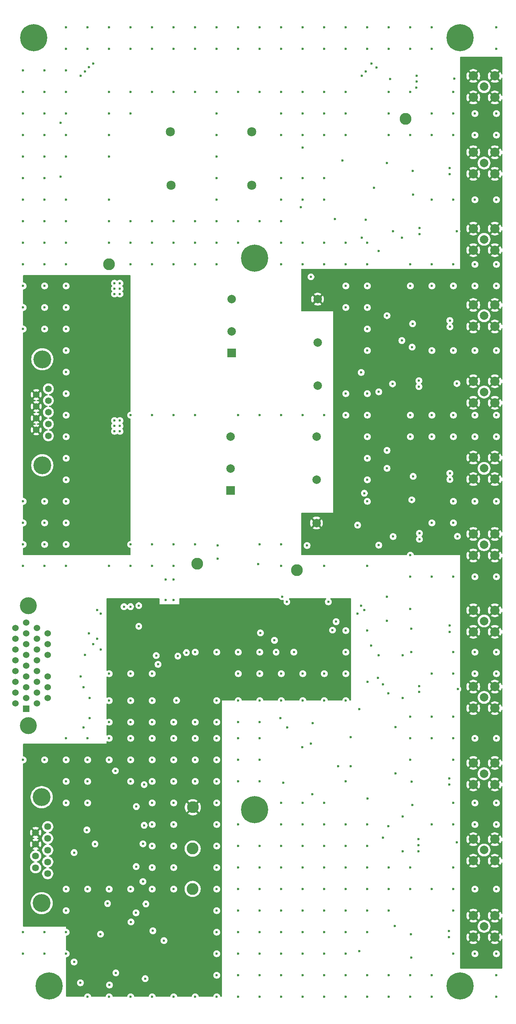
<source format=gbr>
%TF.GenerationSoftware,KiCad,Pcbnew,9.0.3*%
%TF.CreationDate,2025-09-16T13:44:47-04:00*%
%TF.ProjectId,WARM_TPC_Shaper,5741524d-5f54-4504-935f-536861706572,rev?*%
%TF.SameCoordinates,Original*%
%TF.FileFunction,Copper,L3,Inr*%
%TF.FilePolarity,Positive*%
%FSLAX46Y46*%
G04 Gerber Fmt 4.6, Leading zero omitted, Abs format (unit mm)*
G04 Created by KiCad (PCBNEW 9.0.3) date 2025-09-16 13:44:47*
%MOMM*%
%LPD*%
G01*
G04 APERTURE LIST*
%TA.AperFunction,ComponentPad*%
%ADD10C,2.800000*%
%TD*%
%TA.AperFunction,ComponentPad*%
%ADD11C,2.006600*%
%TD*%
%TA.AperFunction,ComponentPad*%
%ADD12C,2.209800*%
%TD*%
%TA.AperFunction,ComponentPad*%
%ADD13C,1.635000*%
%TD*%
%TA.AperFunction,ComponentPad*%
%ADD14C,4.216000*%
%TD*%
%TA.AperFunction,ComponentPad*%
%ADD15C,2.159000*%
%TD*%
%TA.AperFunction,ComponentPad*%
%ADD16R,2.000000X2.000000*%
%TD*%
%TA.AperFunction,ComponentPad*%
%ADD17C,2.000000*%
%TD*%
%TA.AperFunction,ComponentPad*%
%ADD18C,1.560000*%
%TD*%
%TA.AperFunction,ComponentPad*%
%ADD19C,6.400000*%
%TD*%
%TA.AperFunction,ComponentPad*%
%ADD20C,4.000000*%
%TD*%
%TA.AperFunction,ComponentPad*%
%ADD21R,1.530000X1.530000*%
%TD*%
%TA.AperFunction,ComponentPad*%
%ADD22C,1.530000*%
%TD*%
%TA.AperFunction,ViaPad*%
%ADD23C,0.600000*%
%TD*%
G04 APERTURE END LIST*
D10*
%TO.N,/V_SEC_RTN*%
%TO.C,SEC_{RTN}1*%
X181508400Y-163576000D03*
%TD*%
D11*
%TO.N,/M_SHPR_6*%
%TO.C,J13*%
X225680000Y-247544999D03*
D12*
%TO.N,/PM3p3V_RTN*%
X228220000Y-245004999D03*
X223140000Y-245004999D03*
X223140000Y-250084999D03*
X228220000Y-250084999D03*
%TD*%
D10*
%TO.N,/TELEM_M5V*%
%TO.C,TELEM_{-5V}1*%
X156870400Y-238709200D03*
%TD*%
D13*
%TO.N,/TELEM_RTN*%
%TO.C,J15*%
X122640000Y-235115000D03*
X122640000Y-232345000D03*
%TO.N,unconnected-(J15-Pad3)*%
X122640000Y-229575000D03*
%TO.N,/TELEM_RTN*%
X122640000Y-226805000D03*
X122640000Y-224035000D03*
%TO.N,/TELEM_M5V*%
X119800000Y-233730000D03*
X119800000Y-230960000D03*
%TO.N,/TELEM_P5V*%
X119800000Y-228190000D03*
X119800000Y-225420000D03*
D14*
%TO.N,GNDPWR*%
X121220000Y-217075000D03*
X121220000Y-242075000D03*
%TD*%
D15*
%TO.N,Net-(M2-Pad3)*%
%TO.C,P4*%
X170830000Y-60150000D03*
%TD*%
D11*
%TO.N,/M_SHPR_2*%
%TO.C,J5*%
X225680000Y-103544999D03*
D12*
%TO.N,/PM3p3V_RTN*%
X228220000Y-101004999D03*
X223140000Y-101004999D03*
X223140000Y-106084999D03*
X228220000Y-106084999D03*
%TD*%
D10*
%TO.N,/TELEM_RTN*%
%TO.C,TELEM_{RTN}2*%
X156870400Y-229209600D03*
%TD*%
D11*
%TO.N,/M_SHPR_1*%
%TO.C,J3*%
X225680000Y-67544999D03*
D12*
%TO.N,/PM3p3V_RTN*%
X228220000Y-65004999D03*
X223140000Y-65004999D03*
X223140000Y-70084999D03*
X228220000Y-70084999D03*
%TD*%
D11*
%TO.N,/P_SHPR_6*%
%TO.C,J14*%
X225680000Y-229544999D03*
D12*
%TO.N,/PM3p3V_RTN*%
X228220000Y-227004999D03*
X223140000Y-227004999D03*
X223140000Y-232084999D03*
X228220000Y-232084999D03*
%TD*%
D10*
%TO.N,/TELEM_RTN*%
%TO.C,TELEM_{RTN}1*%
X207111600Y-57099200D03*
%TD*%
D16*
%TO.N,Net-(U1-+VIN)*%
%TO.C,U1*%
X166080000Y-112340000D03*
D17*
%TO.N,Net-(U1--VIN)*%
X166080000Y-107240000D03*
%TO.N,/P3p3V*%
X186380000Y-120040000D03*
%TO.N,unconnected-(U1-TRIM-Pad4)*%
X186380000Y-109840000D03*
%TO.N,/PM3p3V_RTN*%
X186380000Y-99640000D03*
%TO.N,/Main_CKT/Enable*%
X166080000Y-99640000D03*
%TD*%
D11*
%TO.N,/M_SHPR_5*%
%TO.C,J11*%
X225680000Y-211544999D03*
D12*
%TO.N,/PM3p3V_RTN*%
X228220000Y-209004999D03*
X223140000Y-209004999D03*
X223140000Y-214084999D03*
X228220000Y-214084999D03*
%TD*%
D10*
%TO.N,/V_SEC_RTN*%
%TO.C,SEC_{RTN}2*%
X137160000Y-91440000D03*
%TD*%
%TO.N,/Main_CKT/Enable*%
%TO.C,V_{EN}1*%
X157940000Y-162040000D03*
%TD*%
D18*
%TO.N,/V_SEC_RTN*%
%TO.C,J2*%
X122790000Y-120780000D03*
X122790000Y-123550000D03*
%TO.N,unconnected-(J2-Pad3)*%
X122790000Y-126320000D03*
%TO.N,/V_SEC_RTN*%
X122790000Y-129090000D03*
X122790000Y-131860000D03*
%TO.N,/V_SEC_IN*%
X119950000Y-122165000D03*
X119950000Y-124935000D03*
X119950000Y-127705000D03*
X119950000Y-130475000D03*
D14*
%TO.N,GNDPWR*%
X121370000Y-113820000D03*
X121370000Y-138820000D03*
%TD*%
D19*
%TO.N,GNDPWR*%
%TO.C,H7*%
X123000000Y-261620000D03*
%TD*%
%TO.N,GNDPWR*%
%TO.C,H5*%
X119380000Y-38000000D03*
%TD*%
D10*
%TO.N,/TELEM_P5V*%
%TO.C,TELEM_{+5V}1*%
X156921200Y-219456000D03*
%TD*%
D11*
%TO.N,/P_SHPR_5*%
%TO.C,J12*%
X225680000Y-193544999D03*
D12*
%TO.N,/PM3p3V_RTN*%
X228220000Y-191004999D03*
X223140000Y-191004999D03*
X223140000Y-196084999D03*
X228220000Y-196084999D03*
%TD*%
D19*
%TO.N,GNDPWR*%
%TO.C,H1*%
X220000000Y-38000000D03*
%TD*%
D16*
%TO.N,Net-(U2-+VIN)*%
%TO.C,U2*%
X165807500Y-144730000D03*
D17*
%TO.N,Net-(U2--VIN)*%
X165807500Y-139630000D03*
%TO.N,/PM3p3V_RTN*%
X186107500Y-152430000D03*
%TO.N,unconnected-(U2-TRIM-Pad4)*%
X186107500Y-142230000D03*
%TO.N,/M3p3V*%
X186107500Y-132030000D03*
%TO.N,/Main_CKT/Enable*%
X165807500Y-132030000D03*
%TD*%
D19*
%TO.N,GNDPWR*%
%TO.C,H2*%
X171500000Y-90000000D03*
%TD*%
D11*
%TO.N,/P_SHPR_4*%
%TO.C,J10*%
X225680000Y-157544999D03*
D12*
%TO.N,/PM3p3V_RTN*%
X228220000Y-155004999D03*
X223140000Y-155004999D03*
X223140000Y-160084999D03*
X228220000Y-160084999D03*
%TD*%
D11*
%TO.N,/P_SHPR_2*%
%TO.C,J6*%
X225680000Y-85544999D03*
D12*
%TO.N,/PM3p3V_RTN*%
X228220000Y-83004999D03*
X223140000Y-83004999D03*
X223140000Y-88084999D03*
X228220000Y-88084999D03*
%TD*%
D15*
%TO.N,Net-(P1-Pad1)*%
%TO.C,P1*%
X151810600Y-72790000D03*
%TD*%
D11*
%TO.N,/M_SHPR_4*%
%TO.C,J9*%
X225680000Y-175544999D03*
D12*
%TO.N,/PM3p3V_RTN*%
X228220000Y-173004999D03*
X223140000Y-173004999D03*
X223140000Y-178084999D03*
X228220000Y-178084999D03*
%TD*%
D19*
%TO.N,GNDPWR*%
%TO.C,H4*%
X220000000Y-261620000D03*
%TD*%
D11*
%TO.N,/P_SHPR_1*%
%TO.C,J4*%
X225680000Y-49544999D03*
D12*
%TO.N,/PM3p3V_RTN*%
X228220000Y-47004999D03*
X223140000Y-47004999D03*
X223140000Y-52084999D03*
X228220000Y-52084999D03*
%TD*%
D19*
%TO.N,GNDPWR*%
%TO.C,H3*%
X171500000Y-220000000D03*
%TD*%
D15*
%TO.N,Net-(M1-Pad3)*%
%TO.C,P2*%
X170809800Y-72790000D03*
%TD*%
%TO.N,Net-(P3-Pad1)*%
%TO.C,P3*%
X151620000Y-60148000D03*
%TD*%
D11*
%TO.N,/P_SHPR_3*%
%TO.C,J8*%
X225680000Y-121544999D03*
D12*
%TO.N,/PM3p3V_RTN*%
X228220000Y-119004999D03*
X223140000Y-119004999D03*
X223140000Y-124084999D03*
X228220000Y-124084999D03*
%TD*%
D20*
%TO.N,GNDPWR*%
%TO.C,J1*%
X118098000Y-171909500D03*
X118098000Y-200230500D03*
D21*
%TO.N,/i_Sense_6-*%
X117590000Y-196230000D03*
D22*
%TO.N,/TELEM_RTN*%
X115050000Y-194960000D03*
%TO.N,/i_Sense_6+*%
X117590000Y-193690000D03*
%TO.N,/TELEM_RTN*%
X115050000Y-192420000D03*
%TO.N,/i_Sense_5-*%
X117590000Y-191150000D03*
%TO.N,/TELEM_RTN*%
X115050000Y-189880000D03*
%TO.N,/i_Sense_5+*%
X117590000Y-188610000D03*
%TO.N,/TELEM_RTN*%
X115050000Y-187340000D03*
X115050000Y-184800000D03*
%TO.N,/i_Sense_4+*%
X117590000Y-183530000D03*
%TO.N,/TELEM_RTN*%
X115050000Y-182260000D03*
%TO.N,/i_Sense_3-*%
X117590000Y-180990000D03*
%TO.N,/TELEM_RTN*%
X115050000Y-179720000D03*
%TO.N,/i_Sense_3+*%
X117590000Y-178450000D03*
%TO.N,/TELEM_RTN*%
X115050000Y-177180000D03*
%TO.N,/Enable+*%
X117590000Y-175910000D03*
%TO.N,/TELEM_RTN*%
X120130000Y-194960000D03*
%TO.N,/P3p3V_MON*%
X122670000Y-193690000D03*
%TO.N,/TELEM_RTN*%
X120130000Y-192420000D03*
%TO.N,/M3p3V_MON*%
X122670000Y-191150000D03*
%TO.N,/TEMP_MON*%
X120130000Y-189880000D03*
%TO.N,/i_Sense_2-*%
X122670000Y-188610000D03*
%TO.N,/TELEM_RTN*%
X120130000Y-187340000D03*
%TO.N,/i_Sense_4-*%
X117590000Y-186070000D03*
%TO.N,/TELEM_RTN*%
X120130000Y-184800000D03*
%TO.N,/i_Sense_2+*%
X122670000Y-183530000D03*
%TO.N,/TELEM_RTN*%
X120130000Y-182260000D03*
%TO.N,/i_Sense_1-*%
X122670000Y-180990000D03*
%TO.N,/TELEM_RTN*%
X120130000Y-179720000D03*
%TO.N,/Enable-*%
X120130000Y-177180000D03*
%TO.N,/i_Sense_1+*%
X122670000Y-178450000D03*
%TD*%
D11*
%TO.N,/M_SHPR_3*%
%TO.C,J7*%
X225680000Y-139544999D03*
D12*
%TO.N,/PM3p3V_RTN*%
X228220000Y-137004999D03*
X223140000Y-137004999D03*
X223140000Y-142084999D03*
X228220000Y-142084999D03*
%TD*%
D23*
%TO.N,/P3p3V*%
X206470000Y-183600000D03*
X200810000Y-121490000D03*
X206470000Y-193730000D03*
X200810000Y-183600000D03*
X209720000Y-49789999D03*
X206480000Y-221620000D03*
X200810000Y-157650000D03*
X210180000Y-229844999D03*
X206470000Y-229850000D03*
X200810000Y-88260000D03*
%TO.N,/PM3p3V_RTN*%
X188446000Y-157730000D03*
X189426000Y-94380000D03*
X221860000Y-220670000D03*
%TO.N,GNDPWR*%
X184796000Y-94380000D03*
X183886000Y-157730000D03*
%TO.N,/V_SEC_RTN*%
X187960000Y-40640000D03*
X218440000Y-152400000D03*
X121920000Y-66040000D03*
X127000000Y-147320000D03*
X147320000Y-81280000D03*
X157480000Y-157480000D03*
X213360000Y-60960000D03*
X121920000Y-152400000D03*
X139700000Y-129540000D03*
X187960000Y-35560000D03*
X116840000Y-152400000D03*
X127000000Y-45720000D03*
X167640000Y-50800000D03*
X138430000Y-98425000D03*
X127000000Y-50800000D03*
X177800000Y-157480000D03*
X223520000Y-111760000D03*
X142240000Y-55880000D03*
X121920000Y-162560000D03*
X182880000Y-86360000D03*
X127000000Y-60960000D03*
X162560000Y-60960000D03*
X208280000Y-40640000D03*
X228600000Y-147320000D03*
X198120000Y-101600000D03*
X172720000Y-50800000D03*
X116840000Y-81280000D03*
X150460000Y-165750000D03*
X198120000Y-162560000D03*
X142240000Y-35560000D03*
X116840000Y-96520000D03*
X198120000Y-121920000D03*
X198120000Y-91440000D03*
X213360000Y-96520000D03*
X228600000Y-165100000D03*
X223520000Y-55880000D03*
X127000000Y-106680000D03*
X139700000Y-130810000D03*
X147320000Y-50800000D03*
X127000000Y-40640000D03*
X228600000Y-35560000D03*
X223520000Y-147320000D03*
X162560000Y-81280000D03*
X193040000Y-40640000D03*
X116840000Y-86360000D03*
X132080000Y-40640000D03*
X182880000Y-40640000D03*
X116840000Y-71120000D03*
X147320000Y-86360000D03*
X177800000Y-76200000D03*
X228600000Y-60960000D03*
X116840000Y-91440000D03*
X152400000Y-157480000D03*
X203200000Y-55880000D03*
X213360000Y-55880000D03*
X182880000Y-60960000D03*
X208280000Y-96520000D03*
X139700000Y-98425000D03*
X198120000Y-106680000D03*
X187960000Y-76200000D03*
X121920000Y-81280000D03*
X132080000Y-35560000D03*
X213360000Y-165100000D03*
X228600000Y-132080000D03*
X137160000Y-81280000D03*
X198120000Y-35560000D03*
X203200000Y-40640000D03*
X193040000Y-35560000D03*
X213360000Y-152400000D03*
X193040000Y-86360000D03*
X218440000Y-165100000D03*
X193040000Y-121920000D03*
X162560000Y-50800000D03*
X208280000Y-132080000D03*
X203200000Y-35560000D03*
X152400000Y-86360000D03*
X127000000Y-157480000D03*
X218440000Y-127000000D03*
X223520000Y-96520000D03*
X193040000Y-55880000D03*
X157480000Y-127000000D03*
X172720000Y-40640000D03*
X208280000Y-127000000D03*
X157480000Y-35560000D03*
X177800000Y-86360000D03*
X121920000Y-76200000D03*
X138430000Y-130810000D03*
X218440000Y-76200000D03*
X127000000Y-127000000D03*
X147320000Y-162560000D03*
X193040000Y-101600000D03*
X121920000Y-71120000D03*
X198120000Y-142240000D03*
X121920000Y-101600000D03*
X177800000Y-35560000D03*
X152400000Y-40640000D03*
X218440000Y-132080000D03*
X127000000Y-96520000D03*
X167640000Y-81280000D03*
X147320000Y-35560000D03*
X157480000Y-86360000D03*
X198120000Y-96520000D03*
X127000000Y-91440000D03*
X223520000Y-127000000D03*
X228600000Y-55880000D03*
X142240000Y-91440000D03*
X127000000Y-111760000D03*
X193040000Y-127000000D03*
X187960000Y-55880000D03*
X172360000Y-162120000D03*
X198120000Y-86360000D03*
X127000000Y-137160000D03*
X142240000Y-162560000D03*
X138430000Y-128270000D03*
X137160000Y-162560000D03*
X137160000Y-35560000D03*
X193040000Y-96520000D03*
X138430000Y-97155000D03*
X142240000Y-81280000D03*
X142240000Y-50800000D03*
X162560000Y-66040000D03*
X127000000Y-132080000D03*
X172720000Y-127000000D03*
X208280000Y-91440000D03*
X152400000Y-162560000D03*
X142240000Y-127000000D03*
X203200000Y-50800000D03*
X223520000Y-76200000D03*
X218440000Y-111760000D03*
X223520000Y-165100000D03*
X127000000Y-86360000D03*
X127000000Y-66040000D03*
X121920000Y-106680000D03*
X198120000Y-137160000D03*
X167640000Y-127000000D03*
X177800000Y-60960000D03*
X142240000Y-86360000D03*
X147320000Y-91440000D03*
X152400000Y-81280000D03*
X228600000Y-111760000D03*
X172720000Y-35560000D03*
X218440000Y-91440000D03*
X127000000Y-101600000D03*
X152400000Y-35560000D03*
X116840000Y-50800000D03*
X218440000Y-60960000D03*
X177800000Y-91440000D03*
X187960000Y-60960000D03*
X193040000Y-60960000D03*
X198120000Y-111760000D03*
X152400000Y-127000000D03*
X223520000Y-132080000D03*
X137160000Y-55880000D03*
X127000000Y-121920000D03*
X152400000Y-91440000D03*
X182880000Y-35560000D03*
X147320000Y-157480000D03*
X127000000Y-116840000D03*
X127000000Y-35560000D03*
X218440000Y-55880000D03*
X182880000Y-76200000D03*
X142240000Y-40640000D03*
X177800000Y-55880000D03*
X137160000Y-60960000D03*
X187960000Y-127000000D03*
X208280000Y-165100000D03*
X187960000Y-71120000D03*
X193040000Y-50800000D03*
X152400000Y-50800000D03*
X228600000Y-76200000D03*
X157480000Y-40640000D03*
X213360000Y-111760000D03*
X116840000Y-45720000D03*
X121920000Y-60960000D03*
X218440000Y-50800000D03*
X116840000Y-60960000D03*
X228600000Y-96520000D03*
X121920000Y-86360000D03*
X198120000Y-132080000D03*
X203200000Y-60960000D03*
X139700000Y-128270000D03*
X223520000Y-91440000D03*
X172720000Y-157480000D03*
X218440000Y-147320000D03*
X121920000Y-91440000D03*
X228600000Y-91440000D03*
X138430000Y-129540000D03*
X162560000Y-76200000D03*
X187960000Y-50800000D03*
X177800000Y-50800000D03*
X121920000Y-55880000D03*
X116840000Y-76200000D03*
X147320000Y-40640000D03*
X139700000Y-95885000D03*
X182880000Y-50800000D03*
X162560000Y-35560000D03*
X162560000Y-86360000D03*
X147320000Y-127000000D03*
X152350000Y-165770000D03*
X137160000Y-86360000D03*
X198120000Y-127000000D03*
X139700000Y-97155000D03*
X182880000Y-55880000D03*
X182880000Y-127000000D03*
X177800000Y-40640000D03*
X162560000Y-71120000D03*
X187960000Y-86360000D03*
X127000000Y-55880000D03*
X116840000Y-101600000D03*
X167640000Y-86360000D03*
X177800000Y-81280000D03*
X127000000Y-142240000D03*
X127000000Y-76200000D03*
X157480000Y-81280000D03*
X121920000Y-147320000D03*
X157480000Y-50800000D03*
X137160000Y-66040000D03*
X137160000Y-40640000D03*
X138430000Y-95885000D03*
X182880000Y-91440000D03*
X208280000Y-50800000D03*
X121920000Y-50800000D03*
X127000000Y-81280000D03*
X213360000Y-132080000D03*
X213360000Y-76200000D03*
X187960000Y-91440000D03*
X162560000Y-55880000D03*
X223520000Y-60960000D03*
X121920000Y-96520000D03*
X218440000Y-96520000D03*
X121920000Y-45720000D03*
X228600000Y-40640000D03*
X198120000Y-40640000D03*
X193040000Y-91440000D03*
X121920000Y-157480000D03*
X116840000Y-106680000D03*
X116840000Y-66040000D03*
X213360000Y-40640000D03*
X213360000Y-91440000D03*
X157480000Y-91440000D03*
X116840000Y-55880000D03*
X127000000Y-152400000D03*
X177800000Y-127000000D03*
X177800000Y-162560000D03*
X162560000Y-91440000D03*
X142240000Y-157480000D03*
X228600000Y-127000000D03*
X213360000Y-127000000D03*
X208280000Y-160020000D03*
X116840000Y-162560000D03*
X116840000Y-157480000D03*
X167640000Y-35560000D03*
X162560000Y-40640000D03*
X137160000Y-50800000D03*
X198120000Y-147320000D03*
X137160000Y-76200000D03*
X213360000Y-35560000D03*
X177800000Y-71120000D03*
X187960000Y-162560000D03*
X127000000Y-162560000D03*
X182880000Y-71120000D03*
X208280000Y-35560000D03*
X172720000Y-81280000D03*
X116840000Y-147320000D03*
X167640000Y-40640000D03*
X208280000Y-60960000D03*
%TO.N,/M3p3V*%
X177980000Y-169790000D03*
X202750000Y-169790000D03*
X204800000Y-200580000D03*
X202770000Y-103530000D03*
X204620000Y-247480000D03*
X204770000Y-211500000D03*
X202760000Y-139540000D03*
X202760000Y-175480000D03*
X202770000Y-135310000D03*
X202770000Y-67540000D03*
%TO.N,/V_SEC_IN*%
X134720000Y-121250000D03*
X134682500Y-153660000D03*
X134682500Y-152390000D03*
X137260000Y-119980000D03*
X135990000Y-121250000D03*
X137222500Y-153660000D03*
X135952500Y-153660000D03*
X135990000Y-119980000D03*
X135902500Y-152390000D03*
X134720000Y-119980000D03*
X137260000Y-121250000D03*
X137222500Y-152390000D03*
%TO.N,/TELEM_RTN*%
X145130000Y-236970000D03*
X228600000Y-223520000D03*
X182880000Y-218440000D03*
X198120000Y-233680000D03*
X142240000Y-203200000D03*
X218440000Y-223520000D03*
X198120000Y-243840000D03*
X219470000Y-191614999D03*
X121920000Y-208280000D03*
X217570000Y-68694999D03*
X218440000Y-198120000D03*
X228600000Y-254000000D03*
X136786200Y-242165000D03*
X145140000Y-228080000D03*
X167640000Y-248920000D03*
X208280000Y-172720000D03*
X147320000Y-203200000D03*
X187960000Y-233680000D03*
X157480000Y-203200000D03*
X157480000Y-182880000D03*
X208280000Y-259080000D03*
X203200000Y-264160000D03*
X176580000Y-182880000D03*
X167640000Y-259080000D03*
X193040000Y-259080000D03*
X127000000Y-248920000D03*
X182880000Y-233680000D03*
X152400000Y-238760000D03*
X193040000Y-254000000D03*
X223520000Y-254000000D03*
X132080000Y-218440000D03*
X218440000Y-187960000D03*
X167640000Y-228600000D03*
X213360000Y-203200000D03*
X172720000Y-254000000D03*
X193040000Y-177800000D03*
X142240000Y-208280000D03*
X147320000Y-187960000D03*
X182880000Y-238760000D03*
X132080000Y-264160000D03*
X198120000Y-223520000D03*
X172720000Y-233680000D03*
X208570000Y-213394999D03*
X187960000Y-187960000D03*
X177800000Y-243840000D03*
X162560000Y-228600000D03*
X203200000Y-233680000D03*
X217600000Y-104689999D03*
X213360000Y-259080000D03*
X162560000Y-223520000D03*
X130376200Y-260865000D03*
X167640000Y-182880000D03*
X198120000Y-259080000D03*
X127000000Y-213360000D03*
X213360000Y-198120000D03*
X223520000Y-182880000D03*
X147320000Y-199390000D03*
X228600000Y-238760000D03*
X198120000Y-177800000D03*
X209730000Y-48339999D03*
X147320000Y-218440000D03*
X137160000Y-199390000D03*
X172720000Y-259080000D03*
X172720000Y-187960000D03*
X210290000Y-120254999D03*
X152400000Y-223520000D03*
X223520000Y-203200000D03*
X187960000Y-259080000D03*
X203200000Y-238760000D03*
X218440000Y-243840000D03*
X162560000Y-233680000D03*
X148695476Y-185749999D03*
X157480000Y-213360000D03*
X127000000Y-208280000D03*
X177800000Y-254000000D03*
X208470000Y-182894999D03*
X176190000Y-180100000D03*
X162560000Y-238760000D03*
X213360000Y-223520000D03*
X187960000Y-228600000D03*
X157480000Y-199390000D03*
X116840000Y-208280000D03*
X217450000Y-212659999D03*
X208460000Y-177384999D03*
X182880000Y-254000000D03*
X127000000Y-218440000D03*
X208280000Y-203200000D03*
X121920000Y-254000000D03*
X152400000Y-199390000D03*
X193040000Y-248920000D03*
X167640000Y-194310000D03*
X223520000Y-223520000D03*
X127000000Y-238760000D03*
X203200000Y-243840000D03*
X172720000Y-208280000D03*
X177800000Y-228600000D03*
X204198000Y-155624999D03*
X185180000Y-199630000D03*
X219270000Y-119534999D03*
X210420000Y-84289999D03*
X152400000Y-213360000D03*
X147320000Y-213360000D03*
X147320000Y-194310000D03*
X167640000Y-213360000D03*
X193040000Y-187960000D03*
X167640000Y-208280000D03*
X172720000Y-213360000D03*
X132080000Y-238760000D03*
X182880000Y-243840000D03*
X172720000Y-243840000D03*
X148265476Y-183690000D03*
X218680000Y-47664999D03*
X162560000Y-248920000D03*
X157480000Y-264160000D03*
X182880000Y-194310000D03*
X162560000Y-208280000D03*
X198120000Y-238760000D03*
X208890000Y-74959999D03*
X172720000Y-238760000D03*
X116840000Y-254000000D03*
X177800000Y-259080000D03*
X167640000Y-238760000D03*
X217370000Y-248649999D03*
X182720000Y-205310000D03*
X187960000Y-254000000D03*
X201780000Y-226610000D03*
X187960000Y-243840000D03*
X193040000Y-223520000D03*
X218440000Y-208280000D03*
X142240000Y-264160000D03*
X208820000Y-105434999D03*
X182880000Y-264160000D03*
X172720000Y-203200000D03*
X208700000Y-110954999D03*
X204070000Y-119619999D03*
X147320000Y-228600000D03*
X147320000Y-233680000D03*
X182850000Y-63940000D03*
X210340000Y-192284999D03*
X210190000Y-228394999D03*
X167640000Y-264160000D03*
X177800000Y-238760000D03*
X218440000Y-203200000D03*
X187960000Y-223520000D03*
X177800000Y-248920000D03*
X167640000Y-203200000D03*
X162560000Y-182880000D03*
X172720000Y-199390000D03*
X162560000Y-264160000D03*
X142240000Y-238760000D03*
X167640000Y-187960000D03*
X152350000Y-170580000D03*
X172720000Y-264160000D03*
X219230000Y-227724999D03*
X150470000Y-170610000D03*
X142316200Y-246515000D03*
X208460000Y-254914999D03*
X208280000Y-264160000D03*
X218440000Y-233680000D03*
X133820000Y-228120000D03*
X153075476Y-194250000D03*
X127000000Y-203200000D03*
X152400000Y-208280000D03*
X182880000Y-187960000D03*
X213360000Y-264160000D03*
X187960000Y-218440000D03*
X218440000Y-182880000D03*
X162560000Y-213360000D03*
X127000000Y-243840000D03*
X193040000Y-228600000D03*
X187960000Y-248920000D03*
X147320000Y-223520000D03*
X208710000Y-218930000D03*
X152400000Y-233680000D03*
X177800000Y-233680000D03*
X187960000Y-194310000D03*
X208280000Y-238760000D03*
X147320000Y-238760000D03*
X172720000Y-228600000D03*
X172720000Y-182880000D03*
X162560000Y-199390000D03*
X167640000Y-233680000D03*
X217530000Y-176629999D03*
X167640000Y-223520000D03*
X142240000Y-199390000D03*
X198120000Y-228600000D03*
X193040000Y-194310000D03*
X157480000Y-208280000D03*
X198120000Y-264160000D03*
X208280000Y-233680000D03*
X162560000Y-243840000D03*
X208280000Y-208280000D03*
X187960000Y-264160000D03*
X167640000Y-243840000D03*
X193040000Y-264160000D03*
X219390000Y-155574999D03*
X121920000Y-248920000D03*
X210418000Y-156259999D03*
X213360000Y-238760000D03*
X167640000Y-254000000D03*
X213360000Y-187960000D03*
X177800000Y-187960000D03*
X162560000Y-254000000D03*
X142240000Y-187960000D03*
X162560000Y-218440000D03*
X228600000Y-264160000D03*
X152400000Y-218440000D03*
X218440000Y-218440000D03*
X167640000Y-199390000D03*
X162560000Y-259080000D03*
X172720000Y-194310000D03*
X152400000Y-228600000D03*
X218440000Y-254000000D03*
X208280000Y-198120000D03*
X193040000Y-238760000D03*
X228600000Y-182880000D03*
X135116200Y-249380000D03*
X128880000Y-230150000D03*
X218440000Y-238760000D03*
X198120000Y-248920000D03*
X177800000Y-264160000D03*
X177800000Y-223520000D03*
X193040000Y-243840000D03*
X177800000Y-218440000D03*
X208620000Y-146964999D03*
X182390000Y-77960000D03*
X190730000Y-175700000D03*
X182880000Y-223520000D03*
X223520000Y-218440000D03*
X223520000Y-238760000D03*
X152400000Y-264160000D03*
X147320000Y-208280000D03*
X132080000Y-203200000D03*
X217600000Y-140689999D03*
X194160000Y-209790000D03*
X193040000Y-233680000D03*
X137226200Y-261375000D03*
X223520000Y-187960000D03*
X137160000Y-238760000D03*
X204200000Y-83654999D03*
X145420000Y-214110000D03*
X203200000Y-259080000D03*
X177800000Y-194310000D03*
X162560000Y-194310000D03*
X193040000Y-182880000D03*
X208440000Y-249394999D03*
X228600000Y-218440000D03*
X137160000Y-208280000D03*
X137160000Y-187960000D03*
X182880000Y-228600000D03*
X208940000Y-141439999D03*
X137160000Y-203200000D03*
X142240000Y-213360000D03*
X138640000Y-210880000D03*
X145666200Y-259885000D03*
X201840000Y-190500000D03*
X182880000Y-248920000D03*
X137160000Y-194310000D03*
X152400000Y-203200000D03*
X132080000Y-213360000D03*
X228600000Y-203200000D03*
X228600000Y-187960000D03*
X127000000Y-254000000D03*
X116840000Y-248920000D03*
X172720000Y-248920000D03*
X147320000Y-264160000D03*
X194160000Y-202930000D03*
X132080000Y-208280000D03*
X203510000Y-47704999D03*
X142240000Y-194310000D03*
X228600000Y-259080000D03*
X131910000Y-224810000D03*
X145430000Y-223710000D03*
X182880000Y-259080000D03*
X185140000Y-216380000D03*
X219260000Y-83619999D03*
X172870000Y-178340000D03*
X155405476Y-182990000D03*
X208835000Y-69429999D03*
X187960000Y-238760000D03*
X162560000Y-203200000D03*
X193040000Y-213360000D03*
X137160000Y-264160000D03*
X140660000Y-172170000D03*
%TO.N,/i_Sense_1+*%
X200260000Y-44990000D03*
X132420000Y-44970000D03*
X132420000Y-178460000D03*
%TO.N,/i_Sense_2+*%
X131450000Y-45910000D03*
X197760000Y-80950000D03*
X131450000Y-183540000D03*
X197760000Y-45910000D03*
%TO.N,/TELEM_P5V*%
X133350000Y-221600000D03*
X150576200Y-242235000D03*
X125720000Y-211410000D03*
X158560000Y-194110000D03*
X125730000Y-70770000D03*
X186700000Y-175700000D03*
X125730000Y-58070000D03*
X145666200Y-255625000D03*
X162110000Y-174650000D03*
X153716200Y-249575000D03*
X133796200Y-252115000D03*
%TO.N,/TELEM_M5V*%
X128880000Y-255940000D03*
X180770000Y-182880000D03*
X138730000Y-258515000D03*
%TO.N,/i_Sense_3+*%
X144150000Y-176790000D03*
X196660000Y-116920000D03*
X144150000Y-171930000D03*
X196670000Y-171930000D03*
%TO.N,/i_Sense_4+*%
X195830000Y-173800000D03*
X195830000Y-152930000D03*
X135200000Y-173800000D03*
X135200000Y-182270000D03*
%TO.N,/i_Sense_5+*%
X200640000Y-188950000D03*
%TO.N,/i_Sense_6+*%
X203050000Y-223930000D03*
X203080000Y-192590000D03*
%TO.N,/i_Sense_1-*%
X199670000Y-73400000D03*
X133360000Y-181010000D03*
X133357380Y-44063928D03*
X199060000Y-44070000D03*
%TO.N,/i_Sense_2-*%
X206270000Y-85190000D03*
X196790000Y-85190000D03*
X130470000Y-188620000D03*
X206274999Y-109404999D03*
X196790000Y-46940000D03*
X130470000Y-46940000D03*
%TO.N,/i_Sense_3-*%
X134350000Y-179710000D03*
X197410000Y-172910000D03*
X134360000Y-172920000D03*
X197410000Y-145404999D03*
%TO.N,/i_Sense_4-*%
X199010000Y-181350000D03*
%TO.N,/i_Sense_5-*%
X198140000Y-189900000D03*
X198130000Y-217370000D03*
%TO.N,/i_Sense_6-*%
X196180000Y-253370000D03*
X196180000Y-196340000D03*
%TO.N,Net-(U17A-A_OUT)*%
X179120000Y-171010000D03*
X190440000Y-80790000D03*
X188910000Y-171020000D03*
%TO.N,Net-(U17B-B_OUT)*%
X192210000Y-66960000D03*
X189890000Y-177690000D03*
%TO.N,/TELEM_P3p3V*%
X210418000Y-154859999D03*
X210340000Y-190884999D03*
X210190000Y-226994999D03*
X217380000Y-250119999D03*
X210290000Y-118854999D03*
X217460000Y-214129999D03*
X209730000Y-46939999D03*
X142210000Y-172150000D03*
X217610000Y-142159999D03*
X217610000Y-106159999D03*
X153375476Y-183820000D03*
X184780000Y-204410000D03*
X143570000Y-219300000D03*
X217540000Y-178099999D03*
X217580000Y-70164999D03*
X210420000Y-82889999D03*
%TO.N,/TELEM_M3p3V*%
X143530000Y-233450000D03*
X191210000Y-209790000D03*
%TO.N,Net-(LED1-Pad2)*%
X150106199Y-250914999D03*
%TO.N,Net-(LED1-Pad1)*%
X147476199Y-248594999D03*
%TO.N,Net-(LED2-Pad1)*%
X143486200Y-244345000D03*
%TO.N,Net-(LED2-Pad2)*%
X145836200Y-242255000D03*
%TO.N,/Main_CKT/Enable*%
X162740000Y-157720000D03*
X162740000Y-160850000D03*
%TO.N,/P3p3V_MON*%
X132530000Y-198410000D03*
X132530000Y-193700000D03*
X178230000Y-213670000D03*
X177570000Y-198410000D03*
%TO.N,/M3p3V_MON*%
X179200000Y-200600000D03*
X131149881Y-200600833D03*
X131150000Y-191160000D03*
%TD*%
%TA.AperFunction,Conductor*%
%TO.N,/V_SEC_IN*%
G36*
X142183039Y-93999685D02*
G01*
X142228794Y-94052489D01*
X142240000Y-94104000D01*
X142240000Y-126082052D01*
X142220315Y-126149091D01*
X142167511Y-126194846D01*
X142140192Y-126203669D01*
X142006508Y-126230261D01*
X142006498Y-126230264D01*
X141860827Y-126290602D01*
X141860814Y-126290609D01*
X141729711Y-126378210D01*
X141729707Y-126378213D01*
X141618213Y-126489707D01*
X141618210Y-126489711D01*
X141530609Y-126620814D01*
X141530602Y-126620827D01*
X141470264Y-126766498D01*
X141470261Y-126766510D01*
X141439500Y-126921153D01*
X141439500Y-127078846D01*
X141470261Y-127233489D01*
X141470264Y-127233501D01*
X141530602Y-127379172D01*
X141530609Y-127379185D01*
X141618210Y-127510288D01*
X141618213Y-127510292D01*
X141729707Y-127621786D01*
X141729711Y-127621789D01*
X141860814Y-127709390D01*
X141860827Y-127709397D01*
X141982288Y-127759707D01*
X142006503Y-127769737D01*
X142055494Y-127779482D01*
X142140191Y-127796330D01*
X142202102Y-127828715D01*
X142236677Y-127889431D01*
X142240000Y-127917947D01*
X142240000Y-156562052D01*
X142220315Y-156629091D01*
X142167511Y-156674846D01*
X142140192Y-156683669D01*
X142006508Y-156710261D01*
X142006498Y-156710264D01*
X141860827Y-156770602D01*
X141860814Y-156770609D01*
X141729711Y-156858210D01*
X141729707Y-156858213D01*
X141618213Y-156969707D01*
X141618210Y-156969711D01*
X141530609Y-157100814D01*
X141530602Y-157100827D01*
X141470264Y-157246498D01*
X141470261Y-157246510D01*
X141439500Y-157401153D01*
X141439500Y-157558846D01*
X141470261Y-157713489D01*
X141470264Y-157713501D01*
X141530602Y-157859172D01*
X141530609Y-157859185D01*
X141618210Y-157990288D01*
X141618213Y-157990292D01*
X141729707Y-158101786D01*
X141729711Y-158101789D01*
X141860814Y-158189390D01*
X141860827Y-158189397D01*
X142006498Y-158249735D01*
X142006503Y-158249737D01*
X142058130Y-158260006D01*
X142140191Y-158276330D01*
X142202102Y-158308715D01*
X142236677Y-158369431D01*
X142240000Y-158397947D01*
X142240000Y-159896000D01*
X142220315Y-159963039D01*
X142167511Y-160008794D01*
X142116000Y-160020000D01*
X116964000Y-160020000D01*
X116896961Y-160000315D01*
X116851206Y-159947511D01*
X116840000Y-159896000D01*
X116840000Y-158397947D01*
X116859685Y-158330908D01*
X116912489Y-158285153D01*
X116939809Y-158276330D01*
X117008435Y-158262678D01*
X117073497Y-158249737D01*
X117219179Y-158189394D01*
X117350289Y-158101789D01*
X117461789Y-157990289D01*
X117549394Y-157859179D01*
X117609737Y-157713497D01*
X117640500Y-157558842D01*
X117640500Y-157401158D01*
X117640500Y-157401155D01*
X117640499Y-157401153D01*
X121119500Y-157401153D01*
X121119500Y-157558846D01*
X121150261Y-157713489D01*
X121150264Y-157713501D01*
X121210602Y-157859172D01*
X121210609Y-157859185D01*
X121298210Y-157990288D01*
X121298213Y-157990292D01*
X121409707Y-158101786D01*
X121409711Y-158101789D01*
X121540814Y-158189390D01*
X121540827Y-158189397D01*
X121686498Y-158249735D01*
X121686503Y-158249737D01*
X121820194Y-158276330D01*
X121841153Y-158280499D01*
X121841156Y-158280500D01*
X121841158Y-158280500D01*
X121998844Y-158280500D01*
X121998845Y-158280499D01*
X122153497Y-158249737D01*
X122299179Y-158189394D01*
X122430289Y-158101789D01*
X122541789Y-157990289D01*
X122629394Y-157859179D01*
X122689737Y-157713497D01*
X122720500Y-157558842D01*
X122720500Y-157401158D01*
X122720500Y-157401155D01*
X122720499Y-157401153D01*
X126199500Y-157401153D01*
X126199500Y-157558846D01*
X126230261Y-157713489D01*
X126230264Y-157713501D01*
X126290602Y-157859172D01*
X126290609Y-157859185D01*
X126378210Y-157990288D01*
X126378213Y-157990292D01*
X126489707Y-158101786D01*
X126489711Y-158101789D01*
X126620814Y-158189390D01*
X126620827Y-158189397D01*
X126766498Y-158249735D01*
X126766503Y-158249737D01*
X126900194Y-158276330D01*
X126921153Y-158280499D01*
X126921156Y-158280500D01*
X126921158Y-158280500D01*
X127078844Y-158280500D01*
X127078845Y-158280499D01*
X127233497Y-158249737D01*
X127379179Y-158189394D01*
X127510289Y-158101789D01*
X127621789Y-157990289D01*
X127709394Y-157859179D01*
X127769737Y-157713497D01*
X127800500Y-157558842D01*
X127800500Y-157401158D01*
X127800500Y-157401155D01*
X127800499Y-157401153D01*
X127769738Y-157246510D01*
X127769737Y-157246503D01*
X127769735Y-157246498D01*
X127709397Y-157100827D01*
X127709390Y-157100814D01*
X127621789Y-156969711D01*
X127621786Y-156969707D01*
X127510292Y-156858213D01*
X127510288Y-156858210D01*
X127379185Y-156770609D01*
X127379172Y-156770602D01*
X127233501Y-156710264D01*
X127233489Y-156710261D01*
X127078845Y-156679500D01*
X127078842Y-156679500D01*
X126921158Y-156679500D01*
X126921155Y-156679500D01*
X126766510Y-156710261D01*
X126766498Y-156710264D01*
X126620827Y-156770602D01*
X126620814Y-156770609D01*
X126489711Y-156858210D01*
X126489707Y-156858213D01*
X126378213Y-156969707D01*
X126378210Y-156969711D01*
X126290609Y-157100814D01*
X126290602Y-157100827D01*
X126230264Y-157246498D01*
X126230261Y-157246510D01*
X126199500Y-157401153D01*
X122720499Y-157401153D01*
X122689738Y-157246510D01*
X122689737Y-157246503D01*
X122689735Y-157246498D01*
X122629397Y-157100827D01*
X122629390Y-157100814D01*
X122541789Y-156969711D01*
X122541786Y-156969707D01*
X122430292Y-156858213D01*
X122430288Y-156858210D01*
X122299185Y-156770609D01*
X122299172Y-156770602D01*
X122153501Y-156710264D01*
X122153489Y-156710261D01*
X121998845Y-156679500D01*
X121998842Y-156679500D01*
X121841158Y-156679500D01*
X121841155Y-156679500D01*
X121686510Y-156710261D01*
X121686498Y-156710264D01*
X121540827Y-156770602D01*
X121540814Y-156770609D01*
X121409711Y-156858210D01*
X121409707Y-156858213D01*
X121298213Y-156969707D01*
X121298210Y-156969711D01*
X121210609Y-157100814D01*
X121210602Y-157100827D01*
X121150264Y-157246498D01*
X121150261Y-157246510D01*
X121119500Y-157401153D01*
X117640499Y-157401153D01*
X117609738Y-157246510D01*
X117609737Y-157246503D01*
X117609735Y-157246498D01*
X117549397Y-157100827D01*
X117549390Y-157100814D01*
X117461789Y-156969711D01*
X117461786Y-156969707D01*
X117350292Y-156858213D01*
X117350288Y-156858210D01*
X117219185Y-156770609D01*
X117219172Y-156770602D01*
X117073501Y-156710264D01*
X117073491Y-156710261D01*
X116939808Y-156683669D01*
X116877897Y-156651284D01*
X116843323Y-156590568D01*
X116840000Y-156562052D01*
X116840000Y-153317947D01*
X116859685Y-153250908D01*
X116912489Y-153205153D01*
X116939809Y-153196330D01*
X117008435Y-153182678D01*
X117073497Y-153169737D01*
X117219179Y-153109394D01*
X117350289Y-153021789D01*
X117461789Y-152910289D01*
X117549394Y-152779179D01*
X117609737Y-152633497D01*
X117640500Y-152478842D01*
X117640500Y-152321158D01*
X117640500Y-152321155D01*
X117640499Y-152321153D01*
X121119500Y-152321153D01*
X121119500Y-152478846D01*
X121150261Y-152633489D01*
X121150264Y-152633501D01*
X121210602Y-152779172D01*
X121210609Y-152779185D01*
X121298210Y-152910288D01*
X121298213Y-152910292D01*
X121409707Y-153021786D01*
X121409711Y-153021789D01*
X121540814Y-153109390D01*
X121540827Y-153109397D01*
X121686498Y-153169735D01*
X121686503Y-153169737D01*
X121820194Y-153196330D01*
X121841153Y-153200499D01*
X121841156Y-153200500D01*
X121841158Y-153200500D01*
X121998844Y-153200500D01*
X121998845Y-153200499D01*
X122153497Y-153169737D01*
X122299179Y-153109394D01*
X122430289Y-153021789D01*
X122541789Y-152910289D01*
X122629394Y-152779179D01*
X122689737Y-152633497D01*
X122720500Y-152478842D01*
X122720500Y-152321158D01*
X122720500Y-152321155D01*
X122720499Y-152321153D01*
X126199500Y-152321153D01*
X126199500Y-152478846D01*
X126230261Y-152633489D01*
X126230264Y-152633501D01*
X126290602Y-152779172D01*
X126290609Y-152779185D01*
X126378210Y-152910288D01*
X126378213Y-152910292D01*
X126489707Y-153021786D01*
X126489711Y-153021789D01*
X126620814Y-153109390D01*
X126620827Y-153109397D01*
X126766498Y-153169735D01*
X126766503Y-153169737D01*
X126900194Y-153196330D01*
X126921153Y-153200499D01*
X126921156Y-153200500D01*
X126921158Y-153200500D01*
X127078844Y-153200500D01*
X127078845Y-153200499D01*
X127233497Y-153169737D01*
X127379179Y-153109394D01*
X127510289Y-153021789D01*
X127621789Y-152910289D01*
X127709394Y-152779179D01*
X127769737Y-152633497D01*
X127800500Y-152478842D01*
X127800500Y-152321158D01*
X127800500Y-152321155D01*
X127800499Y-152321153D01*
X127769738Y-152166510D01*
X127769737Y-152166503D01*
X127769735Y-152166498D01*
X127709397Y-152020827D01*
X127709390Y-152020814D01*
X127621789Y-151889711D01*
X127621786Y-151889707D01*
X127510292Y-151778213D01*
X127510288Y-151778210D01*
X127379185Y-151690609D01*
X127379172Y-151690602D01*
X127233501Y-151630264D01*
X127233489Y-151630261D01*
X127078845Y-151599500D01*
X127078842Y-151599500D01*
X126921158Y-151599500D01*
X126921155Y-151599500D01*
X126766510Y-151630261D01*
X126766498Y-151630264D01*
X126620827Y-151690602D01*
X126620814Y-151690609D01*
X126489711Y-151778210D01*
X126489707Y-151778213D01*
X126378213Y-151889707D01*
X126378210Y-151889711D01*
X126290609Y-152020814D01*
X126290602Y-152020827D01*
X126230264Y-152166498D01*
X126230261Y-152166510D01*
X126199500Y-152321153D01*
X122720499Y-152321153D01*
X122689738Y-152166510D01*
X122689737Y-152166503D01*
X122689735Y-152166498D01*
X122629397Y-152020827D01*
X122629390Y-152020814D01*
X122541789Y-151889711D01*
X122541786Y-151889707D01*
X122430292Y-151778213D01*
X122430288Y-151778210D01*
X122299185Y-151690609D01*
X122299172Y-151690602D01*
X122153501Y-151630264D01*
X122153489Y-151630261D01*
X121998845Y-151599500D01*
X121998842Y-151599500D01*
X121841158Y-151599500D01*
X121841155Y-151599500D01*
X121686510Y-151630261D01*
X121686498Y-151630264D01*
X121540827Y-151690602D01*
X121540814Y-151690609D01*
X121409711Y-151778210D01*
X121409707Y-151778213D01*
X121298213Y-151889707D01*
X121298210Y-151889711D01*
X121210609Y-152020814D01*
X121210602Y-152020827D01*
X121150264Y-152166498D01*
X121150261Y-152166510D01*
X121119500Y-152321153D01*
X117640499Y-152321153D01*
X117609738Y-152166510D01*
X117609737Y-152166503D01*
X117609735Y-152166498D01*
X117549397Y-152020827D01*
X117549390Y-152020814D01*
X117461789Y-151889711D01*
X117461786Y-151889707D01*
X117350292Y-151778213D01*
X117350288Y-151778210D01*
X117219185Y-151690609D01*
X117219172Y-151690602D01*
X117073501Y-151630264D01*
X117073491Y-151630261D01*
X116939808Y-151603669D01*
X116877897Y-151571284D01*
X116843323Y-151510568D01*
X116840000Y-151482052D01*
X116840000Y-148237947D01*
X116859685Y-148170908D01*
X116912489Y-148125153D01*
X116939809Y-148116330D01*
X117008435Y-148102678D01*
X117073497Y-148089737D01*
X117219179Y-148029394D01*
X117350289Y-147941789D01*
X117461789Y-147830289D01*
X117549394Y-147699179D01*
X117609737Y-147553497D01*
X117640500Y-147398842D01*
X117640500Y-147241158D01*
X117640500Y-147241155D01*
X117640499Y-147241153D01*
X121119500Y-147241153D01*
X121119500Y-147398846D01*
X121150261Y-147553489D01*
X121150264Y-147553501D01*
X121210602Y-147699172D01*
X121210609Y-147699185D01*
X121298210Y-147830288D01*
X121298213Y-147830292D01*
X121409707Y-147941786D01*
X121409711Y-147941789D01*
X121540814Y-148029390D01*
X121540827Y-148029397D01*
X121686498Y-148089735D01*
X121686503Y-148089737D01*
X121820194Y-148116330D01*
X121841153Y-148120499D01*
X121841156Y-148120500D01*
X121841158Y-148120500D01*
X121998844Y-148120500D01*
X121998845Y-148120499D01*
X122153497Y-148089737D01*
X122299179Y-148029394D01*
X122430289Y-147941789D01*
X122541789Y-147830289D01*
X122629394Y-147699179D01*
X122689737Y-147553497D01*
X122720500Y-147398842D01*
X122720500Y-147241158D01*
X122720500Y-147241155D01*
X122720499Y-147241153D01*
X126199500Y-147241153D01*
X126199500Y-147398846D01*
X126230261Y-147553489D01*
X126230264Y-147553501D01*
X126290602Y-147699172D01*
X126290609Y-147699185D01*
X126378210Y-147830288D01*
X126378213Y-147830292D01*
X126489707Y-147941786D01*
X126489711Y-147941789D01*
X126620814Y-148029390D01*
X126620827Y-148029397D01*
X126766498Y-148089735D01*
X126766503Y-148089737D01*
X126900194Y-148116330D01*
X126921153Y-148120499D01*
X126921156Y-148120500D01*
X126921158Y-148120500D01*
X127078844Y-148120500D01*
X127078845Y-148120499D01*
X127233497Y-148089737D01*
X127379179Y-148029394D01*
X127510289Y-147941789D01*
X127621789Y-147830289D01*
X127709394Y-147699179D01*
X127769737Y-147553497D01*
X127800500Y-147398842D01*
X127800500Y-147241158D01*
X127800500Y-147241155D01*
X127800499Y-147241153D01*
X127769738Y-147086510D01*
X127769737Y-147086503D01*
X127769735Y-147086498D01*
X127709397Y-146940827D01*
X127709390Y-146940814D01*
X127621789Y-146809711D01*
X127621786Y-146809707D01*
X127510292Y-146698213D01*
X127510288Y-146698210D01*
X127379185Y-146610609D01*
X127379172Y-146610602D01*
X127233501Y-146550264D01*
X127233489Y-146550261D01*
X127078845Y-146519500D01*
X127078842Y-146519500D01*
X126921158Y-146519500D01*
X126921155Y-146519500D01*
X126766510Y-146550261D01*
X126766498Y-146550264D01*
X126620827Y-146610602D01*
X126620814Y-146610609D01*
X126489711Y-146698210D01*
X126489707Y-146698213D01*
X126378213Y-146809707D01*
X126378210Y-146809711D01*
X126290609Y-146940814D01*
X126290602Y-146940827D01*
X126230264Y-147086498D01*
X126230261Y-147086510D01*
X126199500Y-147241153D01*
X122720499Y-147241153D01*
X122689738Y-147086510D01*
X122689737Y-147086503D01*
X122689735Y-147086498D01*
X122629397Y-146940827D01*
X122629390Y-146940814D01*
X122541789Y-146809711D01*
X122541786Y-146809707D01*
X122430292Y-146698213D01*
X122430288Y-146698210D01*
X122299185Y-146610609D01*
X122299172Y-146610602D01*
X122153501Y-146550264D01*
X122153489Y-146550261D01*
X121998845Y-146519500D01*
X121998842Y-146519500D01*
X121841158Y-146519500D01*
X121841155Y-146519500D01*
X121686510Y-146550261D01*
X121686498Y-146550264D01*
X121540827Y-146610602D01*
X121540814Y-146610609D01*
X121409711Y-146698210D01*
X121409707Y-146698213D01*
X121298213Y-146809707D01*
X121298210Y-146809711D01*
X121210609Y-146940814D01*
X121210602Y-146940827D01*
X121150264Y-147086498D01*
X121150261Y-147086510D01*
X121119500Y-147241153D01*
X117640499Y-147241153D01*
X117609738Y-147086510D01*
X117609737Y-147086503D01*
X117609735Y-147086498D01*
X117549397Y-146940827D01*
X117549390Y-146940814D01*
X117461789Y-146809711D01*
X117461786Y-146809707D01*
X117350292Y-146698213D01*
X117350288Y-146698210D01*
X117219185Y-146610609D01*
X117219172Y-146610602D01*
X117073501Y-146550264D01*
X117073491Y-146550261D01*
X116939808Y-146523669D01*
X116877897Y-146491284D01*
X116843323Y-146430568D01*
X116840000Y-146402052D01*
X116840000Y-142161153D01*
X126199500Y-142161153D01*
X126199500Y-142318846D01*
X126230261Y-142473489D01*
X126230264Y-142473501D01*
X126290602Y-142619172D01*
X126290609Y-142619185D01*
X126378210Y-142750288D01*
X126378213Y-142750292D01*
X126489707Y-142861786D01*
X126489711Y-142861789D01*
X126620814Y-142949390D01*
X126620827Y-142949397D01*
X126766498Y-143009735D01*
X126766503Y-143009737D01*
X126921153Y-143040499D01*
X126921156Y-143040500D01*
X126921158Y-143040500D01*
X127078844Y-143040500D01*
X127078845Y-143040499D01*
X127233497Y-143009737D01*
X127379179Y-142949394D01*
X127510289Y-142861789D01*
X127621789Y-142750289D01*
X127709394Y-142619179D01*
X127769737Y-142473497D01*
X127800500Y-142318842D01*
X127800500Y-142161158D01*
X127800500Y-142161155D01*
X127800499Y-142161153D01*
X127769738Y-142006510D01*
X127769737Y-142006503D01*
X127769735Y-142006498D01*
X127709397Y-141860827D01*
X127709390Y-141860814D01*
X127621789Y-141729711D01*
X127621786Y-141729707D01*
X127510292Y-141618213D01*
X127510288Y-141618210D01*
X127379185Y-141530609D01*
X127379172Y-141530602D01*
X127233501Y-141470264D01*
X127233489Y-141470261D01*
X127078845Y-141439500D01*
X127078842Y-141439500D01*
X126921158Y-141439500D01*
X126921155Y-141439500D01*
X126766510Y-141470261D01*
X126766498Y-141470264D01*
X126620827Y-141530602D01*
X126620814Y-141530609D01*
X126489711Y-141618210D01*
X126489707Y-141618213D01*
X126378213Y-141729707D01*
X126378210Y-141729711D01*
X126290609Y-141860814D01*
X126290602Y-141860827D01*
X126230264Y-142006498D01*
X126230261Y-142006510D01*
X126199500Y-142161153D01*
X116840000Y-142161153D01*
X116840000Y-138673505D01*
X118761500Y-138673505D01*
X118761500Y-138966494D01*
X118794302Y-139257615D01*
X118794304Y-139257631D01*
X118859497Y-139543262D01*
X118859501Y-139543274D01*
X118956264Y-139819806D01*
X119083381Y-140083766D01*
X119239259Y-140331844D01*
X119239260Y-140331846D01*
X119421921Y-140560897D01*
X119629102Y-140768078D01*
X119858153Y-140950739D01*
X119858156Y-140950740D01*
X119858158Y-140950742D01*
X120106231Y-141106617D01*
X120370197Y-141233737D01*
X120577892Y-141306412D01*
X120646725Y-141330498D01*
X120646737Y-141330502D01*
X120932372Y-141395696D01*
X121223505Y-141428499D01*
X121223506Y-141428500D01*
X121223510Y-141428500D01*
X121516494Y-141428500D01*
X121516494Y-141428499D01*
X121807628Y-141395696D01*
X122093263Y-141330502D01*
X122369803Y-141233737D01*
X122633769Y-141106617D01*
X122881842Y-140950742D01*
X122881846Y-140950739D01*
X123110897Y-140768078D01*
X123110899Y-140768075D01*
X123110904Y-140768072D01*
X123318072Y-140560904D01*
X123500742Y-140331842D01*
X123656617Y-140083769D01*
X123783737Y-139819803D01*
X123880502Y-139543263D01*
X123945696Y-139257628D01*
X123978500Y-138966490D01*
X123978500Y-138673510D01*
X123945696Y-138382372D01*
X123880502Y-138096737D01*
X123783737Y-137820197D01*
X123656617Y-137556231D01*
X123500742Y-137308158D01*
X123500740Y-137308155D01*
X123500739Y-137308153D01*
X123376513Y-137152378D01*
X123319714Y-137081153D01*
X126199500Y-137081153D01*
X126199500Y-137238846D01*
X126230261Y-137393489D01*
X126230264Y-137393501D01*
X126290602Y-137539172D01*
X126290609Y-137539185D01*
X126378210Y-137670288D01*
X126378213Y-137670292D01*
X126489707Y-137781786D01*
X126489711Y-137781789D01*
X126620814Y-137869390D01*
X126620827Y-137869397D01*
X126766498Y-137929735D01*
X126766503Y-137929737D01*
X126921153Y-137960499D01*
X126921156Y-137960500D01*
X126921158Y-137960500D01*
X127078844Y-137960500D01*
X127078845Y-137960499D01*
X127233497Y-137929737D01*
X127379179Y-137869394D01*
X127510289Y-137781789D01*
X127621789Y-137670289D01*
X127709394Y-137539179D01*
X127769737Y-137393497D01*
X127800500Y-137238842D01*
X127800500Y-137081158D01*
X127800500Y-137081155D01*
X127800499Y-137081153D01*
X127769738Y-136926510D01*
X127769737Y-136926503D01*
X127769735Y-136926498D01*
X127709397Y-136780827D01*
X127709390Y-136780814D01*
X127621789Y-136649711D01*
X127621786Y-136649707D01*
X127510292Y-136538213D01*
X127510288Y-136538210D01*
X127379185Y-136450609D01*
X127379172Y-136450602D01*
X127233501Y-136390264D01*
X127233489Y-136390261D01*
X127078845Y-136359500D01*
X127078842Y-136359500D01*
X126921158Y-136359500D01*
X126921155Y-136359500D01*
X126766510Y-136390261D01*
X126766498Y-136390264D01*
X126620827Y-136450602D01*
X126620814Y-136450609D01*
X126489711Y-136538210D01*
X126489707Y-136538213D01*
X126378213Y-136649707D01*
X126378210Y-136649711D01*
X126290609Y-136780814D01*
X126290602Y-136780827D01*
X126230264Y-136926498D01*
X126230261Y-136926510D01*
X126199500Y-137081153D01*
X123319714Y-137081153D01*
X123318078Y-137079102D01*
X123110897Y-136871921D01*
X122881846Y-136689260D01*
X122881844Y-136689259D01*
X122633766Y-136533381D01*
X122369806Y-136406264D01*
X122093274Y-136309501D01*
X122093262Y-136309497D01*
X121807631Y-136244304D01*
X121807615Y-136244302D01*
X121516494Y-136211500D01*
X121516490Y-136211500D01*
X121223510Y-136211500D01*
X121223506Y-136211500D01*
X120932384Y-136244302D01*
X120932368Y-136244304D01*
X120646737Y-136309497D01*
X120646725Y-136309501D01*
X120370193Y-136406264D01*
X120106233Y-136533381D01*
X119858155Y-136689259D01*
X119858153Y-136689260D01*
X119629102Y-136871921D01*
X119421921Y-137079102D01*
X119239260Y-137308153D01*
X119239259Y-137308155D01*
X119083381Y-137556233D01*
X118956264Y-137820193D01*
X118859501Y-138096725D01*
X118859497Y-138096737D01*
X118794304Y-138382368D01*
X118794302Y-138382384D01*
X118761500Y-138673505D01*
X116840000Y-138673505D01*
X116840000Y-122064262D01*
X118670000Y-122064262D01*
X118670000Y-122265737D01*
X118701518Y-122464735D01*
X118763775Y-122656346D01*
X118763776Y-122656349D01*
X118855248Y-122835869D01*
X118884842Y-122876602D01*
X118884843Y-122876603D01*
X119450707Y-122310739D01*
X119465437Y-122365712D01*
X119533896Y-122484287D01*
X119630713Y-122581104D01*
X119749288Y-122649563D01*
X119804259Y-122664292D01*
X119238395Y-123230155D01*
X119279133Y-123259753D01*
X119458650Y-123351223D01*
X119458653Y-123351224D01*
X119650264Y-123413481D01*
X119738942Y-123427527D01*
X119802077Y-123457456D01*
X119839008Y-123516768D01*
X119838010Y-123586630D01*
X119799400Y-123644863D01*
X119738942Y-123672473D01*
X119650264Y-123686518D01*
X119458653Y-123748775D01*
X119458650Y-123748776D01*
X119279135Y-123840245D01*
X119279133Y-123840246D01*
X119238396Y-123869842D01*
X119238396Y-123869843D01*
X119804260Y-124435707D01*
X119749288Y-124450437D01*
X119630713Y-124518896D01*
X119533896Y-124615713D01*
X119465437Y-124734288D01*
X119450707Y-124789260D01*
X118884843Y-124223396D01*
X118884842Y-124223396D01*
X118855246Y-124264133D01*
X118855245Y-124264135D01*
X118763776Y-124443650D01*
X118763775Y-124443653D01*
X118701518Y-124635264D01*
X118670000Y-124834262D01*
X118670000Y-125035737D01*
X118701518Y-125234735D01*
X118763775Y-125426346D01*
X118763776Y-125426349D01*
X118855248Y-125605869D01*
X118884842Y-125646602D01*
X118884843Y-125646603D01*
X119450707Y-125080739D01*
X119465437Y-125135712D01*
X119533896Y-125254287D01*
X119630713Y-125351104D01*
X119749288Y-125419563D01*
X119804259Y-125434292D01*
X119238395Y-126000155D01*
X119279133Y-126029753D01*
X119458650Y-126121223D01*
X119458653Y-126121224D01*
X119650264Y-126183481D01*
X119738942Y-126197527D01*
X119802077Y-126227456D01*
X119839008Y-126286768D01*
X119838010Y-126356630D01*
X119799400Y-126414863D01*
X119738942Y-126442473D01*
X119650264Y-126456518D01*
X119458653Y-126518775D01*
X119458650Y-126518776D01*
X119279135Y-126610245D01*
X119279133Y-126610246D01*
X119238396Y-126639842D01*
X119238396Y-126639843D01*
X119804260Y-127205707D01*
X119749288Y-127220437D01*
X119630713Y-127288896D01*
X119533896Y-127385713D01*
X119465437Y-127504288D01*
X119450707Y-127559260D01*
X118884843Y-126993396D01*
X118884842Y-126993396D01*
X118855246Y-127034133D01*
X118855245Y-127034135D01*
X118763776Y-127213650D01*
X118763775Y-127213653D01*
X118701518Y-127405264D01*
X118670000Y-127604262D01*
X118670000Y-127805737D01*
X118701518Y-128004735D01*
X118763775Y-128196346D01*
X118763776Y-128196349D01*
X118855248Y-128375869D01*
X118884842Y-128416602D01*
X118884843Y-128416603D01*
X119450707Y-127850739D01*
X119465437Y-127905712D01*
X119533896Y-128024287D01*
X119630713Y-128121104D01*
X119749288Y-128189563D01*
X119804259Y-128204292D01*
X119238395Y-128770155D01*
X119279133Y-128799753D01*
X119458650Y-128891223D01*
X119458653Y-128891224D01*
X119650264Y-128953481D01*
X119738942Y-128967527D01*
X119802077Y-128997456D01*
X119839008Y-129056768D01*
X119838010Y-129126630D01*
X119799400Y-129184863D01*
X119738942Y-129212473D01*
X119650264Y-129226518D01*
X119458653Y-129288775D01*
X119458650Y-129288776D01*
X119279135Y-129380245D01*
X119279133Y-129380246D01*
X119238396Y-129409842D01*
X119238396Y-129409843D01*
X119804260Y-129975707D01*
X119749288Y-129990437D01*
X119630713Y-130058896D01*
X119533896Y-130155713D01*
X119465437Y-130274288D01*
X119450707Y-130329260D01*
X118884843Y-129763396D01*
X118884842Y-129763396D01*
X118855246Y-129804133D01*
X118855245Y-129804135D01*
X118763776Y-129983650D01*
X118763775Y-129983653D01*
X118701518Y-130175264D01*
X118670000Y-130374262D01*
X118670000Y-130575737D01*
X118701518Y-130774735D01*
X118763775Y-130966346D01*
X118763776Y-130966349D01*
X118855248Y-131145869D01*
X118884842Y-131186602D01*
X118884843Y-131186603D01*
X119450707Y-130620739D01*
X119465437Y-130675712D01*
X119533896Y-130794287D01*
X119630713Y-130891104D01*
X119749288Y-130959563D01*
X119804259Y-130974292D01*
X119238395Y-131540155D01*
X119279133Y-131569753D01*
X119458650Y-131661223D01*
X119458653Y-131661224D01*
X119650264Y-131723481D01*
X119849263Y-131755000D01*
X120050737Y-131755000D01*
X120249735Y-131723481D01*
X120441346Y-131661224D01*
X120441349Y-131661223D01*
X120620866Y-131569753D01*
X120661602Y-131540156D01*
X120661602Y-131540155D01*
X120095739Y-130974292D01*
X120150712Y-130959563D01*
X120269287Y-130891104D01*
X120366104Y-130794287D01*
X120434563Y-130675712D01*
X120449292Y-130620739D01*
X121015155Y-131186602D01*
X121015156Y-131186602D01*
X121044753Y-131145866D01*
X121136223Y-130966349D01*
X121136224Y-130966346D01*
X121198481Y-130774735D01*
X121230000Y-130575737D01*
X121230000Y-130374262D01*
X121198481Y-130175264D01*
X121136224Y-129983653D01*
X121136223Y-129983650D01*
X121044753Y-129804133D01*
X121015155Y-129763396D01*
X121015155Y-129763395D01*
X120449292Y-130329259D01*
X120434563Y-130274288D01*
X120366104Y-130155713D01*
X120269287Y-130058896D01*
X120150712Y-129990437D01*
X120095738Y-129975707D01*
X120661603Y-129409843D01*
X120661602Y-129409842D01*
X120620869Y-129380248D01*
X120441349Y-129288776D01*
X120441346Y-129288775D01*
X120249735Y-129226518D01*
X120161057Y-129212473D01*
X120097923Y-129182544D01*
X120060991Y-129123233D01*
X120061989Y-129053370D01*
X120100599Y-128995137D01*
X120161057Y-128967527D01*
X120249735Y-128953481D01*
X120441346Y-128891224D01*
X120441349Y-128891223D01*
X120620866Y-128799753D01*
X120661602Y-128770156D01*
X120661602Y-128770155D01*
X120095739Y-128204292D01*
X120150712Y-128189563D01*
X120269287Y-128121104D01*
X120366104Y-128024287D01*
X120434563Y-127905712D01*
X120449292Y-127850739D01*
X121015155Y-128416602D01*
X121015156Y-128416602D01*
X121044753Y-128375866D01*
X121136223Y-128196349D01*
X121136224Y-128196346D01*
X121198481Y-128004735D01*
X121230000Y-127805737D01*
X121230000Y-127604262D01*
X121198481Y-127405264D01*
X121136224Y-127213653D01*
X121136223Y-127213650D01*
X121044753Y-127034133D01*
X121015155Y-126993396D01*
X121015155Y-126993395D01*
X120449292Y-127559259D01*
X120434563Y-127504288D01*
X120366104Y-127385713D01*
X120269287Y-127288896D01*
X120150712Y-127220437D01*
X120095738Y-127205707D01*
X120661603Y-126639843D01*
X120661602Y-126639842D01*
X120620869Y-126610248D01*
X120441349Y-126518776D01*
X120441346Y-126518775D01*
X120249735Y-126456518D01*
X120161057Y-126442473D01*
X120097923Y-126412544D01*
X120060991Y-126353233D01*
X120061989Y-126283370D01*
X120100599Y-126225137D01*
X120161057Y-126197527D01*
X120249735Y-126183481D01*
X120441346Y-126121224D01*
X120441349Y-126121223D01*
X120620866Y-126029753D01*
X120661602Y-126000156D01*
X120661602Y-126000155D01*
X120095739Y-125434292D01*
X120150712Y-125419563D01*
X120269287Y-125351104D01*
X120366104Y-125254287D01*
X120434563Y-125135712D01*
X120449292Y-125080739D01*
X121015155Y-125646602D01*
X121015156Y-125646602D01*
X121044753Y-125605866D01*
X121136223Y-125426349D01*
X121136224Y-125426346D01*
X121198481Y-125234735D01*
X121230000Y-125035737D01*
X121230000Y-124834262D01*
X121198481Y-124635264D01*
X121136224Y-124443653D01*
X121136223Y-124443650D01*
X121044753Y-124264133D01*
X121015155Y-124223396D01*
X121015155Y-124223395D01*
X120449292Y-124789259D01*
X120434563Y-124734288D01*
X120366104Y-124615713D01*
X120269287Y-124518896D01*
X120150712Y-124450437D01*
X120095738Y-124435707D01*
X120661603Y-123869843D01*
X120661602Y-123869842D01*
X120620869Y-123840248D01*
X120441349Y-123748776D01*
X120441346Y-123748775D01*
X120249735Y-123686518D01*
X120161057Y-123672473D01*
X120097923Y-123642544D01*
X120060991Y-123583233D01*
X120061989Y-123513370D01*
X120100599Y-123455137D01*
X120161057Y-123427527D01*
X120249735Y-123413481D01*
X120441346Y-123351224D01*
X120441349Y-123351223D01*
X120620866Y-123259753D01*
X120661602Y-123230156D01*
X120661602Y-123230155D01*
X120095739Y-122664292D01*
X120150712Y-122649563D01*
X120269287Y-122581104D01*
X120366104Y-122484287D01*
X120434563Y-122365712D01*
X120449292Y-122310739D01*
X121015155Y-122876602D01*
X121015156Y-122876602D01*
X121044753Y-122835866D01*
X121136223Y-122656349D01*
X121136224Y-122656346D01*
X121198481Y-122464735D01*
X121230000Y-122265737D01*
X121230000Y-122064262D01*
X121198481Y-121865264D01*
X121136224Y-121673653D01*
X121136223Y-121673650D01*
X121044753Y-121494133D01*
X121015155Y-121453396D01*
X121015155Y-121453395D01*
X120449292Y-122019259D01*
X120434563Y-121964288D01*
X120366104Y-121845713D01*
X120269287Y-121748896D01*
X120150712Y-121680437D01*
X120095738Y-121665707D01*
X120661603Y-121099843D01*
X120661602Y-121099842D01*
X120620869Y-121070248D01*
X120441349Y-120978776D01*
X120441346Y-120978775D01*
X120249735Y-120916518D01*
X120050737Y-120885000D01*
X119849263Y-120885000D01*
X119650264Y-120916518D01*
X119458653Y-120978775D01*
X119458650Y-120978776D01*
X119279135Y-121070245D01*
X119279133Y-121070246D01*
X119238396Y-121099842D01*
X119238396Y-121099843D01*
X119804260Y-121665707D01*
X119749288Y-121680437D01*
X119630713Y-121748896D01*
X119533896Y-121845713D01*
X119465437Y-121964288D01*
X119450707Y-122019260D01*
X118884843Y-121453396D01*
X118884842Y-121453396D01*
X118855246Y-121494133D01*
X118855245Y-121494135D01*
X118763776Y-121673650D01*
X118763775Y-121673653D01*
X118701518Y-121865264D01*
X118670000Y-122064262D01*
X116840000Y-122064262D01*
X116840000Y-120679216D01*
X121509500Y-120679216D01*
X121509500Y-120880783D01*
X121541030Y-121079852D01*
X121603312Y-121271539D01*
X121694818Y-121451129D01*
X121813289Y-121614190D01*
X121955810Y-121756711D01*
X122118871Y-121875182D01*
X122293752Y-121964288D01*
X122298460Y-121966687D01*
X122490147Y-122028970D01*
X122575741Y-122042527D01*
X122638876Y-122072457D01*
X122675807Y-122131768D01*
X122674809Y-122201631D01*
X122636199Y-122259863D01*
X122575741Y-122287473D01*
X122490147Y-122301029D01*
X122298460Y-122363312D01*
X122118870Y-122454818D01*
X122105221Y-122464735D01*
X121955810Y-122573289D01*
X121955808Y-122573291D01*
X121955807Y-122573291D01*
X121813291Y-122715807D01*
X121813291Y-122715808D01*
X121813289Y-122715810D01*
X121809882Y-122720500D01*
X121694818Y-122878870D01*
X121603312Y-123058460D01*
X121541030Y-123250147D01*
X121509500Y-123449216D01*
X121509500Y-123650783D01*
X121541030Y-123849852D01*
X121603312Y-124041539D01*
X121603314Y-124041542D01*
X121694818Y-124221129D01*
X121813289Y-124384190D01*
X121955810Y-124526711D01*
X122118871Y-124645182D01*
X122293752Y-124734288D01*
X122298460Y-124736687D01*
X122490147Y-124798970D01*
X122575741Y-124812527D01*
X122638876Y-124842457D01*
X122675807Y-124901768D01*
X122674809Y-124971631D01*
X122636199Y-125029863D01*
X122575741Y-125057473D01*
X122490147Y-125071029D01*
X122298460Y-125133312D01*
X122118870Y-125224818D01*
X122105221Y-125234735D01*
X121955810Y-125343289D01*
X121955808Y-125343291D01*
X121955807Y-125343291D01*
X121813291Y-125485807D01*
X121813291Y-125485808D01*
X121813289Y-125485810D01*
X121762410Y-125555838D01*
X121694818Y-125648870D01*
X121603312Y-125828460D01*
X121541030Y-126020147D01*
X121509500Y-126219216D01*
X121509500Y-126420783D01*
X121541030Y-126619852D01*
X121603312Y-126811539D01*
X121659166Y-126921158D01*
X121694818Y-126991129D01*
X121813289Y-127154190D01*
X121955810Y-127296711D01*
X122118871Y-127415182D01*
X122285848Y-127500261D01*
X122298460Y-127506687D01*
X122490147Y-127568970D01*
X122575741Y-127582527D01*
X122638876Y-127612457D01*
X122675807Y-127671768D01*
X122674809Y-127741631D01*
X122636199Y-127799863D01*
X122575741Y-127827473D01*
X122490147Y-127841029D01*
X122298460Y-127903312D01*
X122118870Y-127994818D01*
X122061487Y-128036510D01*
X121955810Y-128113289D01*
X121955808Y-128113291D01*
X121955807Y-128113291D01*
X121813291Y-128255807D01*
X121813291Y-128255808D01*
X121813289Y-128255810D01*
X121811733Y-128257952D01*
X121694818Y-128418870D01*
X121603312Y-128598460D01*
X121541030Y-128790147D01*
X121509500Y-128989216D01*
X121509500Y-129190783D01*
X121541030Y-129389852D01*
X121603312Y-129581539D01*
X121603314Y-129581542D01*
X121694818Y-129761129D01*
X121813289Y-129924190D01*
X121955810Y-130066711D01*
X122118871Y-130185182D01*
X122183936Y-130218334D01*
X122298460Y-130276687D01*
X122490147Y-130338970D01*
X122575741Y-130352527D01*
X122638876Y-130382457D01*
X122675807Y-130441768D01*
X122674809Y-130511631D01*
X122636199Y-130569863D01*
X122575741Y-130597473D01*
X122490147Y-130611029D01*
X122298460Y-130673312D01*
X122118870Y-130764818D01*
X122105221Y-130774735D01*
X121955810Y-130883289D01*
X121955808Y-130883291D01*
X121955807Y-130883291D01*
X121813291Y-131025807D01*
X121813291Y-131025808D01*
X121813289Y-131025810D01*
X121800439Y-131043497D01*
X121694818Y-131188870D01*
X121603312Y-131368460D01*
X121541030Y-131560147D01*
X121509500Y-131759216D01*
X121509500Y-131960783D01*
X121541030Y-132159852D01*
X121603312Y-132351539D01*
X121603314Y-132351542D01*
X121694818Y-132531129D01*
X121813289Y-132694190D01*
X121955810Y-132836711D01*
X122118871Y-132955182D01*
X122298458Y-133046686D01*
X122298460Y-133046687D01*
X122394303Y-133077828D01*
X122490149Y-133108970D01*
X122582348Y-133123572D01*
X122689217Y-133140500D01*
X122689222Y-133140500D01*
X122890783Y-133140500D01*
X122987289Y-133125214D01*
X123089851Y-133108970D01*
X123281542Y-133046686D01*
X123461129Y-132955182D01*
X123624190Y-132836711D01*
X123766711Y-132694190D01*
X123885182Y-132531129D01*
X123976686Y-132351542D01*
X124038970Y-132159851D01*
X124059758Y-132028599D01*
X124064105Y-132001153D01*
X126199500Y-132001153D01*
X126199500Y-132158846D01*
X126230261Y-132313489D01*
X126230264Y-132313501D01*
X126290602Y-132459172D01*
X126290609Y-132459185D01*
X126378210Y-132590288D01*
X126378213Y-132590292D01*
X126489707Y-132701786D01*
X126489711Y-132701789D01*
X126620814Y-132789390D01*
X126620827Y-132789397D01*
X126735048Y-132836708D01*
X126766503Y-132849737D01*
X126921153Y-132880499D01*
X126921156Y-132880500D01*
X126921158Y-132880500D01*
X127078844Y-132880500D01*
X127078845Y-132880499D01*
X127233497Y-132849737D01*
X127379179Y-132789394D01*
X127510289Y-132701789D01*
X127621789Y-132590289D01*
X127709394Y-132459179D01*
X127769737Y-132313497D01*
X127800500Y-132158842D01*
X127800500Y-132001158D01*
X127800500Y-132001155D01*
X127800499Y-132001153D01*
X127769738Y-131846510D01*
X127769737Y-131846503D01*
X127769735Y-131846498D01*
X127709397Y-131700827D01*
X127709390Y-131700814D01*
X127621789Y-131569711D01*
X127621786Y-131569707D01*
X127510292Y-131458213D01*
X127510288Y-131458210D01*
X127379185Y-131370609D01*
X127379172Y-131370602D01*
X127233501Y-131310264D01*
X127233489Y-131310261D01*
X127078845Y-131279500D01*
X127078842Y-131279500D01*
X126921158Y-131279500D01*
X126921155Y-131279500D01*
X126766510Y-131310261D01*
X126766498Y-131310264D01*
X126620827Y-131370602D01*
X126620814Y-131370609D01*
X126489711Y-131458210D01*
X126489707Y-131458213D01*
X126378213Y-131569707D01*
X126378210Y-131569711D01*
X126290609Y-131700814D01*
X126290602Y-131700827D01*
X126230264Y-131846498D01*
X126230261Y-131846510D01*
X126199500Y-132001153D01*
X124064105Y-132001153D01*
X124068142Y-131975668D01*
X124068142Y-131975665D01*
X124070500Y-131960779D01*
X124070500Y-131759216D01*
X124046945Y-131610500D01*
X124038970Y-131560149D01*
X124005848Y-131458210D01*
X123976687Y-131368460D01*
X123942068Y-131300517D01*
X123885182Y-131188871D01*
X123766711Y-131025810D01*
X123624190Y-130883289D01*
X123461129Y-130764818D01*
X123281539Y-130673312D01*
X123089852Y-130611030D01*
X123004258Y-130597473D01*
X122941123Y-130567544D01*
X122904192Y-130508232D01*
X122905190Y-130438369D01*
X122943800Y-130380137D01*
X123004258Y-130352527D01*
X123033150Y-130347950D01*
X123089851Y-130338970D01*
X123281542Y-130276686D01*
X123461129Y-130185182D01*
X123624190Y-130066711D01*
X123766711Y-129924190D01*
X123885182Y-129761129D01*
X123976686Y-129581542D01*
X124038970Y-129389851D01*
X124055214Y-129287289D01*
X124070500Y-129190783D01*
X124070500Y-128989216D01*
X124040491Y-128799753D01*
X124038970Y-128790149D01*
X123976686Y-128598458D01*
X123885182Y-128418871D01*
X123766711Y-128255810D01*
X123702054Y-128191153D01*
X137629500Y-128191153D01*
X137629500Y-128348846D01*
X137660261Y-128503489D01*
X137660264Y-128503501D01*
X137720602Y-128649172D01*
X137720609Y-128649185D01*
X137808210Y-128780288D01*
X137808213Y-128780292D01*
X137845240Y-128817319D01*
X137878725Y-128878642D01*
X137873741Y-128948334D01*
X137845240Y-128992681D01*
X137808213Y-129029707D01*
X137808210Y-129029711D01*
X137720609Y-129160814D01*
X137720602Y-129160827D01*
X137660264Y-129306498D01*
X137660261Y-129306510D01*
X137629500Y-129461153D01*
X137629500Y-129618846D01*
X137660261Y-129773489D01*
X137660264Y-129773501D01*
X137720602Y-129919172D01*
X137720609Y-129919185D01*
X137808210Y-130050288D01*
X137808213Y-130050292D01*
X137845240Y-130087319D01*
X137878725Y-130148642D01*
X137873741Y-130218334D01*
X137845240Y-130262681D01*
X137808213Y-130299707D01*
X137808210Y-130299711D01*
X137720609Y-130430814D01*
X137720602Y-130430827D01*
X137660264Y-130576498D01*
X137660261Y-130576510D01*
X137629500Y-130731153D01*
X137629500Y-130888846D01*
X137660261Y-131043489D01*
X137660264Y-131043501D01*
X137720602Y-131189172D01*
X137720609Y-131189185D01*
X137808210Y-131320288D01*
X137808213Y-131320292D01*
X137919707Y-131431786D01*
X137919711Y-131431789D01*
X138050814Y-131519390D01*
X138050827Y-131519397D01*
X138149208Y-131560147D01*
X138196503Y-131579737D01*
X138351153Y-131610499D01*
X138351156Y-131610500D01*
X138351158Y-131610500D01*
X138508844Y-131610500D01*
X138508845Y-131610499D01*
X138663497Y-131579737D01*
X138809179Y-131519394D01*
X138940289Y-131431789D01*
X138940292Y-131431786D01*
X138977319Y-131394760D01*
X139038642Y-131361275D01*
X139108334Y-131366259D01*
X139152681Y-131394760D01*
X139189707Y-131431786D01*
X139189711Y-131431789D01*
X139320814Y-131519390D01*
X139320827Y-131519397D01*
X139419208Y-131560147D01*
X139466503Y-131579737D01*
X139621153Y-131610499D01*
X139621156Y-131610500D01*
X139621158Y-131610500D01*
X139778844Y-131610500D01*
X139778845Y-131610499D01*
X139933497Y-131579737D01*
X140079179Y-131519394D01*
X140210289Y-131431789D01*
X140321789Y-131320289D01*
X140409394Y-131189179D01*
X140410462Y-131186602D01*
X140469735Y-131043501D01*
X140469737Y-131043497D01*
X140500500Y-130888842D01*
X140500500Y-130731158D01*
X140500500Y-130731155D01*
X140500499Y-130731153D01*
X140488994Y-130673314D01*
X140469737Y-130576503D01*
X140456050Y-130543459D01*
X140409397Y-130430827D01*
X140409390Y-130430814D01*
X140321789Y-130299711D01*
X140321786Y-130299707D01*
X140284760Y-130262681D01*
X140251275Y-130201358D01*
X140256259Y-130131666D01*
X140284760Y-130087319D01*
X140321786Y-130050292D01*
X140321789Y-130050289D01*
X140409394Y-129919179D01*
X140469737Y-129773497D01*
X140500500Y-129618842D01*
X140500500Y-129461158D01*
X140500500Y-129461155D01*
X140500499Y-129461153D01*
X140490293Y-129409843D01*
X140469737Y-129306503D01*
X140462394Y-129288775D01*
X140409397Y-129160827D01*
X140409390Y-129160814D01*
X140321789Y-129029711D01*
X140321786Y-129029707D01*
X140284760Y-128992681D01*
X140251275Y-128931358D01*
X140256259Y-128861666D01*
X140284760Y-128817319D01*
X140321786Y-128780292D01*
X140321789Y-128780289D01*
X140409394Y-128649179D01*
X140469737Y-128503497D01*
X140500500Y-128348842D01*
X140500500Y-128191158D01*
X140500500Y-128191155D01*
X140500499Y-128191153D01*
X140469738Y-128036510D01*
X140469737Y-128036503D01*
X140464677Y-128024287D01*
X140409397Y-127890827D01*
X140409390Y-127890814D01*
X140321789Y-127759711D01*
X140321786Y-127759707D01*
X140210292Y-127648213D01*
X140210288Y-127648210D01*
X140079185Y-127560609D01*
X140079172Y-127560602D01*
X139933501Y-127500264D01*
X139933489Y-127500261D01*
X139778845Y-127469500D01*
X139778842Y-127469500D01*
X139621158Y-127469500D01*
X139621155Y-127469500D01*
X139466510Y-127500261D01*
X139466498Y-127500264D01*
X139320827Y-127560602D01*
X139320814Y-127560609D01*
X139189711Y-127648210D01*
X139189707Y-127648213D01*
X139152681Y-127685240D01*
X139091358Y-127718725D01*
X139021666Y-127713741D01*
X138977319Y-127685240D01*
X138940292Y-127648213D01*
X138940288Y-127648210D01*
X138809185Y-127560609D01*
X138809172Y-127560602D01*
X138663501Y-127500264D01*
X138663489Y-127500261D01*
X138508845Y-127469500D01*
X138508842Y-127469500D01*
X138351158Y-127469500D01*
X138351155Y-127469500D01*
X138196510Y-127500261D01*
X138196498Y-127500264D01*
X138050827Y-127560602D01*
X138050814Y-127560609D01*
X137919711Y-127648210D01*
X137919707Y-127648213D01*
X137808213Y-127759707D01*
X137808210Y-127759711D01*
X137720609Y-127890814D01*
X137720602Y-127890827D01*
X137660264Y-128036498D01*
X137660261Y-128036510D01*
X137629500Y-128191153D01*
X123702054Y-128191153D01*
X123624190Y-128113289D01*
X123461129Y-127994818D01*
X123281539Y-127903312D01*
X123089852Y-127841030D01*
X123004258Y-127827473D01*
X122941123Y-127797544D01*
X122904192Y-127738232D01*
X122905190Y-127668369D01*
X122943800Y-127610137D01*
X123004258Y-127582527D01*
X123033150Y-127577950D01*
X123089851Y-127568970D01*
X123281542Y-127506686D01*
X123461129Y-127415182D01*
X123624190Y-127296711D01*
X123766711Y-127154190D01*
X123885182Y-126991129D01*
X123920836Y-126921153D01*
X126199500Y-126921153D01*
X126199500Y-127078846D01*
X126230261Y-127233489D01*
X126230264Y-127233501D01*
X126290602Y-127379172D01*
X126290609Y-127379185D01*
X126378210Y-127510288D01*
X126378213Y-127510292D01*
X126489707Y-127621786D01*
X126489711Y-127621789D01*
X126620814Y-127709390D01*
X126620827Y-127709397D01*
X126742288Y-127759707D01*
X126766503Y-127769737D01*
X126900194Y-127796330D01*
X126921153Y-127800499D01*
X126921156Y-127800500D01*
X126921158Y-127800500D01*
X127078844Y-127800500D01*
X127078845Y-127800499D01*
X127233497Y-127769737D01*
X127379179Y-127709394D01*
X127510289Y-127621789D01*
X127621789Y-127510289D01*
X127709394Y-127379179D01*
X127769737Y-127233497D01*
X127800500Y-127078842D01*
X127800500Y-126921158D01*
X127800500Y-126921155D01*
X127800499Y-126921153D01*
X127769738Y-126766510D01*
X127769737Y-126766503D01*
X127769735Y-126766498D01*
X127709397Y-126620827D01*
X127709390Y-126620814D01*
X127621789Y-126489711D01*
X127621786Y-126489707D01*
X127510292Y-126378213D01*
X127510288Y-126378210D01*
X127379185Y-126290609D01*
X127379172Y-126290602D01*
X127233501Y-126230264D01*
X127233489Y-126230261D01*
X127078845Y-126199500D01*
X127078842Y-126199500D01*
X126921158Y-126199500D01*
X126921155Y-126199500D01*
X126766510Y-126230261D01*
X126766498Y-126230264D01*
X126620827Y-126290602D01*
X126620814Y-126290609D01*
X126489711Y-126378210D01*
X126489707Y-126378213D01*
X126378213Y-126489707D01*
X126378210Y-126489711D01*
X126290609Y-126620814D01*
X126290602Y-126620827D01*
X126230264Y-126766498D01*
X126230261Y-126766510D01*
X126199500Y-126921153D01*
X123920836Y-126921153D01*
X123976686Y-126811542D01*
X124038970Y-126619851D01*
X124059583Y-126489707D01*
X124070500Y-126420783D01*
X124070500Y-126219216D01*
X124040491Y-126029753D01*
X124038970Y-126020149D01*
X123976686Y-125828458D01*
X123885182Y-125648871D01*
X123766711Y-125485810D01*
X123624190Y-125343289D01*
X123461129Y-125224818D01*
X123281539Y-125133312D01*
X123089852Y-125071030D01*
X123004258Y-125057473D01*
X122941123Y-125027544D01*
X122904192Y-124968232D01*
X122905190Y-124898369D01*
X122943800Y-124840137D01*
X123004258Y-124812527D01*
X123033150Y-124807950D01*
X123089851Y-124798970D01*
X123281542Y-124736686D01*
X123461129Y-124645182D01*
X123624190Y-124526711D01*
X123766711Y-124384190D01*
X123885182Y-124221129D01*
X123976686Y-124041542D01*
X124038970Y-123849851D01*
X124055214Y-123747289D01*
X124070500Y-123650783D01*
X124070500Y-123449216D01*
X124040491Y-123259753D01*
X124038970Y-123250149D01*
X123976686Y-123058458D01*
X123885182Y-122878871D01*
X123766711Y-122715810D01*
X123624190Y-122573289D01*
X123461129Y-122454818D01*
X123412986Y-122430288D01*
X123281539Y-122363312D01*
X123089852Y-122301030D01*
X123004258Y-122287473D01*
X122941123Y-122257544D01*
X122904192Y-122198232D01*
X122905190Y-122128369D01*
X122943800Y-122070137D01*
X123004258Y-122042527D01*
X123033150Y-122037950D01*
X123089851Y-122028970D01*
X123281542Y-121966686D01*
X123461129Y-121875182D01*
X123507966Y-121841153D01*
X126199500Y-121841153D01*
X126199500Y-121998846D01*
X126230261Y-122153489D01*
X126230264Y-122153501D01*
X126290602Y-122299172D01*
X126290609Y-122299185D01*
X126378210Y-122430288D01*
X126378213Y-122430292D01*
X126489707Y-122541786D01*
X126489711Y-122541789D01*
X126620814Y-122629390D01*
X126620827Y-122629397D01*
X126755067Y-122685000D01*
X126766503Y-122689737D01*
X126897565Y-122715807D01*
X126921153Y-122720499D01*
X126921156Y-122720500D01*
X126921158Y-122720500D01*
X127078844Y-122720500D01*
X127078845Y-122720499D01*
X127233497Y-122689737D01*
X127379179Y-122629394D01*
X127510289Y-122541789D01*
X127621789Y-122430289D01*
X127709394Y-122299179D01*
X127769737Y-122153497D01*
X127800500Y-121998842D01*
X127800500Y-121841158D01*
X127800500Y-121841155D01*
X127800499Y-121841153D01*
X127769738Y-121686510D01*
X127769737Y-121686503D01*
X127767224Y-121680437D01*
X127709397Y-121540827D01*
X127709390Y-121540814D01*
X127621789Y-121409711D01*
X127621786Y-121409707D01*
X127510292Y-121298213D01*
X127510288Y-121298210D01*
X127379185Y-121210609D01*
X127379172Y-121210602D01*
X127233501Y-121150264D01*
X127233489Y-121150261D01*
X127078845Y-121119500D01*
X127078842Y-121119500D01*
X126921158Y-121119500D01*
X126921155Y-121119500D01*
X126766510Y-121150261D01*
X126766498Y-121150264D01*
X126620827Y-121210602D01*
X126620814Y-121210609D01*
X126489711Y-121298210D01*
X126489707Y-121298213D01*
X126378213Y-121409707D01*
X126378210Y-121409711D01*
X126290609Y-121540814D01*
X126290602Y-121540827D01*
X126230264Y-121686498D01*
X126230261Y-121686510D01*
X126199500Y-121841153D01*
X123507966Y-121841153D01*
X123624190Y-121756711D01*
X123766711Y-121614190D01*
X123885182Y-121451129D01*
X123976686Y-121271542D01*
X124038970Y-121079851D01*
X124055214Y-120977289D01*
X124070500Y-120880783D01*
X124070500Y-120679216D01*
X124052156Y-120563408D01*
X124038970Y-120480149D01*
X123976686Y-120288458D01*
X123885182Y-120108871D01*
X123766711Y-119945810D01*
X123624190Y-119803289D01*
X123461129Y-119684818D01*
X123281539Y-119593312D01*
X123089852Y-119531030D01*
X122890783Y-119499500D01*
X122890778Y-119499500D01*
X122689222Y-119499500D01*
X122689217Y-119499500D01*
X122490147Y-119531030D01*
X122298460Y-119593312D01*
X122118870Y-119684818D01*
X122025838Y-119752410D01*
X121955810Y-119803289D01*
X121955808Y-119803291D01*
X121955807Y-119803291D01*
X121813291Y-119945807D01*
X121813291Y-119945808D01*
X121813289Y-119945810D01*
X121762410Y-120015838D01*
X121694818Y-120108870D01*
X121603312Y-120288460D01*
X121541030Y-120480147D01*
X121509500Y-120679216D01*
X116840000Y-120679216D01*
X116840000Y-116761153D01*
X126199500Y-116761153D01*
X126199500Y-116918846D01*
X126230261Y-117073489D01*
X126230264Y-117073501D01*
X126290602Y-117219172D01*
X126290609Y-117219185D01*
X126378210Y-117350288D01*
X126378213Y-117350292D01*
X126489707Y-117461786D01*
X126489711Y-117461789D01*
X126620814Y-117549390D01*
X126620827Y-117549397D01*
X126766498Y-117609735D01*
X126766503Y-117609737D01*
X126921153Y-117640499D01*
X126921156Y-117640500D01*
X126921158Y-117640500D01*
X127078844Y-117640500D01*
X127078845Y-117640499D01*
X127233497Y-117609737D01*
X127379179Y-117549394D01*
X127510289Y-117461789D01*
X127621789Y-117350289D01*
X127709394Y-117219179D01*
X127769737Y-117073497D01*
X127800500Y-116918842D01*
X127800500Y-116761158D01*
X127800500Y-116761155D01*
X127800499Y-116761153D01*
X127769738Y-116606510D01*
X127769737Y-116606503D01*
X127769735Y-116606498D01*
X127709397Y-116460827D01*
X127709390Y-116460814D01*
X127621789Y-116329711D01*
X127621786Y-116329707D01*
X127510292Y-116218213D01*
X127510288Y-116218210D01*
X127379185Y-116130609D01*
X127379172Y-116130602D01*
X127233501Y-116070264D01*
X127233489Y-116070261D01*
X127078845Y-116039500D01*
X127078842Y-116039500D01*
X126921158Y-116039500D01*
X126921155Y-116039500D01*
X126766510Y-116070261D01*
X126766498Y-116070264D01*
X126620827Y-116130602D01*
X126620814Y-116130609D01*
X126489711Y-116218210D01*
X126489707Y-116218213D01*
X126378213Y-116329707D01*
X126378210Y-116329711D01*
X126290609Y-116460814D01*
X126290602Y-116460827D01*
X126230264Y-116606498D01*
X126230261Y-116606510D01*
X126199500Y-116761153D01*
X116840000Y-116761153D01*
X116840000Y-113673505D01*
X118761500Y-113673505D01*
X118761500Y-113966494D01*
X118794302Y-114257615D01*
X118794304Y-114257631D01*
X118859497Y-114543262D01*
X118859501Y-114543274D01*
X118956264Y-114819806D01*
X119083381Y-115083766D01*
X119239259Y-115331844D01*
X119239260Y-115331846D01*
X119421921Y-115560897D01*
X119629102Y-115768078D01*
X119858153Y-115950739D01*
X119858156Y-115950740D01*
X119858158Y-115950742D01*
X120106231Y-116106617D01*
X120370197Y-116233737D01*
X120577892Y-116306412D01*
X120646725Y-116330498D01*
X120646737Y-116330502D01*
X120932372Y-116395696D01*
X121223505Y-116428499D01*
X121223506Y-116428500D01*
X121223510Y-116428500D01*
X121516494Y-116428500D01*
X121516494Y-116428499D01*
X121807628Y-116395696D01*
X122093263Y-116330502D01*
X122369803Y-116233737D01*
X122633769Y-116106617D01*
X122881842Y-115950742D01*
X122881846Y-115950739D01*
X123110897Y-115768078D01*
X123110899Y-115768075D01*
X123110904Y-115768072D01*
X123318072Y-115560904D01*
X123500742Y-115331842D01*
X123656617Y-115083769D01*
X123783737Y-114819803D01*
X123880502Y-114543263D01*
X123945696Y-114257628D01*
X123978500Y-113966490D01*
X123978500Y-113673510D01*
X123945696Y-113382372D01*
X123880502Y-113096737D01*
X123783737Y-112820197D01*
X123656617Y-112556231D01*
X123500742Y-112308158D01*
X123500740Y-112308155D01*
X123500739Y-112308153D01*
X123318078Y-112079102D01*
X123110897Y-111871921D01*
X122985615Y-111772013D01*
X122881846Y-111689260D01*
X122881844Y-111689259D01*
X122868943Y-111681153D01*
X126199500Y-111681153D01*
X126199500Y-111838846D01*
X126230261Y-111993489D01*
X126230264Y-111993501D01*
X126290602Y-112139172D01*
X126290609Y-112139185D01*
X126378210Y-112270288D01*
X126378213Y-112270292D01*
X126489707Y-112381786D01*
X126489711Y-112381789D01*
X126620814Y-112469390D01*
X126620827Y-112469397D01*
X126766498Y-112529735D01*
X126766503Y-112529737D01*
X126921153Y-112560499D01*
X126921156Y-112560500D01*
X126921158Y-112560500D01*
X127078844Y-112560500D01*
X127078845Y-112560499D01*
X127233497Y-112529737D01*
X127379179Y-112469394D01*
X127510289Y-112381789D01*
X127621789Y-112270289D01*
X127709394Y-112139179D01*
X127769737Y-111993497D01*
X127800500Y-111838842D01*
X127800500Y-111681158D01*
X127800500Y-111681155D01*
X127800499Y-111681153D01*
X127769737Y-111526503D01*
X127719933Y-111406264D01*
X127709397Y-111380827D01*
X127709390Y-111380814D01*
X127621789Y-111249711D01*
X127621786Y-111249707D01*
X127510292Y-111138213D01*
X127510288Y-111138210D01*
X127379185Y-111050609D01*
X127379172Y-111050602D01*
X127233501Y-110990264D01*
X127233489Y-110990261D01*
X127078845Y-110959500D01*
X127078842Y-110959500D01*
X126921158Y-110959500D01*
X126921155Y-110959500D01*
X126766510Y-110990261D01*
X126766498Y-110990264D01*
X126620827Y-111050602D01*
X126620814Y-111050609D01*
X126489711Y-111138210D01*
X126489707Y-111138213D01*
X126378213Y-111249707D01*
X126378210Y-111249711D01*
X126290609Y-111380814D01*
X126290602Y-111380827D01*
X126230264Y-111526498D01*
X126230261Y-111526510D01*
X126199500Y-111681153D01*
X122868943Y-111681153D01*
X122633766Y-111533381D01*
X122369806Y-111406264D01*
X122093274Y-111309501D01*
X122093262Y-111309497D01*
X121807631Y-111244304D01*
X121807615Y-111244302D01*
X121516494Y-111211500D01*
X121516490Y-111211500D01*
X121223510Y-111211500D01*
X121223506Y-111211500D01*
X120932384Y-111244302D01*
X120932368Y-111244304D01*
X120646737Y-111309497D01*
X120646725Y-111309501D01*
X120370193Y-111406264D01*
X120106233Y-111533381D01*
X119858155Y-111689259D01*
X119858153Y-111689260D01*
X119629102Y-111871921D01*
X119421921Y-112079102D01*
X119239260Y-112308153D01*
X119239259Y-112308155D01*
X119083381Y-112556233D01*
X118956264Y-112820193D01*
X118859501Y-113096725D01*
X118859497Y-113096737D01*
X118794304Y-113382368D01*
X118794302Y-113382384D01*
X118761500Y-113673505D01*
X116840000Y-113673505D01*
X116840000Y-107597947D01*
X116859685Y-107530908D01*
X116912489Y-107485153D01*
X116939809Y-107476330D01*
X117008435Y-107462678D01*
X117073497Y-107449737D01*
X117219179Y-107389394D01*
X117350289Y-107301789D01*
X117461789Y-107190289D01*
X117549394Y-107059179D01*
X117609737Y-106913497D01*
X117640500Y-106758842D01*
X117640500Y-106601158D01*
X117640500Y-106601155D01*
X117640499Y-106601153D01*
X121119500Y-106601153D01*
X121119500Y-106758846D01*
X121150261Y-106913489D01*
X121150264Y-106913501D01*
X121210602Y-107059172D01*
X121210609Y-107059185D01*
X121298210Y-107190288D01*
X121298213Y-107190292D01*
X121409707Y-107301786D01*
X121409711Y-107301789D01*
X121540814Y-107389390D01*
X121540827Y-107389397D01*
X121686498Y-107449735D01*
X121686503Y-107449737D01*
X121820194Y-107476330D01*
X121841153Y-107480499D01*
X121841156Y-107480500D01*
X121841158Y-107480500D01*
X121998844Y-107480500D01*
X121998845Y-107480499D01*
X122153497Y-107449737D01*
X122299179Y-107389394D01*
X122430289Y-107301789D01*
X122541789Y-107190289D01*
X122629394Y-107059179D01*
X122689737Y-106913497D01*
X122720500Y-106758842D01*
X122720500Y-106601158D01*
X122720500Y-106601155D01*
X122720499Y-106601153D01*
X126199500Y-106601153D01*
X126199500Y-106758846D01*
X126230261Y-106913489D01*
X126230264Y-106913501D01*
X126290602Y-107059172D01*
X126290609Y-107059185D01*
X126378210Y-107190288D01*
X126378213Y-107190292D01*
X126489707Y-107301786D01*
X126489711Y-107301789D01*
X126620814Y-107389390D01*
X126620827Y-107389397D01*
X126766498Y-107449735D01*
X126766503Y-107449737D01*
X126900194Y-107476330D01*
X126921153Y-107480499D01*
X126921156Y-107480500D01*
X126921158Y-107480500D01*
X127078844Y-107480500D01*
X127078845Y-107480499D01*
X127233497Y-107449737D01*
X127379179Y-107389394D01*
X127510289Y-107301789D01*
X127621789Y-107190289D01*
X127709394Y-107059179D01*
X127769737Y-106913497D01*
X127800500Y-106758842D01*
X127800500Y-106601158D01*
X127800500Y-106601155D01*
X127800499Y-106601153D01*
X127769738Y-106446510D01*
X127769737Y-106446503D01*
X127769735Y-106446498D01*
X127709397Y-106300827D01*
X127709390Y-106300814D01*
X127621789Y-106169711D01*
X127621786Y-106169707D01*
X127510292Y-106058213D01*
X127510288Y-106058210D01*
X127379185Y-105970609D01*
X127379172Y-105970602D01*
X127233501Y-105910264D01*
X127233489Y-105910261D01*
X127078845Y-105879500D01*
X127078842Y-105879500D01*
X126921158Y-105879500D01*
X126921155Y-105879500D01*
X126766510Y-105910261D01*
X126766498Y-105910264D01*
X126620827Y-105970602D01*
X126620814Y-105970609D01*
X126489711Y-106058210D01*
X126489707Y-106058213D01*
X126378213Y-106169707D01*
X126378210Y-106169711D01*
X126290609Y-106300814D01*
X126290602Y-106300827D01*
X126230264Y-106446498D01*
X126230261Y-106446510D01*
X126199500Y-106601153D01*
X122720499Y-106601153D01*
X122689738Y-106446510D01*
X122689737Y-106446503D01*
X122689735Y-106446498D01*
X122629397Y-106300827D01*
X122629390Y-106300814D01*
X122541789Y-106169711D01*
X122541786Y-106169707D01*
X122430292Y-106058213D01*
X122430288Y-106058210D01*
X122299185Y-105970609D01*
X122299172Y-105970602D01*
X122153501Y-105910264D01*
X122153489Y-105910261D01*
X121998845Y-105879500D01*
X121998842Y-105879500D01*
X121841158Y-105879500D01*
X121841155Y-105879500D01*
X121686510Y-105910261D01*
X121686498Y-105910264D01*
X121540827Y-105970602D01*
X121540814Y-105970609D01*
X121409711Y-106058210D01*
X121409707Y-106058213D01*
X121298213Y-106169707D01*
X121298210Y-106169711D01*
X121210609Y-106300814D01*
X121210602Y-106300827D01*
X121150264Y-106446498D01*
X121150261Y-106446510D01*
X121119500Y-106601153D01*
X117640499Y-106601153D01*
X117609738Y-106446510D01*
X117609737Y-106446503D01*
X117609735Y-106446498D01*
X117549397Y-106300827D01*
X117549390Y-106300814D01*
X117461789Y-106169711D01*
X117461786Y-106169707D01*
X117350292Y-106058213D01*
X117350288Y-106058210D01*
X117219185Y-105970609D01*
X117219172Y-105970602D01*
X117073501Y-105910264D01*
X117073491Y-105910261D01*
X116939808Y-105883669D01*
X116877897Y-105851284D01*
X116843323Y-105790568D01*
X116840000Y-105762052D01*
X116840000Y-102517947D01*
X116859685Y-102450908D01*
X116912489Y-102405153D01*
X116939809Y-102396330D01*
X117008435Y-102382678D01*
X117073497Y-102369737D01*
X117219179Y-102309394D01*
X117350289Y-102221789D01*
X117461789Y-102110289D01*
X117549394Y-101979179D01*
X117609737Y-101833497D01*
X117640500Y-101678842D01*
X117640500Y-101521158D01*
X117640500Y-101521155D01*
X117640499Y-101521153D01*
X121119500Y-101521153D01*
X121119500Y-101678846D01*
X121150261Y-101833489D01*
X121150264Y-101833501D01*
X121210602Y-101979172D01*
X121210609Y-101979185D01*
X121298210Y-102110288D01*
X121298213Y-102110292D01*
X121409707Y-102221786D01*
X121409711Y-102221789D01*
X121540814Y-102309390D01*
X121540827Y-102309397D01*
X121686498Y-102369735D01*
X121686503Y-102369737D01*
X121820194Y-102396330D01*
X121841153Y-102400499D01*
X121841156Y-102400500D01*
X121841158Y-102400500D01*
X121998844Y-102400500D01*
X121998845Y-102400499D01*
X122153497Y-102369737D01*
X122299179Y-102309394D01*
X122430289Y-102221789D01*
X122541789Y-102110289D01*
X122629394Y-101979179D01*
X122689737Y-101833497D01*
X122720500Y-101678842D01*
X122720500Y-101521158D01*
X122720500Y-101521155D01*
X122720499Y-101521153D01*
X126199500Y-101521153D01*
X126199500Y-101678846D01*
X126230261Y-101833489D01*
X126230264Y-101833501D01*
X126290602Y-101979172D01*
X126290609Y-101979185D01*
X126378210Y-102110288D01*
X126378213Y-102110292D01*
X126489707Y-102221786D01*
X126489711Y-102221789D01*
X126620814Y-102309390D01*
X126620827Y-102309397D01*
X126766498Y-102369735D01*
X126766503Y-102369737D01*
X126900194Y-102396330D01*
X126921153Y-102400499D01*
X126921156Y-102400500D01*
X126921158Y-102400500D01*
X127078844Y-102400500D01*
X127078845Y-102400499D01*
X127233497Y-102369737D01*
X127379179Y-102309394D01*
X127510289Y-102221789D01*
X127621789Y-102110289D01*
X127709394Y-101979179D01*
X127769737Y-101833497D01*
X127800500Y-101678842D01*
X127800500Y-101521158D01*
X127800500Y-101521155D01*
X127800499Y-101521153D01*
X127769738Y-101366510D01*
X127769737Y-101366503D01*
X127769735Y-101366498D01*
X127709397Y-101220827D01*
X127709390Y-101220814D01*
X127621789Y-101089711D01*
X127621786Y-101089707D01*
X127510292Y-100978213D01*
X127510288Y-100978210D01*
X127379185Y-100890609D01*
X127379172Y-100890602D01*
X127233501Y-100830264D01*
X127233489Y-100830261D01*
X127078845Y-100799500D01*
X127078842Y-100799500D01*
X126921158Y-100799500D01*
X126921155Y-100799500D01*
X126766510Y-100830261D01*
X126766498Y-100830264D01*
X126620827Y-100890602D01*
X126620814Y-100890609D01*
X126489711Y-100978210D01*
X126489707Y-100978213D01*
X126378213Y-101089707D01*
X126378210Y-101089711D01*
X126290609Y-101220814D01*
X126290602Y-101220827D01*
X126230264Y-101366498D01*
X126230261Y-101366510D01*
X126199500Y-101521153D01*
X122720499Y-101521153D01*
X122689738Y-101366510D01*
X122689737Y-101366503D01*
X122689735Y-101366498D01*
X122629397Y-101220827D01*
X122629390Y-101220814D01*
X122541789Y-101089711D01*
X122541786Y-101089707D01*
X122430292Y-100978213D01*
X122430288Y-100978210D01*
X122299185Y-100890609D01*
X122299172Y-100890602D01*
X122153501Y-100830264D01*
X122153489Y-100830261D01*
X121998845Y-100799500D01*
X121998842Y-100799500D01*
X121841158Y-100799500D01*
X121841155Y-100799500D01*
X121686510Y-100830261D01*
X121686498Y-100830264D01*
X121540827Y-100890602D01*
X121540814Y-100890609D01*
X121409711Y-100978210D01*
X121409707Y-100978213D01*
X121298213Y-101089707D01*
X121298210Y-101089711D01*
X121210609Y-101220814D01*
X121210602Y-101220827D01*
X121150264Y-101366498D01*
X121150261Y-101366510D01*
X121119500Y-101521153D01*
X117640499Y-101521153D01*
X117609738Y-101366510D01*
X117609737Y-101366503D01*
X117609735Y-101366498D01*
X117549397Y-101220827D01*
X117549390Y-101220814D01*
X117461789Y-101089711D01*
X117461786Y-101089707D01*
X117350292Y-100978213D01*
X117350288Y-100978210D01*
X117219185Y-100890609D01*
X117219172Y-100890602D01*
X117073501Y-100830264D01*
X117073491Y-100830261D01*
X116939808Y-100803669D01*
X116877897Y-100771284D01*
X116843323Y-100710568D01*
X116840000Y-100682052D01*
X116840000Y-97437947D01*
X116859685Y-97370908D01*
X116912489Y-97325153D01*
X116939809Y-97316330D01*
X117008435Y-97302678D01*
X117073497Y-97289737D01*
X117208436Y-97233844D01*
X117219172Y-97229397D01*
X117219172Y-97229396D01*
X117219179Y-97229394D01*
X117350289Y-97141789D01*
X117461789Y-97030289D01*
X117549394Y-96899179D01*
X117609737Y-96753497D01*
X117640500Y-96598842D01*
X117640500Y-96441158D01*
X117640500Y-96441155D01*
X117640499Y-96441153D01*
X121119500Y-96441153D01*
X121119500Y-96598846D01*
X121150261Y-96753489D01*
X121150264Y-96753501D01*
X121210602Y-96899172D01*
X121210609Y-96899185D01*
X121298210Y-97030288D01*
X121298213Y-97030292D01*
X121409707Y-97141786D01*
X121409711Y-97141789D01*
X121540814Y-97229390D01*
X121540827Y-97229397D01*
X121686498Y-97289735D01*
X121686503Y-97289737D01*
X121820194Y-97316330D01*
X121841153Y-97320499D01*
X121841156Y-97320500D01*
X121841158Y-97320500D01*
X121998844Y-97320500D01*
X121998845Y-97320499D01*
X122153497Y-97289737D01*
X122288436Y-97233844D01*
X122299172Y-97229397D01*
X122299172Y-97229396D01*
X122299179Y-97229394D01*
X122430289Y-97141789D01*
X122541789Y-97030289D01*
X122629394Y-96899179D01*
X122689737Y-96753497D01*
X122720500Y-96598842D01*
X122720500Y-96441158D01*
X122720500Y-96441155D01*
X122720499Y-96441153D01*
X126199500Y-96441153D01*
X126199500Y-96598846D01*
X126230261Y-96753489D01*
X126230264Y-96753501D01*
X126290602Y-96899172D01*
X126290609Y-96899185D01*
X126378210Y-97030288D01*
X126378213Y-97030292D01*
X126489707Y-97141786D01*
X126489711Y-97141789D01*
X126620814Y-97229390D01*
X126620827Y-97229397D01*
X126766498Y-97289735D01*
X126766503Y-97289737D01*
X126900194Y-97316330D01*
X126921153Y-97320499D01*
X126921156Y-97320500D01*
X126921158Y-97320500D01*
X127078844Y-97320500D01*
X127078845Y-97320499D01*
X127233497Y-97289737D01*
X127368436Y-97233844D01*
X127379172Y-97229397D01*
X127379172Y-97229396D01*
X127379179Y-97229394D01*
X127510289Y-97141789D01*
X127621789Y-97030289D01*
X127709394Y-96899179D01*
X127769737Y-96753497D01*
X127800500Y-96598842D01*
X127800500Y-96441158D01*
X127800500Y-96441155D01*
X127800499Y-96441153D01*
X127769738Y-96286510D01*
X127769737Y-96286503D01*
X127760487Y-96264172D01*
X127709397Y-96140827D01*
X127709390Y-96140814D01*
X127621789Y-96009711D01*
X127621786Y-96009707D01*
X127510290Y-95898211D01*
X127379185Y-95810609D01*
X127379172Y-95810602D01*
X127368431Y-95806153D01*
X137629500Y-95806153D01*
X137629500Y-95963846D01*
X137660261Y-96118489D01*
X137660264Y-96118501D01*
X137720602Y-96264172D01*
X137720609Y-96264185D01*
X137808210Y-96395288D01*
X137808213Y-96395292D01*
X137845240Y-96432319D01*
X137878725Y-96493642D01*
X137873741Y-96563334D01*
X137845240Y-96607681D01*
X137808213Y-96644707D01*
X137808210Y-96644711D01*
X137720609Y-96775814D01*
X137720602Y-96775827D01*
X137660264Y-96921498D01*
X137660261Y-96921510D01*
X137629500Y-97076153D01*
X137629500Y-97233846D01*
X137660261Y-97388489D01*
X137660264Y-97388501D01*
X137720602Y-97534172D01*
X137720609Y-97534185D01*
X137808210Y-97665288D01*
X137808213Y-97665292D01*
X137845240Y-97702319D01*
X137878725Y-97763642D01*
X137873741Y-97833334D01*
X137845240Y-97877681D01*
X137808213Y-97914707D01*
X137808210Y-97914711D01*
X137720609Y-98045814D01*
X137720602Y-98045827D01*
X137660264Y-98191498D01*
X137660261Y-98191510D01*
X137629500Y-98346153D01*
X137629500Y-98503846D01*
X137660261Y-98658489D01*
X137660264Y-98658501D01*
X137720602Y-98804172D01*
X137720609Y-98804185D01*
X137808210Y-98935288D01*
X137808213Y-98935292D01*
X137919707Y-99046786D01*
X137919711Y-99046789D01*
X138050814Y-99134390D01*
X138050827Y-99134397D01*
X138196498Y-99194735D01*
X138196503Y-99194737D01*
X138351153Y-99225499D01*
X138351156Y-99225500D01*
X138351158Y-99225500D01*
X138508844Y-99225500D01*
X138508845Y-99225499D01*
X138663497Y-99194737D01*
X138809179Y-99134394D01*
X138940289Y-99046789D01*
X138940292Y-99046786D01*
X138977319Y-99009760D01*
X139038642Y-98976275D01*
X139108334Y-98981259D01*
X139152681Y-99009760D01*
X139189707Y-99046786D01*
X139189711Y-99046789D01*
X139320814Y-99134390D01*
X139320827Y-99134397D01*
X139466498Y-99194735D01*
X139466503Y-99194737D01*
X139621153Y-99225499D01*
X139621156Y-99225500D01*
X139621158Y-99225500D01*
X139778844Y-99225500D01*
X139778845Y-99225499D01*
X139933497Y-99194737D01*
X140079179Y-99134394D01*
X140210289Y-99046789D01*
X140321789Y-98935289D01*
X140409394Y-98804179D01*
X140469737Y-98658497D01*
X140500500Y-98503842D01*
X140500500Y-98346158D01*
X140500500Y-98346155D01*
X140500499Y-98346153D01*
X140469738Y-98191510D01*
X140469737Y-98191503D01*
X140469735Y-98191498D01*
X140409397Y-98045827D01*
X140409390Y-98045814D01*
X140321789Y-97914711D01*
X140321786Y-97914707D01*
X140284760Y-97877681D01*
X140251275Y-97816358D01*
X140256259Y-97746666D01*
X140284760Y-97702319D01*
X140321786Y-97665292D01*
X140321789Y-97665289D01*
X140409394Y-97534179D01*
X140469737Y-97388497D01*
X140500500Y-97233842D01*
X140500500Y-97076158D01*
X140500500Y-97076155D01*
X140500499Y-97076153D01*
X140469738Y-96921510D01*
X140469737Y-96921503D01*
X140460487Y-96899172D01*
X140409397Y-96775827D01*
X140409390Y-96775814D01*
X140321789Y-96644711D01*
X140321786Y-96644707D01*
X140284760Y-96607681D01*
X140251275Y-96546358D01*
X140256259Y-96476666D01*
X140284760Y-96432319D01*
X140321786Y-96395292D01*
X140321789Y-96395289D01*
X140409394Y-96264179D01*
X140469737Y-96118497D01*
X140500500Y-95963842D01*
X140500500Y-95806158D01*
X140500500Y-95806155D01*
X140500499Y-95806153D01*
X140484092Y-95723669D01*
X140469737Y-95651503D01*
X140449254Y-95602052D01*
X140409397Y-95505827D01*
X140409390Y-95505814D01*
X140321789Y-95374711D01*
X140321786Y-95374707D01*
X140210292Y-95263213D01*
X140210288Y-95263210D01*
X140079185Y-95175609D01*
X140079172Y-95175602D01*
X139933501Y-95115264D01*
X139933489Y-95115261D01*
X139778845Y-95084500D01*
X139778842Y-95084500D01*
X139621158Y-95084500D01*
X139621155Y-95084500D01*
X139466510Y-95115261D01*
X139466498Y-95115264D01*
X139320827Y-95175602D01*
X139320814Y-95175609D01*
X139189711Y-95263210D01*
X139189707Y-95263213D01*
X139152681Y-95300240D01*
X139091358Y-95333725D01*
X139021666Y-95328741D01*
X138977319Y-95300240D01*
X138940292Y-95263213D01*
X138940288Y-95263210D01*
X138809185Y-95175609D01*
X138809172Y-95175602D01*
X138663501Y-95115264D01*
X138663489Y-95115261D01*
X138508845Y-95084500D01*
X138508842Y-95084500D01*
X138351158Y-95084500D01*
X138351155Y-95084500D01*
X138196510Y-95115261D01*
X138196498Y-95115264D01*
X138050827Y-95175602D01*
X138050814Y-95175609D01*
X137919711Y-95263210D01*
X137919707Y-95263213D01*
X137808213Y-95374707D01*
X137808210Y-95374711D01*
X137720609Y-95505814D01*
X137720602Y-95505827D01*
X137660264Y-95651498D01*
X137660261Y-95651510D01*
X137629500Y-95806153D01*
X127368431Y-95806153D01*
X127233501Y-95750264D01*
X127233489Y-95750261D01*
X127078845Y-95719500D01*
X127078842Y-95719500D01*
X126921158Y-95719500D01*
X126921155Y-95719500D01*
X126766510Y-95750261D01*
X126766498Y-95750264D01*
X126620827Y-95810602D01*
X126620814Y-95810609D01*
X126489711Y-95898210D01*
X126489707Y-95898213D01*
X126378213Y-96009707D01*
X126378210Y-96009711D01*
X126290609Y-96140814D01*
X126290602Y-96140827D01*
X126230264Y-96286498D01*
X126230261Y-96286510D01*
X126199500Y-96441153D01*
X122720499Y-96441153D01*
X122689738Y-96286510D01*
X122689737Y-96286503D01*
X122680487Y-96264172D01*
X122629397Y-96140827D01*
X122629390Y-96140814D01*
X122541789Y-96009711D01*
X122541786Y-96009707D01*
X122430292Y-95898213D01*
X122430288Y-95898210D01*
X122299185Y-95810609D01*
X122299172Y-95810602D01*
X122153501Y-95750264D01*
X122153489Y-95750261D01*
X121998845Y-95719500D01*
X121998842Y-95719500D01*
X121841158Y-95719500D01*
X121841155Y-95719500D01*
X121686510Y-95750261D01*
X121686498Y-95750264D01*
X121540827Y-95810602D01*
X121540814Y-95810609D01*
X121409711Y-95898210D01*
X121409707Y-95898213D01*
X121298213Y-96009707D01*
X121298210Y-96009711D01*
X121210609Y-96140814D01*
X121210602Y-96140827D01*
X121150264Y-96286498D01*
X121150261Y-96286510D01*
X121119500Y-96441153D01*
X117640499Y-96441153D01*
X117609738Y-96286510D01*
X117609737Y-96286503D01*
X117600487Y-96264172D01*
X117549397Y-96140827D01*
X117549390Y-96140814D01*
X117461789Y-96009711D01*
X117461786Y-96009707D01*
X117350292Y-95898213D01*
X117350288Y-95898210D01*
X117219185Y-95810609D01*
X117219172Y-95810602D01*
X117073501Y-95750264D01*
X117073491Y-95750261D01*
X116939808Y-95723669D01*
X116877897Y-95691284D01*
X116843323Y-95630568D01*
X116840000Y-95602052D01*
X116840000Y-94104000D01*
X116859685Y-94036961D01*
X116912489Y-93991206D01*
X116964000Y-93980000D01*
X142116000Y-93980000D01*
X142183039Y-93999685D01*
G37*
%TD.AperFunction*%
%TD*%
%TA.AperFunction,Conductor*%
%TO.N,/PM3p3V_RTN*%
G36*
X229943039Y-42519685D02*
G01*
X229988794Y-42572489D01*
X230000000Y-42624000D01*
X230000000Y-46506804D01*
X229980315Y-46573843D01*
X229927511Y-46619598D01*
X229858353Y-46629542D01*
X229794797Y-46600517D01*
X229758069Y-46545123D01*
X229707317Y-46388926D01*
X229592633Y-46163847D01*
X229517758Y-46060792D01*
X229517758Y-46060791D01*
X228974803Y-46603746D01*
X228974058Y-46601947D01*
X228880937Y-46462582D01*
X228762417Y-46344062D01*
X228623052Y-46250941D01*
X228621249Y-46250194D01*
X229164206Y-45707239D01*
X229061151Y-45632365D01*
X228836072Y-45517682D01*
X228595815Y-45439617D01*
X228346307Y-45400099D01*
X228093693Y-45400099D01*
X227844184Y-45439617D01*
X227603927Y-45517682D01*
X227378844Y-45632367D01*
X227275793Y-45707238D01*
X227275792Y-45707239D01*
X227818748Y-46250195D01*
X227816948Y-46250941D01*
X227677583Y-46344062D01*
X227559063Y-46462582D01*
X227465942Y-46601947D01*
X227465196Y-46603747D01*
X226922240Y-46060791D01*
X226922239Y-46060792D01*
X226847368Y-46163843D01*
X226732683Y-46388926D01*
X226654618Y-46629183D01*
X226615100Y-46878691D01*
X226615100Y-47131306D01*
X226654618Y-47380814D01*
X226732683Y-47621071D01*
X226847366Y-47846150D01*
X226922240Y-47949204D01*
X226922240Y-47949205D01*
X227465195Y-47406249D01*
X227465942Y-47408051D01*
X227559063Y-47547416D01*
X227677583Y-47665936D01*
X227816948Y-47759057D01*
X227818748Y-47759802D01*
X227275792Y-48302757D01*
X227378848Y-48377632D01*
X227603927Y-48492315D01*
X227844184Y-48570380D01*
X228093693Y-48609899D01*
X228346307Y-48609899D01*
X228595815Y-48570380D01*
X228836072Y-48492315D01*
X229061143Y-48377636D01*
X229061149Y-48377632D01*
X229164205Y-48302757D01*
X229164206Y-48302757D01*
X228621251Y-47759802D01*
X228623052Y-47759057D01*
X228762417Y-47665936D01*
X228880937Y-47547416D01*
X228974058Y-47408051D01*
X228974803Y-47406250D01*
X229517758Y-47949205D01*
X229517758Y-47949204D01*
X229592633Y-47846148D01*
X229592637Y-47846142D01*
X229707317Y-47621069D01*
X229758069Y-47464875D01*
X229797507Y-47407199D01*
X229861865Y-47380001D01*
X229930712Y-47391916D01*
X229982187Y-47439160D01*
X230000000Y-47503193D01*
X230000000Y-51586804D01*
X229980315Y-51653843D01*
X229927511Y-51699598D01*
X229858353Y-51709542D01*
X229794797Y-51680517D01*
X229758069Y-51625123D01*
X229707317Y-51468926D01*
X229592633Y-51243847D01*
X229517758Y-51140792D01*
X229517758Y-51140791D01*
X228974803Y-51683746D01*
X228974058Y-51681947D01*
X228880937Y-51542582D01*
X228762417Y-51424062D01*
X228623052Y-51330941D01*
X228621249Y-51330194D01*
X229164206Y-50787239D01*
X229061151Y-50712365D01*
X228836072Y-50597682D01*
X228595815Y-50519617D01*
X228346307Y-50480099D01*
X228093693Y-50480099D01*
X227844184Y-50519617D01*
X227603927Y-50597682D01*
X227378844Y-50712367D01*
X227275793Y-50787238D01*
X227275792Y-50787239D01*
X227818748Y-51330195D01*
X227816948Y-51330941D01*
X227677583Y-51424062D01*
X227559063Y-51542582D01*
X227465942Y-51681947D01*
X227465196Y-51683747D01*
X226922240Y-51140791D01*
X226922239Y-51140792D01*
X226847368Y-51243843D01*
X226732683Y-51468926D01*
X226654618Y-51709183D01*
X226615100Y-51958691D01*
X226615100Y-52211306D01*
X226654618Y-52460814D01*
X226732683Y-52701071D01*
X226847366Y-52926150D01*
X226922240Y-53029204D01*
X226922240Y-53029205D01*
X227465195Y-52486249D01*
X227465942Y-52488051D01*
X227559063Y-52627416D01*
X227677583Y-52745936D01*
X227816948Y-52839057D01*
X227818748Y-52839802D01*
X227275792Y-53382757D01*
X227378848Y-53457632D01*
X227603927Y-53572315D01*
X227844184Y-53650380D01*
X228093693Y-53689899D01*
X228346307Y-53689899D01*
X228595815Y-53650380D01*
X228836072Y-53572315D01*
X229061143Y-53457636D01*
X229061149Y-53457632D01*
X229164205Y-53382757D01*
X229164206Y-53382757D01*
X228621251Y-52839802D01*
X228623052Y-52839057D01*
X228762417Y-52745936D01*
X228880937Y-52627416D01*
X228974058Y-52488051D01*
X228974803Y-52486250D01*
X229517758Y-53029205D01*
X229517758Y-53029204D01*
X229592633Y-52926148D01*
X229592637Y-52926142D01*
X229707317Y-52701069D01*
X229758069Y-52544875D01*
X229797507Y-52487199D01*
X229861865Y-52460001D01*
X229930712Y-52471916D01*
X229982187Y-52519160D01*
X230000000Y-52583193D01*
X230000000Y-64506804D01*
X229980315Y-64573843D01*
X229927511Y-64619598D01*
X229858353Y-64629542D01*
X229794797Y-64600517D01*
X229758069Y-64545123D01*
X229707317Y-64388926D01*
X229592633Y-64163847D01*
X229517758Y-64060792D01*
X229517758Y-64060791D01*
X228974803Y-64603746D01*
X228974058Y-64601947D01*
X228880937Y-64462582D01*
X228762417Y-64344062D01*
X228623052Y-64250941D01*
X228621249Y-64250194D01*
X229164206Y-63707239D01*
X229061151Y-63632365D01*
X228836072Y-63517682D01*
X228595815Y-63439617D01*
X228346307Y-63400099D01*
X228093693Y-63400099D01*
X227844184Y-63439617D01*
X227603927Y-63517682D01*
X227378844Y-63632367D01*
X227275793Y-63707238D01*
X227275792Y-63707239D01*
X227818748Y-64250195D01*
X227816948Y-64250941D01*
X227677583Y-64344062D01*
X227559063Y-64462582D01*
X227465942Y-64601947D01*
X227465196Y-64603747D01*
X226922240Y-64060791D01*
X226922239Y-64060792D01*
X226847368Y-64163843D01*
X226732683Y-64388926D01*
X226654618Y-64629183D01*
X226615100Y-64878691D01*
X226615100Y-65131306D01*
X226654618Y-65380814D01*
X226732683Y-65621071D01*
X226847366Y-65846150D01*
X226922240Y-65949204D01*
X226922240Y-65949205D01*
X227465195Y-65406249D01*
X227465942Y-65408051D01*
X227559063Y-65547416D01*
X227677583Y-65665936D01*
X227816948Y-65759057D01*
X227818748Y-65759802D01*
X227275792Y-66302757D01*
X227378848Y-66377632D01*
X227603927Y-66492315D01*
X227844184Y-66570380D01*
X228093693Y-66609899D01*
X228346307Y-66609899D01*
X228595815Y-66570380D01*
X228836072Y-66492315D01*
X229061143Y-66377636D01*
X229061149Y-66377632D01*
X229164205Y-66302757D01*
X229164206Y-66302757D01*
X228621251Y-65759802D01*
X228623052Y-65759057D01*
X228762417Y-65665936D01*
X228880937Y-65547416D01*
X228974058Y-65408051D01*
X228974803Y-65406250D01*
X229517758Y-65949205D01*
X229517758Y-65949204D01*
X229592633Y-65846148D01*
X229592637Y-65846142D01*
X229707317Y-65621069D01*
X229758069Y-65464875D01*
X229797507Y-65407199D01*
X229861865Y-65380001D01*
X229930712Y-65391916D01*
X229982187Y-65439160D01*
X230000000Y-65503193D01*
X230000000Y-69586804D01*
X229980315Y-69653843D01*
X229927511Y-69699598D01*
X229858353Y-69709542D01*
X229794797Y-69680517D01*
X229758069Y-69625123D01*
X229707317Y-69468926D01*
X229592633Y-69243847D01*
X229517758Y-69140792D01*
X229517758Y-69140791D01*
X228974803Y-69683746D01*
X228974058Y-69681947D01*
X228880937Y-69542582D01*
X228762417Y-69424062D01*
X228623052Y-69330941D01*
X228621249Y-69330194D01*
X229164206Y-68787239D01*
X229061151Y-68712365D01*
X228836072Y-68597682D01*
X228595815Y-68519617D01*
X228346307Y-68480099D01*
X228093693Y-68480099D01*
X227844184Y-68519617D01*
X227603927Y-68597682D01*
X227378844Y-68712367D01*
X227275793Y-68787238D01*
X227275792Y-68787239D01*
X227818748Y-69330195D01*
X227816948Y-69330941D01*
X227677583Y-69424062D01*
X227559063Y-69542582D01*
X227465942Y-69681947D01*
X227465196Y-69683747D01*
X226922240Y-69140791D01*
X226922239Y-69140792D01*
X226847368Y-69243843D01*
X226732683Y-69468926D01*
X226654618Y-69709183D01*
X226615100Y-69958691D01*
X226615100Y-70211306D01*
X226654618Y-70460814D01*
X226732683Y-70701071D01*
X226847366Y-70926150D01*
X226922240Y-71029204D01*
X226922240Y-71029205D01*
X227465195Y-70486249D01*
X227465942Y-70488051D01*
X227559063Y-70627416D01*
X227677583Y-70745936D01*
X227816948Y-70839057D01*
X227818748Y-70839802D01*
X227275792Y-71382757D01*
X227378848Y-71457632D01*
X227603927Y-71572315D01*
X227844184Y-71650380D01*
X228093693Y-71689899D01*
X228346307Y-71689899D01*
X228595815Y-71650380D01*
X228836072Y-71572315D01*
X229061143Y-71457636D01*
X229061149Y-71457632D01*
X229164205Y-71382757D01*
X229164206Y-71382757D01*
X228621251Y-70839802D01*
X228623052Y-70839057D01*
X228762417Y-70745936D01*
X228880937Y-70627416D01*
X228974058Y-70488051D01*
X228974803Y-70486250D01*
X229517758Y-71029205D01*
X229517758Y-71029204D01*
X229592633Y-70926148D01*
X229592637Y-70926142D01*
X229707317Y-70701069D01*
X229758069Y-70544875D01*
X229797507Y-70487199D01*
X229861865Y-70460001D01*
X229930712Y-70471916D01*
X229982187Y-70519160D01*
X230000000Y-70583193D01*
X230000000Y-82506804D01*
X229980315Y-82573843D01*
X229927511Y-82619598D01*
X229858353Y-82629542D01*
X229794797Y-82600517D01*
X229758069Y-82545123D01*
X229707317Y-82388926D01*
X229592633Y-82163847D01*
X229517758Y-82060792D01*
X229517758Y-82060791D01*
X228974803Y-82603746D01*
X228974058Y-82601947D01*
X228880937Y-82462582D01*
X228762417Y-82344062D01*
X228623052Y-82250941D01*
X228621249Y-82250194D01*
X229164206Y-81707239D01*
X229061151Y-81632365D01*
X228836072Y-81517682D01*
X228595815Y-81439617D01*
X228346307Y-81400099D01*
X228093693Y-81400099D01*
X227844184Y-81439617D01*
X227603927Y-81517682D01*
X227378844Y-81632367D01*
X227275793Y-81707238D01*
X227275792Y-81707239D01*
X227818748Y-82250195D01*
X227816948Y-82250941D01*
X227677583Y-82344062D01*
X227559063Y-82462582D01*
X227465942Y-82601947D01*
X227465196Y-82603747D01*
X226922240Y-82060791D01*
X226922239Y-82060792D01*
X226847368Y-82163843D01*
X226732683Y-82388926D01*
X226654618Y-82629183D01*
X226615100Y-82878691D01*
X226615100Y-83131306D01*
X226654618Y-83380814D01*
X226732683Y-83621071D01*
X226847366Y-83846150D01*
X226922240Y-83949204D01*
X226922240Y-83949205D01*
X227465195Y-83406249D01*
X227465942Y-83408051D01*
X227559063Y-83547416D01*
X227677583Y-83665936D01*
X227816948Y-83759057D01*
X227818748Y-83759802D01*
X227275792Y-84302757D01*
X227378848Y-84377632D01*
X227603927Y-84492315D01*
X227844184Y-84570380D01*
X228093693Y-84609899D01*
X228346307Y-84609899D01*
X228595815Y-84570380D01*
X228836072Y-84492315D01*
X229061143Y-84377636D01*
X229061149Y-84377632D01*
X229164205Y-84302757D01*
X229164206Y-84302757D01*
X228621251Y-83759802D01*
X228623052Y-83759057D01*
X228762417Y-83665936D01*
X228880937Y-83547416D01*
X228974058Y-83408051D01*
X228974803Y-83406250D01*
X229517758Y-83949205D01*
X229517758Y-83949204D01*
X229592633Y-83846148D01*
X229592637Y-83846142D01*
X229707317Y-83621069D01*
X229758069Y-83464875D01*
X229797507Y-83407199D01*
X229861865Y-83380001D01*
X229930712Y-83391916D01*
X229982187Y-83439160D01*
X230000000Y-83503193D01*
X230000000Y-87586804D01*
X229980315Y-87653843D01*
X229927511Y-87699598D01*
X229858353Y-87709542D01*
X229794797Y-87680517D01*
X229758069Y-87625123D01*
X229707317Y-87468926D01*
X229592633Y-87243847D01*
X229517758Y-87140792D01*
X229517758Y-87140791D01*
X228974803Y-87683746D01*
X228974058Y-87681947D01*
X228880937Y-87542582D01*
X228762417Y-87424062D01*
X228623052Y-87330941D01*
X228621249Y-87330194D01*
X229164206Y-86787239D01*
X229061151Y-86712365D01*
X228836072Y-86597682D01*
X228595815Y-86519617D01*
X228346307Y-86480099D01*
X228093693Y-86480099D01*
X227844184Y-86519617D01*
X227603927Y-86597682D01*
X227378844Y-86712367D01*
X227275793Y-86787238D01*
X227275792Y-86787239D01*
X227818748Y-87330195D01*
X227816948Y-87330941D01*
X227677583Y-87424062D01*
X227559063Y-87542582D01*
X227465942Y-87681947D01*
X227465196Y-87683747D01*
X226922240Y-87140791D01*
X226922239Y-87140792D01*
X226847368Y-87243843D01*
X226732683Y-87468926D01*
X226654618Y-87709183D01*
X226615100Y-87958691D01*
X226615100Y-88211306D01*
X226654618Y-88460814D01*
X226732683Y-88701071D01*
X226847366Y-88926150D01*
X226922240Y-89029204D01*
X226922240Y-89029205D01*
X227465195Y-88486249D01*
X227465942Y-88488051D01*
X227559063Y-88627416D01*
X227677583Y-88745936D01*
X227816948Y-88839057D01*
X227818748Y-88839802D01*
X227275792Y-89382757D01*
X227378848Y-89457632D01*
X227603927Y-89572315D01*
X227844184Y-89650380D01*
X228093693Y-89689899D01*
X228346307Y-89689899D01*
X228595815Y-89650380D01*
X228836072Y-89572315D01*
X229061143Y-89457636D01*
X229061149Y-89457632D01*
X229164205Y-89382757D01*
X229164206Y-89382757D01*
X228621251Y-88839802D01*
X228623052Y-88839057D01*
X228762417Y-88745936D01*
X228880937Y-88627416D01*
X228974058Y-88488051D01*
X228974803Y-88486250D01*
X229517758Y-89029205D01*
X229517758Y-89029204D01*
X229592633Y-88926148D01*
X229592637Y-88926142D01*
X229707317Y-88701069D01*
X229758069Y-88544875D01*
X229797507Y-88487199D01*
X229861865Y-88460001D01*
X229930712Y-88471916D01*
X229982187Y-88519160D01*
X230000000Y-88583193D01*
X230000000Y-100506804D01*
X229980315Y-100573843D01*
X229927511Y-100619598D01*
X229858353Y-100629542D01*
X229794797Y-100600517D01*
X229758069Y-100545123D01*
X229707317Y-100388926D01*
X229592633Y-100163847D01*
X229517758Y-100060792D01*
X229517758Y-100060791D01*
X228974803Y-100603746D01*
X228974058Y-100601947D01*
X228880937Y-100462582D01*
X228762417Y-100344062D01*
X228623052Y-100250941D01*
X228621249Y-100250194D01*
X229164206Y-99707239D01*
X229061151Y-99632365D01*
X228836072Y-99517682D01*
X228595815Y-99439617D01*
X228346307Y-99400099D01*
X228093693Y-99400099D01*
X227844184Y-99439617D01*
X227603927Y-99517682D01*
X227378844Y-99632367D01*
X227275793Y-99707238D01*
X227275792Y-99707239D01*
X227818748Y-100250195D01*
X227816948Y-100250941D01*
X227677583Y-100344062D01*
X227559063Y-100462582D01*
X227465942Y-100601947D01*
X227465196Y-100603747D01*
X226922240Y-100060791D01*
X226922239Y-100060792D01*
X226847368Y-100163843D01*
X226732683Y-100388926D01*
X226654618Y-100629183D01*
X226615100Y-100878691D01*
X226615100Y-101131306D01*
X226654618Y-101380814D01*
X226732683Y-101621071D01*
X226847366Y-101846150D01*
X226922240Y-101949204D01*
X226922240Y-101949205D01*
X227465195Y-101406249D01*
X227465942Y-101408051D01*
X227559063Y-101547416D01*
X227677583Y-101665936D01*
X227816948Y-101759057D01*
X227818748Y-101759802D01*
X227275792Y-102302757D01*
X227378848Y-102377632D01*
X227603927Y-102492315D01*
X227844184Y-102570380D01*
X228093693Y-102609899D01*
X228346307Y-102609899D01*
X228595815Y-102570380D01*
X228836072Y-102492315D01*
X229061143Y-102377636D01*
X229061149Y-102377632D01*
X229164205Y-102302757D01*
X229164206Y-102302757D01*
X228621251Y-101759802D01*
X228623052Y-101759057D01*
X228762417Y-101665936D01*
X228880937Y-101547416D01*
X228974058Y-101408051D01*
X228974803Y-101406250D01*
X229517758Y-101949205D01*
X229517758Y-101949204D01*
X229592633Y-101846148D01*
X229592637Y-101846142D01*
X229707317Y-101621069D01*
X229758069Y-101464875D01*
X229797507Y-101407199D01*
X229861865Y-101380001D01*
X229930712Y-101391916D01*
X229982187Y-101439160D01*
X230000000Y-101503193D01*
X230000000Y-105586804D01*
X229980315Y-105653843D01*
X229927511Y-105699598D01*
X229858353Y-105709542D01*
X229794797Y-105680517D01*
X229758069Y-105625123D01*
X229707317Y-105468926D01*
X229592633Y-105243847D01*
X229517758Y-105140792D01*
X229517758Y-105140791D01*
X228974803Y-105683746D01*
X228974058Y-105681947D01*
X228880937Y-105542582D01*
X228762417Y-105424062D01*
X228623052Y-105330941D01*
X228621249Y-105330194D01*
X229164206Y-104787239D01*
X229061151Y-104712365D01*
X228836072Y-104597682D01*
X228595815Y-104519617D01*
X228346307Y-104480099D01*
X228093693Y-104480099D01*
X227844184Y-104519617D01*
X227603927Y-104597682D01*
X227378844Y-104712367D01*
X227275793Y-104787238D01*
X227275792Y-104787239D01*
X227818748Y-105330195D01*
X227816948Y-105330941D01*
X227677583Y-105424062D01*
X227559063Y-105542582D01*
X227465942Y-105681947D01*
X227465196Y-105683747D01*
X226922240Y-105140791D01*
X226922239Y-105140792D01*
X226847368Y-105243843D01*
X226732683Y-105468926D01*
X226654618Y-105709183D01*
X226615100Y-105958691D01*
X226615100Y-106211306D01*
X226654618Y-106460814D01*
X226732683Y-106701071D01*
X226847366Y-106926150D01*
X226922240Y-107029204D01*
X226922240Y-107029205D01*
X227465195Y-106486249D01*
X227465942Y-106488051D01*
X227559063Y-106627416D01*
X227677583Y-106745936D01*
X227816948Y-106839057D01*
X227818748Y-106839802D01*
X227275792Y-107382757D01*
X227378848Y-107457632D01*
X227603927Y-107572315D01*
X227844184Y-107650380D01*
X228093693Y-107689899D01*
X228346307Y-107689899D01*
X228595815Y-107650380D01*
X228836072Y-107572315D01*
X229061143Y-107457636D01*
X229061149Y-107457632D01*
X229164205Y-107382757D01*
X229164206Y-107382757D01*
X228621251Y-106839802D01*
X228623052Y-106839057D01*
X228762417Y-106745936D01*
X228880937Y-106627416D01*
X228974058Y-106488051D01*
X228974803Y-106486250D01*
X229517758Y-107029205D01*
X229517758Y-107029204D01*
X229592633Y-106926148D01*
X229592637Y-106926142D01*
X229707317Y-106701069D01*
X229758069Y-106544875D01*
X229797507Y-106487199D01*
X229861865Y-106460001D01*
X229930712Y-106471916D01*
X229982187Y-106519160D01*
X230000000Y-106583193D01*
X230000000Y-118506804D01*
X229980315Y-118573843D01*
X229927511Y-118619598D01*
X229858353Y-118629542D01*
X229794797Y-118600517D01*
X229758069Y-118545123D01*
X229707317Y-118388926D01*
X229592633Y-118163847D01*
X229517758Y-118060792D01*
X229517758Y-118060791D01*
X228974803Y-118603746D01*
X228974058Y-118601947D01*
X228880937Y-118462582D01*
X228762417Y-118344062D01*
X228623052Y-118250941D01*
X228621249Y-118250194D01*
X229164206Y-117707239D01*
X229061151Y-117632365D01*
X228836072Y-117517682D01*
X228595815Y-117439617D01*
X228346307Y-117400099D01*
X228093693Y-117400099D01*
X227844184Y-117439617D01*
X227603927Y-117517682D01*
X227378844Y-117632367D01*
X227275793Y-117707238D01*
X227275792Y-117707239D01*
X227818748Y-118250195D01*
X227816948Y-118250941D01*
X227677583Y-118344062D01*
X227559063Y-118462582D01*
X227465942Y-118601947D01*
X227465196Y-118603747D01*
X226922240Y-118060791D01*
X226922239Y-118060792D01*
X226847368Y-118163843D01*
X226732683Y-118388926D01*
X226654618Y-118629183D01*
X226615100Y-118878691D01*
X226615100Y-119131306D01*
X226654618Y-119380814D01*
X226732683Y-119621071D01*
X226847366Y-119846150D01*
X226922240Y-119949204D01*
X226922240Y-119949205D01*
X227465195Y-119406249D01*
X227465942Y-119408051D01*
X227559063Y-119547416D01*
X227677583Y-119665936D01*
X227816948Y-119759057D01*
X227818748Y-119759802D01*
X227275792Y-120302757D01*
X227378848Y-120377632D01*
X227603927Y-120492315D01*
X227844184Y-120570380D01*
X228093693Y-120609899D01*
X228346307Y-120609899D01*
X228595815Y-120570380D01*
X228836072Y-120492315D01*
X229061143Y-120377636D01*
X229061149Y-120377632D01*
X229164205Y-120302757D01*
X229164206Y-120302757D01*
X228621251Y-119759802D01*
X228623052Y-119759057D01*
X228762417Y-119665936D01*
X228880937Y-119547416D01*
X228974058Y-119408051D01*
X228974803Y-119406250D01*
X229517758Y-119949205D01*
X229517758Y-119949204D01*
X229592633Y-119846148D01*
X229592637Y-119846142D01*
X229707317Y-119621069D01*
X229758069Y-119464875D01*
X229797507Y-119407199D01*
X229861865Y-119380001D01*
X229930712Y-119391916D01*
X229982187Y-119439160D01*
X230000000Y-119503193D01*
X230000000Y-123586804D01*
X229980315Y-123653843D01*
X229927511Y-123699598D01*
X229858353Y-123709542D01*
X229794797Y-123680517D01*
X229758069Y-123625123D01*
X229707317Y-123468926D01*
X229592633Y-123243847D01*
X229517758Y-123140792D01*
X229517758Y-123140791D01*
X228974803Y-123683746D01*
X228974058Y-123681947D01*
X228880937Y-123542582D01*
X228762417Y-123424062D01*
X228623052Y-123330941D01*
X228621249Y-123330194D01*
X229164206Y-122787239D01*
X229061151Y-122712365D01*
X228836072Y-122597682D01*
X228595815Y-122519617D01*
X228346307Y-122480099D01*
X228093693Y-122480099D01*
X227844184Y-122519617D01*
X227603927Y-122597682D01*
X227378844Y-122712367D01*
X227275793Y-122787238D01*
X227275792Y-122787239D01*
X227818748Y-123330195D01*
X227816948Y-123330941D01*
X227677583Y-123424062D01*
X227559063Y-123542582D01*
X227465942Y-123681947D01*
X227465196Y-123683747D01*
X226922240Y-123140791D01*
X226922239Y-123140792D01*
X226847368Y-123243843D01*
X226732683Y-123468926D01*
X226654618Y-123709183D01*
X226615100Y-123958691D01*
X226615100Y-124211306D01*
X226654618Y-124460814D01*
X226732683Y-124701071D01*
X226847366Y-124926150D01*
X226922240Y-125029204D01*
X226922240Y-125029205D01*
X227465195Y-124486249D01*
X227465942Y-124488051D01*
X227559063Y-124627416D01*
X227677583Y-124745936D01*
X227816948Y-124839057D01*
X227818748Y-124839802D01*
X227275792Y-125382757D01*
X227378848Y-125457632D01*
X227603927Y-125572315D01*
X227844184Y-125650380D01*
X228093693Y-125689899D01*
X228346307Y-125689899D01*
X228595815Y-125650380D01*
X228836072Y-125572315D01*
X229061143Y-125457636D01*
X229061149Y-125457632D01*
X229164205Y-125382757D01*
X229164206Y-125382757D01*
X228621251Y-124839802D01*
X228623052Y-124839057D01*
X228762417Y-124745936D01*
X228880937Y-124627416D01*
X228974058Y-124488051D01*
X228974803Y-124486250D01*
X229517758Y-125029205D01*
X229517758Y-125029204D01*
X229592633Y-124926148D01*
X229592637Y-124926142D01*
X229707317Y-124701069D01*
X229758069Y-124544875D01*
X229797507Y-124487199D01*
X229861865Y-124460001D01*
X229930712Y-124471916D01*
X229982187Y-124519160D01*
X230000000Y-124583193D01*
X230000000Y-136506804D01*
X229980315Y-136573843D01*
X229927511Y-136619598D01*
X229858353Y-136629542D01*
X229794797Y-136600517D01*
X229758069Y-136545123D01*
X229707317Y-136388926D01*
X229592633Y-136163847D01*
X229517758Y-136060792D01*
X229517758Y-136060791D01*
X228974803Y-136603746D01*
X228974058Y-136601947D01*
X228880937Y-136462582D01*
X228762417Y-136344062D01*
X228623052Y-136250941D01*
X228621249Y-136250194D01*
X229164206Y-135707239D01*
X229061151Y-135632365D01*
X228836072Y-135517682D01*
X228595815Y-135439617D01*
X228346307Y-135400099D01*
X228093693Y-135400099D01*
X227844184Y-135439617D01*
X227603927Y-135517682D01*
X227378844Y-135632367D01*
X227275793Y-135707238D01*
X227275792Y-135707239D01*
X227818748Y-136250195D01*
X227816948Y-136250941D01*
X227677583Y-136344062D01*
X227559063Y-136462582D01*
X227465942Y-136601947D01*
X227465196Y-136603747D01*
X226922240Y-136060791D01*
X226922239Y-136060792D01*
X226847368Y-136163843D01*
X226732683Y-136388926D01*
X226654618Y-136629183D01*
X226615100Y-136878691D01*
X226615100Y-137131306D01*
X226654618Y-137380814D01*
X226732683Y-137621071D01*
X226847366Y-137846150D01*
X226922240Y-137949204D01*
X226922240Y-137949205D01*
X227465195Y-137406249D01*
X227465942Y-137408051D01*
X227559063Y-137547416D01*
X227677583Y-137665936D01*
X227816948Y-137759057D01*
X227818748Y-137759802D01*
X227275792Y-138302757D01*
X227378848Y-138377632D01*
X227603927Y-138492315D01*
X227844184Y-138570380D01*
X228093693Y-138609899D01*
X228346307Y-138609899D01*
X228595815Y-138570380D01*
X228836072Y-138492315D01*
X229061143Y-138377636D01*
X229061149Y-138377632D01*
X229164205Y-138302757D01*
X229164206Y-138302757D01*
X228621251Y-137759802D01*
X228623052Y-137759057D01*
X228762417Y-137665936D01*
X228880937Y-137547416D01*
X228974058Y-137408051D01*
X228974803Y-137406250D01*
X229517758Y-137949205D01*
X229517758Y-137949204D01*
X229592633Y-137846148D01*
X229592637Y-137846142D01*
X229707317Y-137621069D01*
X229758069Y-137464875D01*
X229797507Y-137407199D01*
X229861865Y-137380001D01*
X229930712Y-137391916D01*
X229982187Y-137439160D01*
X230000000Y-137503193D01*
X230000000Y-141586804D01*
X229980315Y-141653843D01*
X229927511Y-141699598D01*
X229858353Y-141709542D01*
X229794797Y-141680517D01*
X229758069Y-141625123D01*
X229707317Y-141468926D01*
X229592633Y-141243847D01*
X229517758Y-141140792D01*
X229517758Y-141140791D01*
X228974803Y-141683746D01*
X228974058Y-141681947D01*
X228880937Y-141542582D01*
X228762417Y-141424062D01*
X228623052Y-141330941D01*
X228621249Y-141330194D01*
X229164206Y-140787239D01*
X229061151Y-140712365D01*
X228836072Y-140597682D01*
X228595815Y-140519617D01*
X228346307Y-140480099D01*
X228093693Y-140480099D01*
X227844184Y-140519617D01*
X227603927Y-140597682D01*
X227378844Y-140712367D01*
X227275793Y-140787238D01*
X227275792Y-140787239D01*
X227818748Y-141330195D01*
X227816948Y-141330941D01*
X227677583Y-141424062D01*
X227559063Y-141542582D01*
X227465942Y-141681947D01*
X227465196Y-141683747D01*
X226922240Y-141140791D01*
X226922239Y-141140792D01*
X226847368Y-141243843D01*
X226732683Y-141468926D01*
X226654618Y-141709183D01*
X226615100Y-141958691D01*
X226615100Y-142211306D01*
X226654618Y-142460814D01*
X226732683Y-142701071D01*
X226847366Y-142926150D01*
X226922240Y-143029204D01*
X226922240Y-143029205D01*
X227465195Y-142486249D01*
X227465942Y-142488051D01*
X227559063Y-142627416D01*
X227677583Y-142745936D01*
X227816948Y-142839057D01*
X227818748Y-142839802D01*
X227275792Y-143382757D01*
X227378848Y-143457632D01*
X227603927Y-143572315D01*
X227844184Y-143650380D01*
X228093693Y-143689899D01*
X228346307Y-143689899D01*
X228595815Y-143650380D01*
X228836072Y-143572315D01*
X229061143Y-143457636D01*
X229061149Y-143457632D01*
X229164205Y-143382757D01*
X229164206Y-143382757D01*
X228621251Y-142839802D01*
X228623052Y-142839057D01*
X228762417Y-142745936D01*
X228880937Y-142627416D01*
X228974058Y-142488051D01*
X228974803Y-142486250D01*
X229517758Y-143029205D01*
X229517758Y-143029204D01*
X229592633Y-142926148D01*
X229592637Y-142926142D01*
X229707317Y-142701069D01*
X229758069Y-142544875D01*
X229797507Y-142487199D01*
X229861865Y-142460001D01*
X229930712Y-142471916D01*
X229982187Y-142519160D01*
X230000000Y-142583193D01*
X230000000Y-154506804D01*
X229980315Y-154573843D01*
X229927511Y-154619598D01*
X229858353Y-154629542D01*
X229794797Y-154600517D01*
X229758069Y-154545123D01*
X229707317Y-154388926D01*
X229592633Y-154163847D01*
X229517758Y-154060792D01*
X229517758Y-154060791D01*
X228974803Y-154603746D01*
X228974058Y-154601947D01*
X228880937Y-154462582D01*
X228762417Y-154344062D01*
X228623052Y-154250941D01*
X228621249Y-154250194D01*
X229164206Y-153707239D01*
X229061151Y-153632365D01*
X228836072Y-153517682D01*
X228595815Y-153439617D01*
X228346307Y-153400099D01*
X228093693Y-153400099D01*
X227844184Y-153439617D01*
X227603927Y-153517682D01*
X227378844Y-153632367D01*
X227275793Y-153707238D01*
X227275792Y-153707239D01*
X227818748Y-154250195D01*
X227816948Y-154250941D01*
X227677583Y-154344062D01*
X227559063Y-154462582D01*
X227465942Y-154601947D01*
X227465196Y-154603747D01*
X226922240Y-154060791D01*
X226922239Y-154060792D01*
X226847368Y-154163843D01*
X226732683Y-154388926D01*
X226654618Y-154629183D01*
X226615100Y-154878691D01*
X226615100Y-155131306D01*
X226654618Y-155380814D01*
X226732683Y-155621071D01*
X226847366Y-155846150D01*
X226922240Y-155949204D01*
X226922240Y-155949205D01*
X227465195Y-155406249D01*
X227465942Y-155408051D01*
X227559063Y-155547416D01*
X227677583Y-155665936D01*
X227816948Y-155759057D01*
X227818748Y-155759802D01*
X227275792Y-156302757D01*
X227378848Y-156377632D01*
X227603927Y-156492315D01*
X227844184Y-156570380D01*
X228093693Y-156609899D01*
X228346307Y-156609899D01*
X228595815Y-156570380D01*
X228836072Y-156492315D01*
X229061143Y-156377636D01*
X229061149Y-156377632D01*
X229164205Y-156302757D01*
X229164206Y-156302757D01*
X228621251Y-155759802D01*
X228623052Y-155759057D01*
X228762417Y-155665936D01*
X228880937Y-155547416D01*
X228974058Y-155408051D01*
X228974803Y-155406250D01*
X229517758Y-155949205D01*
X229517758Y-155949204D01*
X229592633Y-155846148D01*
X229592637Y-155846142D01*
X229707317Y-155621069D01*
X229758069Y-155464875D01*
X229797507Y-155407199D01*
X229861865Y-155380001D01*
X229930712Y-155391916D01*
X229982187Y-155439160D01*
X230000000Y-155503193D01*
X230000000Y-159586804D01*
X229980315Y-159653843D01*
X229927511Y-159699598D01*
X229858353Y-159709542D01*
X229794797Y-159680517D01*
X229758069Y-159625123D01*
X229707317Y-159468926D01*
X229592633Y-159243847D01*
X229517758Y-159140792D01*
X229517758Y-159140791D01*
X228974803Y-159683746D01*
X228974058Y-159681947D01*
X228880937Y-159542582D01*
X228762417Y-159424062D01*
X228623052Y-159330941D01*
X228621249Y-159330194D01*
X229164206Y-158787239D01*
X229061151Y-158712365D01*
X228836072Y-158597682D01*
X228595815Y-158519617D01*
X228346307Y-158480099D01*
X228093693Y-158480099D01*
X227844184Y-158519617D01*
X227603927Y-158597682D01*
X227378844Y-158712367D01*
X227275793Y-158787238D01*
X227275792Y-158787239D01*
X227818748Y-159330195D01*
X227816948Y-159330941D01*
X227677583Y-159424062D01*
X227559063Y-159542582D01*
X227465942Y-159681947D01*
X227465196Y-159683747D01*
X226922240Y-159140791D01*
X226922239Y-159140792D01*
X226847368Y-159243843D01*
X226732683Y-159468926D01*
X226654618Y-159709183D01*
X226615100Y-159958691D01*
X226615100Y-160211306D01*
X226654618Y-160460814D01*
X226732683Y-160701071D01*
X226847366Y-160926150D01*
X226922240Y-161029204D01*
X226922240Y-161029205D01*
X227465195Y-160486249D01*
X227465942Y-160488051D01*
X227559063Y-160627416D01*
X227677583Y-160745936D01*
X227816948Y-160839057D01*
X227818748Y-160839802D01*
X227275792Y-161382757D01*
X227378848Y-161457632D01*
X227603927Y-161572315D01*
X227844184Y-161650380D01*
X228093693Y-161689899D01*
X228346307Y-161689899D01*
X228595815Y-161650380D01*
X228836072Y-161572315D01*
X229061143Y-161457636D01*
X229061149Y-161457632D01*
X229164205Y-161382757D01*
X229164206Y-161382757D01*
X228621251Y-160839802D01*
X228623052Y-160839057D01*
X228762417Y-160745936D01*
X228880937Y-160627416D01*
X228974058Y-160488051D01*
X228974803Y-160486250D01*
X229517758Y-161029205D01*
X229517758Y-161029204D01*
X229592633Y-160926148D01*
X229592637Y-160926142D01*
X229707317Y-160701069D01*
X229758069Y-160544875D01*
X229797507Y-160487199D01*
X229861865Y-160460001D01*
X229930712Y-160471916D01*
X229982187Y-160519160D01*
X230000000Y-160583193D01*
X230000000Y-172506804D01*
X229980315Y-172573843D01*
X229927511Y-172619598D01*
X229858353Y-172629542D01*
X229794797Y-172600517D01*
X229758069Y-172545123D01*
X229707317Y-172388926D01*
X229592633Y-172163847D01*
X229517758Y-172060792D01*
X229517758Y-172060791D01*
X228974803Y-172603746D01*
X228974058Y-172601947D01*
X228880937Y-172462582D01*
X228762417Y-172344062D01*
X228623052Y-172250941D01*
X228621249Y-172250194D01*
X229164206Y-171707239D01*
X229061151Y-171632365D01*
X228836072Y-171517682D01*
X228595815Y-171439617D01*
X228346307Y-171400099D01*
X228093693Y-171400099D01*
X227844184Y-171439617D01*
X227603927Y-171517682D01*
X227378844Y-171632367D01*
X227275793Y-171707238D01*
X227275792Y-171707239D01*
X227818748Y-172250195D01*
X227816948Y-172250941D01*
X227677583Y-172344062D01*
X227559063Y-172462582D01*
X227465942Y-172601947D01*
X227465196Y-172603747D01*
X226922240Y-172060791D01*
X226922239Y-172060792D01*
X226847368Y-172163843D01*
X226732683Y-172388926D01*
X226654618Y-172629183D01*
X226615100Y-172878691D01*
X226615100Y-173131306D01*
X226654618Y-173380814D01*
X226732683Y-173621071D01*
X226847366Y-173846150D01*
X226922240Y-173949204D01*
X226922240Y-173949205D01*
X227465195Y-173406249D01*
X227465942Y-173408051D01*
X227559063Y-173547416D01*
X227677583Y-173665936D01*
X227816948Y-173759057D01*
X227818748Y-173759802D01*
X227275792Y-174302757D01*
X227378848Y-174377632D01*
X227603927Y-174492315D01*
X227844184Y-174570380D01*
X228093693Y-174609899D01*
X228346307Y-174609899D01*
X228595815Y-174570380D01*
X228836072Y-174492315D01*
X229061143Y-174377636D01*
X229061149Y-174377632D01*
X229164205Y-174302757D01*
X229164206Y-174302757D01*
X228621251Y-173759802D01*
X228623052Y-173759057D01*
X228762417Y-173665936D01*
X228880937Y-173547416D01*
X228974058Y-173408051D01*
X228974803Y-173406250D01*
X229517758Y-173949205D01*
X229517758Y-173949204D01*
X229592633Y-173846148D01*
X229592637Y-173846142D01*
X229707317Y-173621069D01*
X229758069Y-173464875D01*
X229797507Y-173407199D01*
X229861865Y-173380001D01*
X229930712Y-173391916D01*
X229982187Y-173439160D01*
X230000000Y-173503193D01*
X230000000Y-177586804D01*
X229980315Y-177653843D01*
X229927511Y-177699598D01*
X229858353Y-177709542D01*
X229794797Y-177680517D01*
X229758069Y-177625123D01*
X229707317Y-177468926D01*
X229592633Y-177243847D01*
X229517758Y-177140792D01*
X229517758Y-177140791D01*
X228974803Y-177683746D01*
X228974058Y-177681947D01*
X228880937Y-177542582D01*
X228762417Y-177424062D01*
X228623052Y-177330941D01*
X228621249Y-177330194D01*
X229164206Y-176787239D01*
X229061151Y-176712365D01*
X228836072Y-176597682D01*
X228595815Y-176519617D01*
X228346307Y-176480099D01*
X228093693Y-176480099D01*
X227844184Y-176519617D01*
X227603927Y-176597682D01*
X227378844Y-176712367D01*
X227275793Y-176787238D01*
X227275792Y-176787239D01*
X227818748Y-177330195D01*
X227816948Y-177330941D01*
X227677583Y-177424062D01*
X227559063Y-177542582D01*
X227465942Y-177681947D01*
X227465196Y-177683747D01*
X226922240Y-177140791D01*
X226922239Y-177140792D01*
X226847368Y-177243843D01*
X226732683Y-177468926D01*
X226654618Y-177709183D01*
X226615100Y-177958691D01*
X226615100Y-178211306D01*
X226654618Y-178460814D01*
X226732683Y-178701071D01*
X226847366Y-178926150D01*
X226922240Y-179029204D01*
X226922240Y-179029205D01*
X227465195Y-178486249D01*
X227465942Y-178488051D01*
X227559063Y-178627416D01*
X227677583Y-178745936D01*
X227816948Y-178839057D01*
X227818748Y-178839802D01*
X227275792Y-179382757D01*
X227378848Y-179457632D01*
X227603927Y-179572315D01*
X227844184Y-179650380D01*
X228093693Y-179689899D01*
X228346307Y-179689899D01*
X228595815Y-179650380D01*
X228836072Y-179572315D01*
X229061143Y-179457636D01*
X229061149Y-179457632D01*
X229164205Y-179382757D01*
X229164206Y-179382757D01*
X228621251Y-178839802D01*
X228623052Y-178839057D01*
X228762417Y-178745936D01*
X228880937Y-178627416D01*
X228974058Y-178488051D01*
X228974803Y-178486250D01*
X229517758Y-179029205D01*
X229517758Y-179029204D01*
X229592633Y-178926148D01*
X229592637Y-178926142D01*
X229707317Y-178701069D01*
X229758069Y-178544875D01*
X229797507Y-178487199D01*
X229861865Y-178460001D01*
X229930712Y-178471916D01*
X229982187Y-178519160D01*
X230000000Y-178583193D01*
X230000000Y-190506804D01*
X229980315Y-190573843D01*
X229927511Y-190619598D01*
X229858353Y-190629542D01*
X229794797Y-190600517D01*
X229758069Y-190545123D01*
X229707317Y-190388926D01*
X229592633Y-190163847D01*
X229517758Y-190060792D01*
X229517758Y-190060791D01*
X228974803Y-190603746D01*
X228974058Y-190601947D01*
X228880937Y-190462582D01*
X228762417Y-190344062D01*
X228623052Y-190250941D01*
X228621249Y-190250194D01*
X229164206Y-189707239D01*
X229061151Y-189632365D01*
X228836072Y-189517682D01*
X228595815Y-189439617D01*
X228346307Y-189400099D01*
X228093693Y-189400099D01*
X227844184Y-189439617D01*
X227603927Y-189517682D01*
X227378844Y-189632367D01*
X227275793Y-189707238D01*
X227275792Y-189707239D01*
X227818748Y-190250195D01*
X227816948Y-190250941D01*
X227677583Y-190344062D01*
X227559063Y-190462582D01*
X227465942Y-190601947D01*
X227465196Y-190603747D01*
X226922240Y-190060791D01*
X226922239Y-190060792D01*
X226847368Y-190163843D01*
X226732683Y-190388926D01*
X226654618Y-190629183D01*
X226615100Y-190878691D01*
X226615100Y-191131306D01*
X226654618Y-191380814D01*
X226732683Y-191621071D01*
X226847366Y-191846150D01*
X226922240Y-191949204D01*
X226922240Y-191949205D01*
X227465195Y-191406249D01*
X227465942Y-191408051D01*
X227559063Y-191547416D01*
X227677583Y-191665936D01*
X227816948Y-191759057D01*
X227818748Y-191759802D01*
X227275792Y-192302757D01*
X227378848Y-192377632D01*
X227603927Y-192492315D01*
X227844184Y-192570380D01*
X228093693Y-192609899D01*
X228346307Y-192609899D01*
X228595815Y-192570380D01*
X228836072Y-192492315D01*
X229061143Y-192377636D01*
X229061149Y-192377632D01*
X229164205Y-192302757D01*
X229164206Y-192302757D01*
X228621251Y-191759802D01*
X228623052Y-191759057D01*
X228762417Y-191665936D01*
X228880937Y-191547416D01*
X228974058Y-191408051D01*
X228974803Y-191406250D01*
X229517758Y-191949205D01*
X229517758Y-191949204D01*
X229592633Y-191846148D01*
X229592637Y-191846142D01*
X229707317Y-191621069D01*
X229758069Y-191464875D01*
X229797507Y-191407199D01*
X229861865Y-191380001D01*
X229930712Y-191391916D01*
X229982187Y-191439160D01*
X230000000Y-191503193D01*
X230000000Y-195586804D01*
X229980315Y-195653843D01*
X229927511Y-195699598D01*
X229858353Y-195709542D01*
X229794797Y-195680517D01*
X229758069Y-195625123D01*
X229707317Y-195468926D01*
X229592633Y-195243847D01*
X229517758Y-195140792D01*
X229517758Y-195140791D01*
X228974803Y-195683746D01*
X228974058Y-195681947D01*
X228880937Y-195542582D01*
X228762417Y-195424062D01*
X228623052Y-195330941D01*
X228621249Y-195330194D01*
X229164206Y-194787239D01*
X229061151Y-194712365D01*
X228836072Y-194597682D01*
X228595815Y-194519617D01*
X228346307Y-194480099D01*
X228093693Y-194480099D01*
X227844184Y-194519617D01*
X227603927Y-194597682D01*
X227378844Y-194712367D01*
X227275793Y-194787238D01*
X227275792Y-194787239D01*
X227818748Y-195330195D01*
X227816948Y-195330941D01*
X227677583Y-195424062D01*
X227559063Y-195542582D01*
X227465942Y-195681947D01*
X227465196Y-195683747D01*
X226922240Y-195140791D01*
X226922239Y-195140792D01*
X226847368Y-195243843D01*
X226732683Y-195468926D01*
X226654618Y-195709183D01*
X226615100Y-195958691D01*
X226615100Y-196211306D01*
X226654618Y-196460814D01*
X226732683Y-196701071D01*
X226847366Y-196926150D01*
X226922240Y-197029204D01*
X226922240Y-197029205D01*
X227465195Y-196486249D01*
X227465942Y-196488051D01*
X227559063Y-196627416D01*
X227677583Y-196745936D01*
X227816948Y-196839057D01*
X227818748Y-196839802D01*
X227275792Y-197382757D01*
X227378848Y-197457632D01*
X227603927Y-197572315D01*
X227844184Y-197650380D01*
X228093693Y-197689899D01*
X228346307Y-197689899D01*
X228595815Y-197650380D01*
X228836072Y-197572315D01*
X229061143Y-197457636D01*
X229061149Y-197457632D01*
X229164205Y-197382757D01*
X229164206Y-197382757D01*
X228621251Y-196839802D01*
X228623052Y-196839057D01*
X228762417Y-196745936D01*
X228880937Y-196627416D01*
X228974058Y-196488051D01*
X228974803Y-196486250D01*
X229517758Y-197029205D01*
X229517758Y-197029204D01*
X229592633Y-196926148D01*
X229592637Y-196926142D01*
X229707317Y-196701069D01*
X229758069Y-196544875D01*
X229797507Y-196487199D01*
X229861865Y-196460001D01*
X229930712Y-196471916D01*
X229982187Y-196519160D01*
X230000000Y-196583193D01*
X230000000Y-208506804D01*
X229980315Y-208573843D01*
X229927511Y-208619598D01*
X229858353Y-208629542D01*
X229794797Y-208600517D01*
X229758069Y-208545123D01*
X229707317Y-208388926D01*
X229592633Y-208163847D01*
X229517758Y-208060792D01*
X229517758Y-208060791D01*
X228974803Y-208603746D01*
X228974058Y-208601947D01*
X228880937Y-208462582D01*
X228762417Y-208344062D01*
X228623052Y-208250941D01*
X228621249Y-208250194D01*
X229164206Y-207707239D01*
X229061151Y-207632365D01*
X228836072Y-207517682D01*
X228595815Y-207439617D01*
X228346307Y-207400099D01*
X228093693Y-207400099D01*
X227844184Y-207439617D01*
X227603927Y-207517682D01*
X227378844Y-207632367D01*
X227275793Y-207707238D01*
X227275792Y-207707239D01*
X227818748Y-208250195D01*
X227816948Y-208250941D01*
X227677583Y-208344062D01*
X227559063Y-208462582D01*
X227465942Y-208601947D01*
X227465196Y-208603747D01*
X226922240Y-208060791D01*
X226922239Y-208060792D01*
X226847368Y-208163843D01*
X226732683Y-208388926D01*
X226654618Y-208629183D01*
X226615100Y-208878691D01*
X226615100Y-209131306D01*
X226654618Y-209380814D01*
X226732683Y-209621071D01*
X226847366Y-209846150D01*
X226922240Y-209949204D01*
X226922240Y-209949205D01*
X227465195Y-209406249D01*
X227465942Y-209408051D01*
X227559063Y-209547416D01*
X227677583Y-209665936D01*
X227816948Y-209759057D01*
X227818748Y-209759802D01*
X227275792Y-210302757D01*
X227378848Y-210377632D01*
X227603927Y-210492315D01*
X227844184Y-210570380D01*
X228093693Y-210609899D01*
X228346307Y-210609899D01*
X228595815Y-210570380D01*
X228836072Y-210492315D01*
X229061143Y-210377636D01*
X229061149Y-210377632D01*
X229164205Y-210302757D01*
X229164206Y-210302757D01*
X228621251Y-209759802D01*
X228623052Y-209759057D01*
X228762417Y-209665936D01*
X228880937Y-209547416D01*
X228974058Y-209408051D01*
X228974803Y-209406250D01*
X229517758Y-209949205D01*
X229517758Y-209949204D01*
X229592633Y-209846148D01*
X229592637Y-209846142D01*
X229707317Y-209621069D01*
X229758069Y-209464875D01*
X229797507Y-209407199D01*
X229861865Y-209380001D01*
X229930712Y-209391916D01*
X229982187Y-209439160D01*
X230000000Y-209503193D01*
X230000000Y-213586804D01*
X229980315Y-213653843D01*
X229927511Y-213699598D01*
X229858353Y-213709542D01*
X229794797Y-213680517D01*
X229758069Y-213625123D01*
X229707317Y-213468926D01*
X229592633Y-213243847D01*
X229517758Y-213140792D01*
X229517758Y-213140791D01*
X228974803Y-213683746D01*
X228974058Y-213681947D01*
X228880937Y-213542582D01*
X228762417Y-213424062D01*
X228623052Y-213330941D01*
X228621249Y-213330194D01*
X229164206Y-212787239D01*
X229061151Y-212712365D01*
X228836072Y-212597682D01*
X228595815Y-212519617D01*
X228346307Y-212480099D01*
X228093693Y-212480099D01*
X227844184Y-212519617D01*
X227603927Y-212597682D01*
X227378844Y-212712367D01*
X227275793Y-212787238D01*
X227275792Y-212787239D01*
X227818748Y-213330195D01*
X227816948Y-213330941D01*
X227677583Y-213424062D01*
X227559063Y-213542582D01*
X227465942Y-213681947D01*
X227465196Y-213683747D01*
X226922240Y-213140791D01*
X226922239Y-213140792D01*
X226847368Y-213243843D01*
X226732683Y-213468926D01*
X226654618Y-213709183D01*
X226615100Y-213958691D01*
X226615100Y-214211306D01*
X226654618Y-214460814D01*
X226732683Y-214701071D01*
X226847366Y-214926150D01*
X226922240Y-215029204D01*
X226922240Y-215029205D01*
X227465195Y-214486249D01*
X227465942Y-214488051D01*
X227559063Y-214627416D01*
X227677583Y-214745936D01*
X227816948Y-214839057D01*
X227818748Y-214839802D01*
X227275792Y-215382757D01*
X227378848Y-215457632D01*
X227603927Y-215572315D01*
X227844184Y-215650380D01*
X228093693Y-215689899D01*
X228346307Y-215689899D01*
X228595815Y-215650380D01*
X228836072Y-215572315D01*
X229061143Y-215457636D01*
X229061149Y-215457632D01*
X229164205Y-215382757D01*
X229164206Y-215382757D01*
X228621251Y-214839802D01*
X228623052Y-214839057D01*
X228762417Y-214745936D01*
X228880937Y-214627416D01*
X228974058Y-214488051D01*
X228974803Y-214486250D01*
X229517758Y-215029205D01*
X229517758Y-215029204D01*
X229592633Y-214926148D01*
X229592637Y-214926142D01*
X229707317Y-214701069D01*
X229758069Y-214544875D01*
X229797507Y-214487199D01*
X229861865Y-214460001D01*
X229930712Y-214471916D01*
X229982187Y-214519160D01*
X230000000Y-214583193D01*
X230000000Y-226506804D01*
X229980315Y-226573843D01*
X229927511Y-226619598D01*
X229858353Y-226629542D01*
X229794797Y-226600517D01*
X229758069Y-226545123D01*
X229707317Y-226388926D01*
X229592633Y-226163847D01*
X229517758Y-226060792D01*
X229517758Y-226060791D01*
X228974803Y-226603746D01*
X228974058Y-226601947D01*
X228880937Y-226462582D01*
X228762417Y-226344062D01*
X228623052Y-226250941D01*
X228621249Y-226250194D01*
X229164206Y-225707239D01*
X229061151Y-225632365D01*
X228836072Y-225517682D01*
X228595815Y-225439617D01*
X228346307Y-225400099D01*
X228093693Y-225400099D01*
X227844184Y-225439617D01*
X227603927Y-225517682D01*
X227378844Y-225632367D01*
X227275793Y-225707238D01*
X227275792Y-225707239D01*
X227818748Y-226250195D01*
X227816948Y-226250941D01*
X227677583Y-226344062D01*
X227559063Y-226462582D01*
X227465942Y-226601947D01*
X227465196Y-226603747D01*
X226922240Y-226060791D01*
X226922239Y-226060792D01*
X226847368Y-226163843D01*
X226732683Y-226388926D01*
X226654618Y-226629183D01*
X226615100Y-226878691D01*
X226615100Y-227131306D01*
X226654618Y-227380814D01*
X226732683Y-227621071D01*
X226847366Y-227846150D01*
X226922240Y-227949204D01*
X226922240Y-227949205D01*
X227465195Y-227406249D01*
X227465942Y-227408051D01*
X227559063Y-227547416D01*
X227677583Y-227665936D01*
X227816948Y-227759057D01*
X227818748Y-227759802D01*
X227275792Y-228302757D01*
X227378848Y-228377632D01*
X227603927Y-228492315D01*
X227844184Y-228570380D01*
X228093693Y-228609899D01*
X228346307Y-228609899D01*
X228595815Y-228570380D01*
X228836072Y-228492315D01*
X229061143Y-228377636D01*
X229061149Y-228377632D01*
X229164205Y-228302757D01*
X229164206Y-228302757D01*
X228621251Y-227759802D01*
X228623052Y-227759057D01*
X228762417Y-227665936D01*
X228880937Y-227547416D01*
X228974058Y-227408051D01*
X228974803Y-227406250D01*
X229517758Y-227949205D01*
X229517758Y-227949204D01*
X229592633Y-227846148D01*
X229592637Y-227846142D01*
X229707317Y-227621069D01*
X229758069Y-227464875D01*
X229797507Y-227407199D01*
X229861865Y-227380001D01*
X229930712Y-227391916D01*
X229982187Y-227439160D01*
X230000000Y-227503193D01*
X230000000Y-231586804D01*
X229980315Y-231653843D01*
X229927511Y-231699598D01*
X229858353Y-231709542D01*
X229794797Y-231680517D01*
X229758069Y-231625123D01*
X229707317Y-231468926D01*
X229592633Y-231243847D01*
X229517758Y-231140792D01*
X229517758Y-231140791D01*
X228974803Y-231683746D01*
X228974058Y-231681947D01*
X228880937Y-231542582D01*
X228762417Y-231424062D01*
X228623052Y-231330941D01*
X228621249Y-231330194D01*
X229164206Y-230787239D01*
X229061151Y-230712365D01*
X228836072Y-230597682D01*
X228595815Y-230519617D01*
X228346307Y-230480099D01*
X228093693Y-230480099D01*
X227844184Y-230519617D01*
X227603927Y-230597682D01*
X227378844Y-230712367D01*
X227275793Y-230787238D01*
X227275792Y-230787239D01*
X227818748Y-231330195D01*
X227816948Y-231330941D01*
X227677583Y-231424062D01*
X227559063Y-231542582D01*
X227465942Y-231681947D01*
X227465196Y-231683747D01*
X226922240Y-231140791D01*
X226922239Y-231140792D01*
X226847368Y-231243843D01*
X226732683Y-231468926D01*
X226654618Y-231709183D01*
X226615100Y-231958691D01*
X226615100Y-232211306D01*
X226654618Y-232460814D01*
X226732683Y-232701071D01*
X226847366Y-232926150D01*
X226922240Y-233029204D01*
X226922240Y-233029205D01*
X227465195Y-232486249D01*
X227465942Y-232488051D01*
X227559063Y-232627416D01*
X227677583Y-232745936D01*
X227816948Y-232839057D01*
X227818748Y-232839802D01*
X227275792Y-233382757D01*
X227378848Y-233457632D01*
X227603927Y-233572315D01*
X227844184Y-233650380D01*
X228093693Y-233689899D01*
X228346307Y-233689899D01*
X228595815Y-233650380D01*
X228836072Y-233572315D01*
X229061143Y-233457636D01*
X229061149Y-233457632D01*
X229164205Y-233382757D01*
X229164206Y-233382757D01*
X228621251Y-232839802D01*
X228623052Y-232839057D01*
X228762417Y-232745936D01*
X228880937Y-232627416D01*
X228974058Y-232488051D01*
X228974803Y-232486250D01*
X229517758Y-233029205D01*
X229517758Y-233029204D01*
X229592633Y-232926148D01*
X229592637Y-232926142D01*
X229707317Y-232701069D01*
X229758069Y-232544875D01*
X229797507Y-232487199D01*
X229861865Y-232460001D01*
X229930712Y-232471916D01*
X229982187Y-232519160D01*
X230000000Y-232583193D01*
X230000000Y-244506804D01*
X229980315Y-244573843D01*
X229927511Y-244619598D01*
X229858353Y-244629542D01*
X229794797Y-244600517D01*
X229758069Y-244545123D01*
X229707317Y-244388926D01*
X229592633Y-244163847D01*
X229517758Y-244060792D01*
X229517758Y-244060791D01*
X228974803Y-244603746D01*
X228974058Y-244601947D01*
X228880937Y-244462582D01*
X228762417Y-244344062D01*
X228623052Y-244250941D01*
X228621249Y-244250194D01*
X229164206Y-243707239D01*
X229061151Y-243632365D01*
X228836072Y-243517682D01*
X228595815Y-243439617D01*
X228346307Y-243400099D01*
X228093693Y-243400099D01*
X227844184Y-243439617D01*
X227603927Y-243517682D01*
X227378844Y-243632367D01*
X227275793Y-243707238D01*
X227275792Y-243707239D01*
X227818748Y-244250195D01*
X227816948Y-244250941D01*
X227677583Y-244344062D01*
X227559063Y-244462582D01*
X227465942Y-244601947D01*
X227465196Y-244603747D01*
X226922240Y-244060791D01*
X226922239Y-244060792D01*
X226847368Y-244163843D01*
X226732683Y-244388926D01*
X226654618Y-244629183D01*
X226615100Y-244878691D01*
X226615100Y-245131306D01*
X226654618Y-245380814D01*
X226732683Y-245621071D01*
X226847366Y-245846150D01*
X226922240Y-245949204D01*
X226922240Y-245949205D01*
X227465195Y-245406249D01*
X227465942Y-245408051D01*
X227559063Y-245547416D01*
X227677583Y-245665936D01*
X227816948Y-245759057D01*
X227818748Y-245759802D01*
X227275792Y-246302757D01*
X227378848Y-246377632D01*
X227603927Y-246492315D01*
X227844184Y-246570380D01*
X228093693Y-246609899D01*
X228346307Y-246609899D01*
X228595815Y-246570380D01*
X228836072Y-246492315D01*
X229061143Y-246377636D01*
X229061149Y-246377632D01*
X229164205Y-246302757D01*
X229164206Y-246302757D01*
X228621251Y-245759802D01*
X228623052Y-245759057D01*
X228762417Y-245665936D01*
X228880937Y-245547416D01*
X228974058Y-245408051D01*
X228974803Y-245406250D01*
X229517758Y-245949205D01*
X229517758Y-245949204D01*
X229592633Y-245846148D01*
X229592637Y-245846142D01*
X229707317Y-245621069D01*
X229758069Y-245464875D01*
X229797507Y-245407199D01*
X229861865Y-245380001D01*
X229930712Y-245391916D01*
X229982187Y-245439160D01*
X230000000Y-245503193D01*
X230000000Y-249586804D01*
X229980315Y-249653843D01*
X229927511Y-249699598D01*
X229858353Y-249709542D01*
X229794797Y-249680517D01*
X229758069Y-249625123D01*
X229707317Y-249468926D01*
X229592633Y-249243847D01*
X229517758Y-249140792D01*
X229517758Y-249140791D01*
X228974803Y-249683746D01*
X228974058Y-249681947D01*
X228880937Y-249542582D01*
X228762417Y-249424062D01*
X228623052Y-249330941D01*
X228621249Y-249330194D01*
X229164206Y-248787239D01*
X229061151Y-248712365D01*
X228836072Y-248597682D01*
X228595815Y-248519617D01*
X228346307Y-248480099D01*
X228093693Y-248480099D01*
X227844184Y-248519617D01*
X227603927Y-248597682D01*
X227378844Y-248712367D01*
X227275793Y-248787238D01*
X227275792Y-248787239D01*
X227818748Y-249330195D01*
X227816948Y-249330941D01*
X227677583Y-249424062D01*
X227559063Y-249542582D01*
X227465942Y-249681947D01*
X227465196Y-249683747D01*
X226922240Y-249140791D01*
X226922239Y-249140792D01*
X226847368Y-249243843D01*
X226732683Y-249468926D01*
X226654618Y-249709183D01*
X226615100Y-249958691D01*
X226615100Y-250211306D01*
X226654618Y-250460814D01*
X226732683Y-250701071D01*
X226847366Y-250926150D01*
X226922240Y-251029204D01*
X226922240Y-251029205D01*
X227465195Y-250486249D01*
X227465942Y-250488051D01*
X227559063Y-250627416D01*
X227677583Y-250745936D01*
X227816948Y-250839057D01*
X227818748Y-250839802D01*
X227275792Y-251382757D01*
X227378848Y-251457632D01*
X227603927Y-251572315D01*
X227844184Y-251650380D01*
X228093693Y-251689899D01*
X228346307Y-251689899D01*
X228595815Y-251650380D01*
X228836072Y-251572315D01*
X229061143Y-251457636D01*
X229061149Y-251457632D01*
X229164205Y-251382757D01*
X229164206Y-251382757D01*
X228621251Y-250839802D01*
X228623052Y-250839057D01*
X228762417Y-250745936D01*
X228880937Y-250627416D01*
X228974058Y-250488051D01*
X228974803Y-250486250D01*
X229517758Y-251029205D01*
X229517758Y-251029204D01*
X229592633Y-250926148D01*
X229592637Y-250926142D01*
X229707317Y-250701069D01*
X229758069Y-250544875D01*
X229797507Y-250487199D01*
X229861865Y-250460001D01*
X229930712Y-250471916D01*
X229982187Y-250519160D01*
X230000000Y-250583193D01*
X230000000Y-257376000D01*
X229980315Y-257443039D01*
X229927511Y-257488794D01*
X229876000Y-257500000D01*
X220124000Y-257500000D01*
X220056961Y-257480315D01*
X220011206Y-257427511D01*
X220000000Y-257376000D01*
X220000000Y-253921153D01*
X222719500Y-253921153D01*
X222719500Y-254078846D01*
X222750261Y-254233489D01*
X222750264Y-254233501D01*
X222810602Y-254379172D01*
X222810609Y-254379185D01*
X222898210Y-254510288D01*
X222898213Y-254510292D01*
X223009707Y-254621786D01*
X223009711Y-254621789D01*
X223140814Y-254709390D01*
X223140827Y-254709397D01*
X223286498Y-254769735D01*
X223286503Y-254769737D01*
X223441153Y-254800499D01*
X223441156Y-254800500D01*
X223441158Y-254800500D01*
X223598844Y-254800500D01*
X223598845Y-254800499D01*
X223753497Y-254769737D01*
X223899179Y-254709394D01*
X224030289Y-254621789D01*
X224141789Y-254510289D01*
X224229394Y-254379179D01*
X224289737Y-254233497D01*
X224320500Y-254078842D01*
X224320500Y-253921158D01*
X224320500Y-253921155D01*
X224320499Y-253921153D01*
X227799500Y-253921153D01*
X227799500Y-254078846D01*
X227830261Y-254233489D01*
X227830264Y-254233501D01*
X227890602Y-254379172D01*
X227890609Y-254379185D01*
X227978210Y-254510288D01*
X227978213Y-254510292D01*
X228089707Y-254621786D01*
X228089711Y-254621789D01*
X228220814Y-254709390D01*
X228220827Y-254709397D01*
X228366498Y-254769735D01*
X228366503Y-254769737D01*
X228521153Y-254800499D01*
X228521156Y-254800500D01*
X228521158Y-254800500D01*
X228678844Y-254800500D01*
X228678845Y-254800499D01*
X228833497Y-254769737D01*
X228979179Y-254709394D01*
X229110289Y-254621789D01*
X229221789Y-254510289D01*
X229309394Y-254379179D01*
X229369737Y-254233497D01*
X229400500Y-254078842D01*
X229400500Y-253921158D01*
X229400500Y-253921155D01*
X229400499Y-253921153D01*
X229369737Y-253766503D01*
X229362561Y-253749179D01*
X229309397Y-253620827D01*
X229309390Y-253620814D01*
X229221789Y-253489711D01*
X229221786Y-253489707D01*
X229110292Y-253378213D01*
X229110288Y-253378210D01*
X228979185Y-253290609D01*
X228979172Y-253290602D01*
X228833501Y-253230264D01*
X228833489Y-253230261D01*
X228678845Y-253199500D01*
X228678842Y-253199500D01*
X228521158Y-253199500D01*
X228521155Y-253199500D01*
X228366510Y-253230261D01*
X228366498Y-253230264D01*
X228220827Y-253290602D01*
X228220814Y-253290609D01*
X228089711Y-253378210D01*
X228089707Y-253378213D01*
X227978213Y-253489707D01*
X227978210Y-253489711D01*
X227890609Y-253620814D01*
X227890602Y-253620827D01*
X227830264Y-253766498D01*
X227830261Y-253766510D01*
X227799500Y-253921153D01*
X224320499Y-253921153D01*
X224289737Y-253766503D01*
X224282561Y-253749179D01*
X224229397Y-253620827D01*
X224229390Y-253620814D01*
X224141789Y-253489711D01*
X224141786Y-253489707D01*
X224030292Y-253378213D01*
X224030288Y-253378210D01*
X223899185Y-253290609D01*
X223899172Y-253290602D01*
X223753501Y-253230264D01*
X223753489Y-253230261D01*
X223598845Y-253199500D01*
X223598842Y-253199500D01*
X223441158Y-253199500D01*
X223441155Y-253199500D01*
X223286510Y-253230261D01*
X223286498Y-253230264D01*
X223140827Y-253290602D01*
X223140814Y-253290609D01*
X223009711Y-253378210D01*
X223009707Y-253378213D01*
X222898213Y-253489707D01*
X222898210Y-253489711D01*
X222810609Y-253620814D01*
X222810602Y-253620827D01*
X222750264Y-253766498D01*
X222750261Y-253766510D01*
X222719500Y-253921153D01*
X220000000Y-253921153D01*
X220000000Y-249958691D01*
X221535100Y-249958691D01*
X221535100Y-250211306D01*
X221574618Y-250460814D01*
X221652683Y-250701071D01*
X221767366Y-250926150D01*
X221842240Y-251029204D01*
X221842240Y-251029205D01*
X222385195Y-250486249D01*
X222385942Y-250488051D01*
X222479063Y-250627416D01*
X222597583Y-250745936D01*
X222736948Y-250839057D01*
X222738748Y-250839802D01*
X222195792Y-251382757D01*
X222298848Y-251457632D01*
X222523927Y-251572315D01*
X222764184Y-251650380D01*
X223013693Y-251689899D01*
X223266307Y-251689899D01*
X223515815Y-251650380D01*
X223756072Y-251572315D01*
X223981143Y-251457636D01*
X223981149Y-251457632D01*
X224084205Y-251382757D01*
X224084206Y-251382757D01*
X223541251Y-250839802D01*
X223543052Y-250839057D01*
X223682417Y-250745936D01*
X223800937Y-250627416D01*
X223894058Y-250488051D01*
X223894803Y-250486250D01*
X224437758Y-251029205D01*
X224437758Y-251029204D01*
X224512633Y-250926148D01*
X224512637Y-250926142D01*
X224627316Y-250701071D01*
X224705381Y-250460814D01*
X224744900Y-250211306D01*
X224744900Y-249958691D01*
X224705381Y-249709183D01*
X224627316Y-249468926D01*
X224512633Y-249243847D01*
X224437758Y-249140792D01*
X224437758Y-249140791D01*
X223894803Y-249683746D01*
X223894058Y-249681947D01*
X223800937Y-249542582D01*
X223682417Y-249424062D01*
X223543052Y-249330941D01*
X223541249Y-249330194D01*
X224084206Y-248787239D01*
X223981151Y-248712365D01*
X223756072Y-248597682D01*
X223515815Y-248519617D01*
X223266307Y-248480099D01*
X223013693Y-248480099D01*
X222764184Y-248519617D01*
X222523927Y-248597682D01*
X222298844Y-248712367D01*
X222195793Y-248787238D01*
X222195792Y-248787239D01*
X222738748Y-249330195D01*
X222736948Y-249330941D01*
X222597583Y-249424062D01*
X222479063Y-249542582D01*
X222385942Y-249681947D01*
X222385196Y-249683747D01*
X221842240Y-249140791D01*
X221842239Y-249140792D01*
X221767368Y-249243843D01*
X221652683Y-249468926D01*
X221574618Y-249709183D01*
X221535100Y-249958691D01*
X220000000Y-249958691D01*
X220000000Y-247426647D01*
X224176200Y-247426647D01*
X224176200Y-247663351D01*
X224194714Y-247780245D01*
X224213229Y-247897141D01*
X224213229Y-247897144D01*
X224286372Y-248122255D01*
X224393835Y-248333162D01*
X224532966Y-248524659D01*
X224700340Y-248692033D01*
X224891837Y-248831164D01*
X224996927Y-248884710D01*
X225102743Y-248938626D01*
X225327855Y-249011769D01*
X225327856Y-249011769D01*
X225327859Y-249011770D01*
X225561648Y-249048799D01*
X225561649Y-249048799D01*
X225798351Y-249048799D01*
X225798352Y-249048799D01*
X226032141Y-249011770D01*
X226032144Y-249011769D01*
X226032145Y-249011769D01*
X226257256Y-248938626D01*
X226257256Y-248938625D01*
X226257259Y-248938625D01*
X226468163Y-248831164D01*
X226659660Y-248692033D01*
X226827034Y-248524659D01*
X226966165Y-248333162D01*
X227073626Y-248122258D01*
X227116505Y-247990289D01*
X227146770Y-247897144D01*
X227146770Y-247897143D01*
X227146771Y-247897140D01*
X227183800Y-247663351D01*
X227183800Y-247426647D01*
X227146771Y-247192858D01*
X227146770Y-247192854D01*
X227146770Y-247192853D01*
X227073627Y-246967742D01*
X226966164Y-246756835D01*
X226827034Y-246565339D01*
X226659660Y-246397965D01*
X226468163Y-246258834D01*
X226257256Y-246151371D01*
X226032144Y-246078228D01*
X225856799Y-246050456D01*
X225798352Y-246041199D01*
X225561648Y-246041199D01*
X225483718Y-246053542D01*
X225327857Y-246078228D01*
X225327854Y-246078228D01*
X225102743Y-246151371D01*
X224891836Y-246258834D01*
X224831382Y-246302757D01*
X224700340Y-246397965D01*
X224700338Y-246397967D01*
X224700337Y-246397967D01*
X224532968Y-246565336D01*
X224532968Y-246565337D01*
X224532966Y-246565339D01*
X224500591Y-246609899D01*
X224393835Y-246756835D01*
X224286372Y-246967742D01*
X224213229Y-247192853D01*
X224213229Y-247192856D01*
X224213229Y-247192858D01*
X224176200Y-247426647D01*
X220000000Y-247426647D01*
X220000000Y-244878691D01*
X221535100Y-244878691D01*
X221535100Y-245131306D01*
X221574618Y-245380814D01*
X221652683Y-245621071D01*
X221767366Y-245846150D01*
X221842240Y-245949204D01*
X221842240Y-245949205D01*
X222385195Y-245406249D01*
X222385942Y-245408051D01*
X222479063Y-245547416D01*
X222597583Y-245665936D01*
X222736948Y-245759057D01*
X222738748Y-245759802D01*
X222195792Y-246302757D01*
X222298848Y-246377632D01*
X222523927Y-246492315D01*
X222764184Y-246570380D01*
X223013693Y-246609899D01*
X223266307Y-246609899D01*
X223515815Y-246570380D01*
X223756072Y-246492315D01*
X223981143Y-246377636D01*
X223981149Y-246377632D01*
X224084205Y-246302757D01*
X224084206Y-246302757D01*
X223541251Y-245759802D01*
X223543052Y-245759057D01*
X223682417Y-245665936D01*
X223800937Y-245547416D01*
X223894058Y-245408051D01*
X223894803Y-245406250D01*
X224437758Y-245949205D01*
X224437758Y-245949204D01*
X224512633Y-245846148D01*
X224512637Y-245846142D01*
X224627316Y-245621071D01*
X224705381Y-245380814D01*
X224744900Y-245131306D01*
X224744900Y-244878691D01*
X224705381Y-244629183D01*
X224627316Y-244388926D01*
X224512633Y-244163847D01*
X224437758Y-244060792D01*
X224437758Y-244060791D01*
X223894803Y-244603746D01*
X223894058Y-244601947D01*
X223800937Y-244462582D01*
X223682417Y-244344062D01*
X223543052Y-244250941D01*
X223541249Y-244250194D01*
X224084206Y-243707239D01*
X223981151Y-243632365D01*
X223756072Y-243517682D01*
X223515815Y-243439617D01*
X223266307Y-243400099D01*
X223013693Y-243400099D01*
X222764184Y-243439617D01*
X222523927Y-243517682D01*
X222298844Y-243632367D01*
X222195793Y-243707238D01*
X222195792Y-243707239D01*
X222738748Y-244250195D01*
X222736948Y-244250941D01*
X222597583Y-244344062D01*
X222479063Y-244462582D01*
X222385942Y-244601947D01*
X222385196Y-244603747D01*
X221842240Y-244060791D01*
X221842239Y-244060792D01*
X221767368Y-244163843D01*
X221652683Y-244388926D01*
X221574618Y-244629183D01*
X221535100Y-244878691D01*
X220000000Y-244878691D01*
X220000000Y-238681153D01*
X222719500Y-238681153D01*
X222719500Y-238838846D01*
X222750261Y-238993489D01*
X222750264Y-238993501D01*
X222810602Y-239139172D01*
X222810609Y-239139185D01*
X222898210Y-239270288D01*
X222898213Y-239270292D01*
X223009707Y-239381786D01*
X223009711Y-239381789D01*
X223140814Y-239469390D01*
X223140827Y-239469397D01*
X223286498Y-239529735D01*
X223286503Y-239529737D01*
X223441153Y-239560499D01*
X223441156Y-239560500D01*
X223441158Y-239560500D01*
X223598844Y-239560500D01*
X223598845Y-239560499D01*
X223753497Y-239529737D01*
X223899179Y-239469394D01*
X224030289Y-239381789D01*
X224141789Y-239270289D01*
X224229394Y-239139179D01*
X224289737Y-238993497D01*
X224320500Y-238838842D01*
X224320500Y-238681158D01*
X224320500Y-238681155D01*
X224320499Y-238681153D01*
X227799500Y-238681153D01*
X227799500Y-238838846D01*
X227830261Y-238993489D01*
X227830264Y-238993501D01*
X227890602Y-239139172D01*
X227890609Y-239139185D01*
X227978210Y-239270288D01*
X227978213Y-239270292D01*
X228089707Y-239381786D01*
X228089711Y-239381789D01*
X228220814Y-239469390D01*
X228220827Y-239469397D01*
X228366498Y-239529735D01*
X228366503Y-239529737D01*
X228521153Y-239560499D01*
X228521156Y-239560500D01*
X228521158Y-239560500D01*
X228678844Y-239560500D01*
X228678845Y-239560499D01*
X228833497Y-239529737D01*
X228979179Y-239469394D01*
X229110289Y-239381789D01*
X229221789Y-239270289D01*
X229309394Y-239139179D01*
X229369737Y-238993497D01*
X229400500Y-238838842D01*
X229400500Y-238681158D01*
X229400500Y-238681155D01*
X229400499Y-238681153D01*
X229369738Y-238526510D01*
X229369737Y-238526503D01*
X229369735Y-238526498D01*
X229309397Y-238380827D01*
X229309390Y-238380814D01*
X229221789Y-238249711D01*
X229221786Y-238249707D01*
X229110292Y-238138213D01*
X229110288Y-238138210D01*
X228979185Y-238050609D01*
X228979172Y-238050602D01*
X228833501Y-237990264D01*
X228833489Y-237990261D01*
X228678845Y-237959500D01*
X228678842Y-237959500D01*
X228521158Y-237959500D01*
X228521155Y-237959500D01*
X228366510Y-237990261D01*
X228366498Y-237990264D01*
X228220827Y-238050602D01*
X228220814Y-238050609D01*
X228089711Y-238138210D01*
X228089707Y-238138213D01*
X227978213Y-238249707D01*
X227978210Y-238249711D01*
X227890609Y-238380814D01*
X227890602Y-238380827D01*
X227830264Y-238526498D01*
X227830261Y-238526510D01*
X227799500Y-238681153D01*
X224320499Y-238681153D01*
X224289738Y-238526510D01*
X224289737Y-238526503D01*
X224289735Y-238526498D01*
X224229397Y-238380827D01*
X224229390Y-238380814D01*
X224141789Y-238249711D01*
X224141786Y-238249707D01*
X224030292Y-238138213D01*
X224030288Y-238138210D01*
X223899185Y-238050609D01*
X223899172Y-238050602D01*
X223753501Y-237990264D01*
X223753489Y-237990261D01*
X223598845Y-237959500D01*
X223598842Y-237959500D01*
X223441158Y-237959500D01*
X223441155Y-237959500D01*
X223286510Y-237990261D01*
X223286498Y-237990264D01*
X223140827Y-238050602D01*
X223140814Y-238050609D01*
X223009711Y-238138210D01*
X223009707Y-238138213D01*
X222898213Y-238249707D01*
X222898210Y-238249711D01*
X222810609Y-238380814D01*
X222810602Y-238380827D01*
X222750264Y-238526498D01*
X222750261Y-238526510D01*
X222719500Y-238681153D01*
X220000000Y-238681153D01*
X220000000Y-231958691D01*
X221535100Y-231958691D01*
X221535100Y-232211306D01*
X221574618Y-232460814D01*
X221652683Y-232701071D01*
X221767366Y-232926150D01*
X221842240Y-233029204D01*
X221842240Y-233029205D01*
X222385195Y-232486249D01*
X222385942Y-232488051D01*
X222479063Y-232627416D01*
X222597583Y-232745936D01*
X222736948Y-232839057D01*
X222738748Y-232839802D01*
X222195792Y-233382757D01*
X222298848Y-233457632D01*
X222523927Y-233572315D01*
X222764184Y-233650380D01*
X223013693Y-233689899D01*
X223266307Y-233689899D01*
X223515815Y-233650380D01*
X223756072Y-233572315D01*
X223981143Y-233457636D01*
X223981149Y-233457632D01*
X224084205Y-233382757D01*
X224084206Y-233382757D01*
X223541251Y-232839802D01*
X223543052Y-232839057D01*
X223682417Y-232745936D01*
X223800937Y-232627416D01*
X223894058Y-232488051D01*
X223894803Y-232486250D01*
X224437758Y-233029205D01*
X224437758Y-233029204D01*
X224512633Y-232926148D01*
X224512637Y-232926142D01*
X224627316Y-232701071D01*
X224705381Y-232460814D01*
X224744900Y-232211306D01*
X224744900Y-231958691D01*
X224705381Y-231709183D01*
X224627316Y-231468926D01*
X224512633Y-231243847D01*
X224437758Y-231140792D01*
X224437758Y-231140791D01*
X223894803Y-231683746D01*
X223894058Y-231681947D01*
X223800937Y-231542582D01*
X223682417Y-231424062D01*
X223543052Y-231330941D01*
X223541249Y-231330194D01*
X224084206Y-230787239D01*
X223981151Y-230712365D01*
X223756072Y-230597682D01*
X223515815Y-230519617D01*
X223266307Y-230480099D01*
X223013693Y-230480099D01*
X222764184Y-230519617D01*
X222523927Y-230597682D01*
X222298844Y-230712367D01*
X222195793Y-230787238D01*
X222195792Y-230787239D01*
X222738748Y-231330195D01*
X222736948Y-231330941D01*
X222597583Y-231424062D01*
X222479063Y-231542582D01*
X222385942Y-231681947D01*
X222385196Y-231683747D01*
X221842240Y-231140791D01*
X221842239Y-231140792D01*
X221767368Y-231243843D01*
X221652683Y-231468926D01*
X221574618Y-231709183D01*
X221535100Y-231958691D01*
X220000000Y-231958691D01*
X220000000Y-229426647D01*
X224176200Y-229426647D01*
X224176200Y-229663350D01*
X224213229Y-229897141D01*
X224213229Y-229897144D01*
X224286372Y-230122255D01*
X224286374Y-230122258D01*
X224393835Y-230333162D01*
X224532966Y-230524659D01*
X224700340Y-230692033D01*
X224891837Y-230831164D01*
X225102741Y-230938625D01*
X225102743Y-230938626D01*
X225327855Y-231011769D01*
X225327856Y-231011769D01*
X225327859Y-231011770D01*
X225561648Y-231048799D01*
X225561649Y-231048799D01*
X225798351Y-231048799D01*
X225798352Y-231048799D01*
X226032141Y-231011770D01*
X226032144Y-231011769D01*
X226032145Y-231011769D01*
X226257256Y-230938626D01*
X226257256Y-230938625D01*
X226257259Y-230938625D01*
X226468163Y-230831164D01*
X226659660Y-230692033D01*
X226827034Y-230524659D01*
X226966165Y-230333162D01*
X227073626Y-230122258D01*
X227087845Y-230078496D01*
X227146770Y-229897144D01*
X227146770Y-229897143D01*
X227146771Y-229897140D01*
X227183800Y-229663351D01*
X227183800Y-229426647D01*
X227146771Y-229192858D01*
X227146770Y-229192854D01*
X227146770Y-229192853D01*
X227073627Y-228967742D01*
X227041805Y-228905288D01*
X226966165Y-228756836D01*
X226827034Y-228565339D01*
X226659660Y-228397965D01*
X226468163Y-228258834D01*
X226257256Y-228151371D01*
X226032144Y-228078228D01*
X225856799Y-228050456D01*
X225798352Y-228041199D01*
X225561648Y-228041199D01*
X225483718Y-228053542D01*
X225327857Y-228078228D01*
X225327854Y-228078228D01*
X225102743Y-228151371D01*
X224891836Y-228258834D01*
X224831382Y-228302757D01*
X224700340Y-228397965D01*
X224700338Y-228397967D01*
X224700337Y-228397967D01*
X224532968Y-228565336D01*
X224532968Y-228565337D01*
X224532966Y-228565339D01*
X224500591Y-228609899D01*
X224393835Y-228756835D01*
X224286372Y-228967742D01*
X224213229Y-229192853D01*
X224213229Y-229192856D01*
X224176200Y-229426647D01*
X220000000Y-229426647D01*
X220000000Y-227969384D01*
X220002383Y-227945192D01*
X220030500Y-227803843D01*
X220030500Y-227646154D01*
X220002383Y-227504804D01*
X220000000Y-227480612D01*
X220000000Y-226878691D01*
X221535100Y-226878691D01*
X221535100Y-227131306D01*
X221574618Y-227380814D01*
X221652683Y-227621071D01*
X221767366Y-227846150D01*
X221842240Y-227949204D01*
X221842240Y-227949205D01*
X222385195Y-227406249D01*
X222385942Y-227408051D01*
X222479063Y-227547416D01*
X222597583Y-227665936D01*
X222736948Y-227759057D01*
X222738748Y-227759802D01*
X222195792Y-228302757D01*
X222298848Y-228377632D01*
X222523927Y-228492315D01*
X222764184Y-228570380D01*
X223013693Y-228609899D01*
X223266307Y-228609899D01*
X223515815Y-228570380D01*
X223756072Y-228492315D01*
X223981143Y-228377636D01*
X223981149Y-228377632D01*
X224084205Y-228302757D01*
X224084206Y-228302757D01*
X223541251Y-227759802D01*
X223543052Y-227759057D01*
X223682417Y-227665936D01*
X223800937Y-227547416D01*
X223894058Y-227408051D01*
X223894803Y-227406250D01*
X224437758Y-227949205D01*
X224437758Y-227949204D01*
X224512633Y-227846148D01*
X224512637Y-227846142D01*
X224627316Y-227621071D01*
X224705381Y-227380814D01*
X224744900Y-227131306D01*
X224744900Y-226878691D01*
X224705381Y-226629183D01*
X224627316Y-226388926D01*
X224512633Y-226163847D01*
X224437758Y-226060792D01*
X224437758Y-226060791D01*
X223894803Y-226603746D01*
X223894058Y-226601947D01*
X223800937Y-226462582D01*
X223682417Y-226344062D01*
X223543052Y-226250941D01*
X223541249Y-226250194D01*
X224084206Y-225707239D01*
X223981151Y-225632365D01*
X223756072Y-225517682D01*
X223515815Y-225439617D01*
X223266307Y-225400099D01*
X223013693Y-225400099D01*
X222764184Y-225439617D01*
X222523927Y-225517682D01*
X222298844Y-225632367D01*
X222195793Y-225707238D01*
X222195792Y-225707239D01*
X222738748Y-226250195D01*
X222736948Y-226250941D01*
X222597583Y-226344062D01*
X222479063Y-226462582D01*
X222385942Y-226601947D01*
X222385196Y-226603747D01*
X221842240Y-226060791D01*
X221842239Y-226060792D01*
X221767368Y-226163843D01*
X221652683Y-226388926D01*
X221574618Y-226629183D01*
X221535100Y-226878691D01*
X220000000Y-226878691D01*
X220000000Y-223441153D01*
X222719500Y-223441153D01*
X222719500Y-223598846D01*
X222750261Y-223753489D01*
X222750264Y-223753501D01*
X222810602Y-223899172D01*
X222810609Y-223899185D01*
X222898210Y-224030288D01*
X222898213Y-224030292D01*
X223009707Y-224141786D01*
X223009711Y-224141789D01*
X223140814Y-224229390D01*
X223140827Y-224229397D01*
X223286498Y-224289735D01*
X223286503Y-224289737D01*
X223441153Y-224320499D01*
X223441156Y-224320500D01*
X223441158Y-224320500D01*
X223598844Y-224320500D01*
X223598845Y-224320499D01*
X223753497Y-224289737D01*
X223899179Y-224229394D01*
X224030289Y-224141789D01*
X224141789Y-224030289D01*
X224229394Y-223899179D01*
X224289737Y-223753497D01*
X224320500Y-223598842D01*
X224320500Y-223441158D01*
X224320500Y-223441155D01*
X224320499Y-223441153D01*
X227799500Y-223441153D01*
X227799500Y-223598846D01*
X227830261Y-223753489D01*
X227830264Y-223753501D01*
X227890602Y-223899172D01*
X227890609Y-223899185D01*
X227978210Y-224030288D01*
X227978213Y-224030292D01*
X228089707Y-224141786D01*
X228089711Y-224141789D01*
X228220814Y-224229390D01*
X228220827Y-224229397D01*
X228366498Y-224289735D01*
X228366503Y-224289737D01*
X228521153Y-224320499D01*
X228521156Y-224320500D01*
X228521158Y-224320500D01*
X228678844Y-224320500D01*
X228678845Y-224320499D01*
X228833497Y-224289737D01*
X228979179Y-224229394D01*
X229110289Y-224141789D01*
X229221789Y-224030289D01*
X229309394Y-223899179D01*
X229369737Y-223753497D01*
X229400500Y-223598842D01*
X229400500Y-223441158D01*
X229400500Y-223441155D01*
X229400499Y-223441153D01*
X229369738Y-223286510D01*
X229369737Y-223286503D01*
X229342442Y-223220606D01*
X229309397Y-223140827D01*
X229309390Y-223140814D01*
X229221789Y-223009711D01*
X229221786Y-223009707D01*
X229110292Y-222898213D01*
X229110288Y-222898210D01*
X228979185Y-222810609D01*
X228979172Y-222810602D01*
X228833501Y-222750264D01*
X228833489Y-222750261D01*
X228678845Y-222719500D01*
X228678842Y-222719500D01*
X228521158Y-222719500D01*
X228521155Y-222719500D01*
X228366510Y-222750261D01*
X228366498Y-222750264D01*
X228220827Y-222810602D01*
X228220814Y-222810609D01*
X228089711Y-222898210D01*
X228089707Y-222898213D01*
X227978213Y-223009707D01*
X227978210Y-223009711D01*
X227890609Y-223140814D01*
X227890602Y-223140827D01*
X227830264Y-223286498D01*
X227830261Y-223286510D01*
X227799500Y-223441153D01*
X224320499Y-223441153D01*
X224289738Y-223286510D01*
X224289737Y-223286503D01*
X224262442Y-223220606D01*
X224229397Y-223140827D01*
X224229390Y-223140814D01*
X224141789Y-223009711D01*
X224141786Y-223009707D01*
X224030292Y-222898213D01*
X224030288Y-222898210D01*
X223899185Y-222810609D01*
X223899172Y-222810602D01*
X223753501Y-222750264D01*
X223753489Y-222750261D01*
X223598845Y-222719500D01*
X223598842Y-222719500D01*
X223441158Y-222719500D01*
X223441155Y-222719500D01*
X223286510Y-222750261D01*
X223286498Y-222750264D01*
X223140827Y-222810602D01*
X223140814Y-222810609D01*
X223009711Y-222898210D01*
X223009707Y-222898213D01*
X222898213Y-223009707D01*
X222898210Y-223009711D01*
X222810609Y-223140814D01*
X222810602Y-223140827D01*
X222750264Y-223286498D01*
X222750261Y-223286510D01*
X222719500Y-223441153D01*
X220000000Y-223441153D01*
X220000000Y-218361153D01*
X222719500Y-218361153D01*
X222719500Y-218518846D01*
X222750261Y-218673489D01*
X222750264Y-218673501D01*
X222810602Y-218819172D01*
X222810609Y-218819185D01*
X222898210Y-218950288D01*
X222898213Y-218950292D01*
X223009707Y-219061786D01*
X223009711Y-219061789D01*
X223140814Y-219149390D01*
X223140827Y-219149397D01*
X223286498Y-219209735D01*
X223286503Y-219209737D01*
X223441153Y-219240499D01*
X223441156Y-219240500D01*
X223441158Y-219240500D01*
X223598844Y-219240500D01*
X223598845Y-219240499D01*
X223753497Y-219209737D01*
X223899179Y-219149394D01*
X224030289Y-219061789D01*
X224141789Y-218950289D01*
X224229394Y-218819179D01*
X224289737Y-218673497D01*
X224320500Y-218518842D01*
X224320500Y-218361158D01*
X224320500Y-218361155D01*
X224320499Y-218361153D01*
X227799500Y-218361153D01*
X227799500Y-218518846D01*
X227830261Y-218673489D01*
X227830264Y-218673501D01*
X227890602Y-218819172D01*
X227890609Y-218819185D01*
X227978210Y-218950288D01*
X227978213Y-218950292D01*
X228089707Y-219061786D01*
X228089711Y-219061789D01*
X228220814Y-219149390D01*
X228220827Y-219149397D01*
X228366498Y-219209735D01*
X228366503Y-219209737D01*
X228521153Y-219240499D01*
X228521156Y-219240500D01*
X228521158Y-219240500D01*
X228678844Y-219240500D01*
X228678845Y-219240499D01*
X228833497Y-219209737D01*
X228979179Y-219149394D01*
X229110289Y-219061789D01*
X229221789Y-218950289D01*
X229309394Y-218819179D01*
X229369737Y-218673497D01*
X229400500Y-218518842D01*
X229400500Y-218361158D01*
X229400500Y-218361155D01*
X229400499Y-218361153D01*
X229369738Y-218206510D01*
X229369737Y-218206503D01*
X229337842Y-218129500D01*
X229309397Y-218060827D01*
X229309390Y-218060814D01*
X229221789Y-217929711D01*
X229221786Y-217929707D01*
X229110292Y-217818213D01*
X229110288Y-217818210D01*
X228979185Y-217730609D01*
X228979172Y-217730602D01*
X228833501Y-217670264D01*
X228833489Y-217670261D01*
X228678845Y-217639500D01*
X228678842Y-217639500D01*
X228521158Y-217639500D01*
X228521155Y-217639500D01*
X228366510Y-217670261D01*
X228366498Y-217670264D01*
X228220827Y-217730602D01*
X228220814Y-217730609D01*
X228089711Y-217818210D01*
X228089707Y-217818213D01*
X227978213Y-217929707D01*
X227978210Y-217929711D01*
X227890609Y-218060814D01*
X227890602Y-218060827D01*
X227830264Y-218206498D01*
X227830261Y-218206510D01*
X227799500Y-218361153D01*
X224320499Y-218361153D01*
X224289738Y-218206510D01*
X224289737Y-218206503D01*
X224257842Y-218129500D01*
X224229397Y-218060827D01*
X224229390Y-218060814D01*
X224141789Y-217929711D01*
X224141786Y-217929707D01*
X224030292Y-217818213D01*
X224030288Y-217818210D01*
X223899185Y-217730609D01*
X223899172Y-217730602D01*
X223753501Y-217670264D01*
X223753489Y-217670261D01*
X223598845Y-217639500D01*
X223598842Y-217639500D01*
X223441158Y-217639500D01*
X223441155Y-217639500D01*
X223286510Y-217670261D01*
X223286498Y-217670264D01*
X223140827Y-217730602D01*
X223140814Y-217730609D01*
X223009711Y-217818210D01*
X223009707Y-217818213D01*
X222898213Y-217929707D01*
X222898210Y-217929711D01*
X222810609Y-218060814D01*
X222810602Y-218060827D01*
X222750264Y-218206498D01*
X222750261Y-218206510D01*
X222719500Y-218361153D01*
X220000000Y-218361153D01*
X220000000Y-213958691D01*
X221535100Y-213958691D01*
X221535100Y-214211306D01*
X221574618Y-214460814D01*
X221652683Y-214701071D01*
X221767366Y-214926150D01*
X221842240Y-215029204D01*
X221842240Y-215029205D01*
X222385195Y-214486249D01*
X222385942Y-214488051D01*
X222479063Y-214627416D01*
X222597583Y-214745936D01*
X222736948Y-214839057D01*
X222738748Y-214839802D01*
X222195792Y-215382757D01*
X222298848Y-215457632D01*
X222523927Y-215572315D01*
X222764184Y-215650380D01*
X223013693Y-215689899D01*
X223266307Y-215689899D01*
X223515815Y-215650380D01*
X223756072Y-215572315D01*
X223981143Y-215457636D01*
X223981149Y-215457632D01*
X224084205Y-215382757D01*
X224084206Y-215382757D01*
X223541251Y-214839802D01*
X223543052Y-214839057D01*
X223682417Y-214745936D01*
X223800937Y-214627416D01*
X223894058Y-214488051D01*
X223894803Y-214486250D01*
X224437758Y-215029205D01*
X224437758Y-215029204D01*
X224512633Y-214926148D01*
X224512637Y-214926142D01*
X224627316Y-214701071D01*
X224705381Y-214460814D01*
X224744900Y-214211306D01*
X224744900Y-213958691D01*
X224705381Y-213709183D01*
X224627316Y-213468926D01*
X224512633Y-213243847D01*
X224437758Y-213140792D01*
X224437758Y-213140791D01*
X223894803Y-213683746D01*
X223894058Y-213681947D01*
X223800937Y-213542582D01*
X223682417Y-213424062D01*
X223543052Y-213330941D01*
X223541249Y-213330194D01*
X224084206Y-212787239D01*
X223981151Y-212712365D01*
X223756072Y-212597682D01*
X223515815Y-212519617D01*
X223266307Y-212480099D01*
X223013693Y-212480099D01*
X222764184Y-212519617D01*
X222523927Y-212597682D01*
X222298844Y-212712367D01*
X222195793Y-212787238D01*
X222195792Y-212787239D01*
X222738748Y-213330195D01*
X222736948Y-213330941D01*
X222597583Y-213424062D01*
X222479063Y-213542582D01*
X222385942Y-213681947D01*
X222385196Y-213683747D01*
X221842240Y-213140791D01*
X221842239Y-213140792D01*
X221767368Y-213243843D01*
X221652683Y-213468926D01*
X221574618Y-213709183D01*
X221535100Y-213958691D01*
X220000000Y-213958691D01*
X220000000Y-211426647D01*
X224176200Y-211426647D01*
X224176200Y-211663350D01*
X224213229Y-211897141D01*
X224213229Y-211897144D01*
X224286372Y-212122255D01*
X224286374Y-212122258D01*
X224393835Y-212333162D01*
X224532966Y-212524659D01*
X224700340Y-212692033D01*
X224891837Y-212831164D01*
X225102741Y-212938625D01*
X225102743Y-212938626D01*
X225327855Y-213011769D01*
X225327856Y-213011769D01*
X225327859Y-213011770D01*
X225561648Y-213048799D01*
X225561649Y-213048799D01*
X225798351Y-213048799D01*
X225798352Y-213048799D01*
X226032141Y-213011770D01*
X226032144Y-213011769D01*
X226032145Y-213011769D01*
X226257256Y-212938626D01*
X226257256Y-212938625D01*
X226257259Y-212938625D01*
X226468163Y-212831164D01*
X226659660Y-212692033D01*
X226827034Y-212524659D01*
X226966165Y-212333162D01*
X227073626Y-212122258D01*
X227146771Y-211897140D01*
X227183800Y-211663351D01*
X227183800Y-211426647D01*
X227146771Y-211192858D01*
X227146770Y-211192854D01*
X227146770Y-211192853D01*
X227073627Y-210967742D01*
X227073626Y-210967740D01*
X226966165Y-210756836D01*
X226827034Y-210565339D01*
X226659660Y-210397965D01*
X226468163Y-210258834D01*
X226257256Y-210151371D01*
X226032144Y-210078228D01*
X225856799Y-210050456D01*
X225798352Y-210041199D01*
X225561648Y-210041199D01*
X225483718Y-210053542D01*
X225327857Y-210078228D01*
X225327854Y-210078228D01*
X225102743Y-210151371D01*
X224891836Y-210258834D01*
X224834779Y-210300289D01*
X224700340Y-210397965D01*
X224700338Y-210397967D01*
X224700337Y-210397967D01*
X224532968Y-210565336D01*
X224532968Y-210565337D01*
X224532966Y-210565339D01*
X224500591Y-210609899D01*
X224393835Y-210756835D01*
X224286372Y-210967742D01*
X224213229Y-211192853D01*
X224213229Y-211192856D01*
X224176200Y-211426647D01*
X220000000Y-211426647D01*
X220000000Y-208878691D01*
X221535100Y-208878691D01*
X221535100Y-209131306D01*
X221574618Y-209380814D01*
X221652683Y-209621071D01*
X221767366Y-209846150D01*
X221842240Y-209949204D01*
X221842240Y-209949205D01*
X222385195Y-209406249D01*
X222385942Y-209408051D01*
X222479063Y-209547416D01*
X222597583Y-209665936D01*
X222736948Y-209759057D01*
X222738748Y-209759802D01*
X222195792Y-210302757D01*
X222298848Y-210377632D01*
X222523927Y-210492315D01*
X222764184Y-210570380D01*
X223013693Y-210609899D01*
X223266307Y-210609899D01*
X223515815Y-210570380D01*
X223756072Y-210492315D01*
X223981143Y-210377636D01*
X223981149Y-210377632D01*
X224084205Y-210302757D01*
X224084206Y-210302757D01*
X223541251Y-209759802D01*
X223543052Y-209759057D01*
X223682417Y-209665936D01*
X223800937Y-209547416D01*
X223894058Y-209408051D01*
X223894803Y-209406250D01*
X224437758Y-209949205D01*
X224437758Y-209949204D01*
X224512633Y-209846148D01*
X224512637Y-209846142D01*
X224627316Y-209621071D01*
X224705381Y-209380814D01*
X224744900Y-209131306D01*
X224744900Y-208878691D01*
X224705381Y-208629183D01*
X224627316Y-208388926D01*
X224512633Y-208163847D01*
X224437758Y-208060792D01*
X224437758Y-208060791D01*
X223894803Y-208603746D01*
X223894058Y-208601947D01*
X223800937Y-208462582D01*
X223682417Y-208344062D01*
X223543052Y-208250941D01*
X223541249Y-208250194D01*
X224084206Y-207707239D01*
X223981151Y-207632365D01*
X223756072Y-207517682D01*
X223515815Y-207439617D01*
X223266307Y-207400099D01*
X223013693Y-207400099D01*
X222764184Y-207439617D01*
X222523927Y-207517682D01*
X222298844Y-207632367D01*
X222195793Y-207707238D01*
X222195792Y-207707239D01*
X222738748Y-208250195D01*
X222736948Y-208250941D01*
X222597583Y-208344062D01*
X222479063Y-208462582D01*
X222385942Y-208601947D01*
X222385196Y-208603747D01*
X221842240Y-208060791D01*
X221842239Y-208060792D01*
X221767368Y-208163843D01*
X221652683Y-208388926D01*
X221574618Y-208629183D01*
X221535100Y-208878691D01*
X220000000Y-208878691D01*
X220000000Y-203121153D01*
X222719500Y-203121153D01*
X222719500Y-203278846D01*
X222750261Y-203433489D01*
X222750264Y-203433501D01*
X222810602Y-203579172D01*
X222810609Y-203579185D01*
X222898210Y-203710288D01*
X222898213Y-203710292D01*
X223009707Y-203821786D01*
X223009711Y-203821789D01*
X223140814Y-203909390D01*
X223140827Y-203909397D01*
X223286498Y-203969735D01*
X223286503Y-203969737D01*
X223441153Y-204000499D01*
X223441156Y-204000500D01*
X223441158Y-204000500D01*
X223598844Y-204000500D01*
X223598845Y-204000499D01*
X223753497Y-203969737D01*
X223899179Y-203909394D01*
X224030289Y-203821789D01*
X224141789Y-203710289D01*
X224229394Y-203579179D01*
X224289737Y-203433497D01*
X224320500Y-203278842D01*
X224320500Y-203121158D01*
X224320500Y-203121155D01*
X224320499Y-203121153D01*
X227799500Y-203121153D01*
X227799500Y-203278846D01*
X227830261Y-203433489D01*
X227830264Y-203433501D01*
X227890602Y-203579172D01*
X227890609Y-203579185D01*
X227978210Y-203710288D01*
X227978213Y-203710292D01*
X228089707Y-203821786D01*
X228089711Y-203821789D01*
X228220814Y-203909390D01*
X228220827Y-203909397D01*
X228366498Y-203969735D01*
X228366503Y-203969737D01*
X228521153Y-204000499D01*
X228521156Y-204000500D01*
X228521158Y-204000500D01*
X228678844Y-204000500D01*
X228678845Y-204000499D01*
X228833497Y-203969737D01*
X228979179Y-203909394D01*
X229110289Y-203821789D01*
X229221789Y-203710289D01*
X229309394Y-203579179D01*
X229369737Y-203433497D01*
X229400500Y-203278842D01*
X229400500Y-203121158D01*
X229400500Y-203121155D01*
X229400499Y-203121153D01*
X229369738Y-202966510D01*
X229369737Y-202966503D01*
X229321960Y-202851158D01*
X229309397Y-202820827D01*
X229309390Y-202820814D01*
X229221789Y-202689711D01*
X229221786Y-202689707D01*
X229110292Y-202578213D01*
X229110288Y-202578210D01*
X228979185Y-202490609D01*
X228979172Y-202490602D01*
X228833501Y-202430264D01*
X228833489Y-202430261D01*
X228678845Y-202399500D01*
X228678842Y-202399500D01*
X228521158Y-202399500D01*
X228521155Y-202399500D01*
X228366510Y-202430261D01*
X228366498Y-202430264D01*
X228220827Y-202490602D01*
X228220814Y-202490609D01*
X228089711Y-202578210D01*
X228089707Y-202578213D01*
X227978213Y-202689707D01*
X227978210Y-202689711D01*
X227890609Y-202820814D01*
X227890602Y-202820827D01*
X227830264Y-202966498D01*
X227830261Y-202966510D01*
X227799500Y-203121153D01*
X224320499Y-203121153D01*
X224289738Y-202966510D01*
X224289737Y-202966503D01*
X224241960Y-202851158D01*
X224229397Y-202820827D01*
X224229390Y-202820814D01*
X224141789Y-202689711D01*
X224141786Y-202689707D01*
X224030292Y-202578213D01*
X224030288Y-202578210D01*
X223899185Y-202490609D01*
X223899172Y-202490602D01*
X223753501Y-202430264D01*
X223753489Y-202430261D01*
X223598845Y-202399500D01*
X223598842Y-202399500D01*
X223441158Y-202399500D01*
X223441155Y-202399500D01*
X223286510Y-202430261D01*
X223286498Y-202430264D01*
X223140827Y-202490602D01*
X223140814Y-202490609D01*
X223009711Y-202578210D01*
X223009707Y-202578213D01*
X222898213Y-202689707D01*
X222898210Y-202689711D01*
X222810609Y-202820814D01*
X222810602Y-202820827D01*
X222750264Y-202966498D01*
X222750261Y-202966510D01*
X222719500Y-203121153D01*
X220000000Y-203121153D01*
X220000000Y-195958691D01*
X221535100Y-195958691D01*
X221535100Y-196211306D01*
X221574618Y-196460814D01*
X221652683Y-196701071D01*
X221767366Y-196926150D01*
X221842240Y-197029204D01*
X221842240Y-197029205D01*
X222385195Y-196486249D01*
X222385942Y-196488051D01*
X222479063Y-196627416D01*
X222597583Y-196745936D01*
X222736948Y-196839057D01*
X222738748Y-196839802D01*
X222195792Y-197382757D01*
X222298848Y-197457632D01*
X222523927Y-197572315D01*
X222764184Y-197650380D01*
X223013693Y-197689899D01*
X223266307Y-197689899D01*
X223515815Y-197650380D01*
X223756072Y-197572315D01*
X223981143Y-197457636D01*
X223981149Y-197457632D01*
X224084205Y-197382757D01*
X224084206Y-197382757D01*
X223541251Y-196839802D01*
X223543052Y-196839057D01*
X223682417Y-196745936D01*
X223800937Y-196627416D01*
X223894058Y-196488051D01*
X223894803Y-196486250D01*
X224437758Y-197029205D01*
X224437758Y-197029204D01*
X224512633Y-196926148D01*
X224512637Y-196926142D01*
X224627316Y-196701071D01*
X224705381Y-196460814D01*
X224744900Y-196211306D01*
X224744900Y-195958691D01*
X224705381Y-195709183D01*
X224627316Y-195468926D01*
X224512633Y-195243847D01*
X224437758Y-195140792D01*
X224437758Y-195140791D01*
X223894803Y-195683746D01*
X223894058Y-195681947D01*
X223800937Y-195542582D01*
X223682417Y-195424062D01*
X223543052Y-195330941D01*
X223541249Y-195330194D01*
X224084206Y-194787239D01*
X223981151Y-194712365D01*
X223756072Y-194597682D01*
X223515815Y-194519617D01*
X223266307Y-194480099D01*
X223013693Y-194480099D01*
X222764184Y-194519617D01*
X222523927Y-194597682D01*
X222298844Y-194712367D01*
X222195793Y-194787238D01*
X222195792Y-194787239D01*
X222738748Y-195330195D01*
X222736948Y-195330941D01*
X222597583Y-195424062D01*
X222479063Y-195542582D01*
X222385942Y-195681947D01*
X222385196Y-195683747D01*
X221842240Y-195140791D01*
X221842239Y-195140792D01*
X221767368Y-195243843D01*
X221652683Y-195468926D01*
X221574618Y-195709183D01*
X221535100Y-195958691D01*
X220000000Y-195958691D01*
X220000000Y-193426647D01*
X224176200Y-193426647D01*
X224176200Y-193663351D01*
X224194714Y-193780245D01*
X224213229Y-193897141D01*
X224213229Y-193897144D01*
X224286372Y-194122255D01*
X224286374Y-194122258D01*
X224393835Y-194333162D01*
X224532966Y-194524659D01*
X224700340Y-194692033D01*
X224891837Y-194831164D01*
X225089325Y-194931789D01*
X225102743Y-194938626D01*
X225327855Y-195011769D01*
X225327856Y-195011769D01*
X225327859Y-195011770D01*
X225561648Y-195048799D01*
X225561649Y-195048799D01*
X225798351Y-195048799D01*
X225798352Y-195048799D01*
X226032141Y-195011770D01*
X226032144Y-195011769D01*
X226032145Y-195011769D01*
X226257256Y-194938626D01*
X226257256Y-194938625D01*
X226257259Y-194938625D01*
X226468163Y-194831164D01*
X226659660Y-194692033D01*
X226827034Y-194524659D01*
X226966165Y-194333162D01*
X227073626Y-194122258D01*
X227088493Y-194076503D01*
X227146770Y-193897144D01*
X227146770Y-193897143D01*
X227146771Y-193897140D01*
X227183800Y-193663351D01*
X227183800Y-193426647D01*
X227146771Y-193192858D01*
X227146770Y-193192854D01*
X227146770Y-193192853D01*
X227073627Y-192967742D01*
X226966164Y-192756835D01*
X226902233Y-192668842D01*
X226827034Y-192565339D01*
X226659660Y-192397965D01*
X226468163Y-192258834D01*
X226424895Y-192236788D01*
X226257256Y-192151371D01*
X226032144Y-192078228D01*
X225856799Y-192050456D01*
X225798352Y-192041199D01*
X225561648Y-192041199D01*
X225496598Y-192051502D01*
X225327857Y-192078228D01*
X225327854Y-192078228D01*
X225102743Y-192151371D01*
X224891836Y-192258834D01*
X224831382Y-192302757D01*
X224700340Y-192397965D01*
X224700338Y-192397967D01*
X224700337Y-192397967D01*
X224532968Y-192565336D01*
X224532968Y-192565337D01*
X224532966Y-192565339D01*
X224500591Y-192609899D01*
X224393835Y-192756835D01*
X224286372Y-192967742D01*
X224213229Y-193192853D01*
X224213229Y-193192856D01*
X224208976Y-193219711D01*
X224176200Y-193426647D01*
X220000000Y-193426647D01*
X220000000Y-192268439D01*
X220008644Y-192238998D01*
X220015168Y-192209012D01*
X220018922Y-192203996D01*
X220019685Y-192201400D01*
X220036319Y-192180758D01*
X220049260Y-192167817D01*
X220091789Y-192125288D01*
X220179394Y-191994178D01*
X220239737Y-191848496D01*
X220270500Y-191693841D01*
X220270500Y-191536157D01*
X220270500Y-191536154D01*
X220270499Y-191536152D01*
X220239738Y-191381509D01*
X220239737Y-191381502D01*
X220193443Y-191269737D01*
X220179397Y-191235826D01*
X220179390Y-191235813D01*
X220091789Y-191104710D01*
X220091786Y-191104706D01*
X220036319Y-191049239D01*
X220021615Y-191022311D01*
X220005023Y-190996493D01*
X220004131Y-190990292D01*
X220002834Y-190987916D01*
X220000000Y-190961558D01*
X220000000Y-190878691D01*
X221535100Y-190878691D01*
X221535100Y-191131306D01*
X221574618Y-191380814D01*
X221652683Y-191621071D01*
X221767366Y-191846150D01*
X221842240Y-191949204D01*
X221842240Y-191949205D01*
X222385195Y-191406249D01*
X222385942Y-191408051D01*
X222479063Y-191547416D01*
X222597583Y-191665936D01*
X222736948Y-191759057D01*
X222738748Y-191759802D01*
X222195792Y-192302757D01*
X222298848Y-192377632D01*
X222523927Y-192492315D01*
X222764184Y-192570380D01*
X223013693Y-192609899D01*
X223266307Y-192609899D01*
X223515815Y-192570380D01*
X223756072Y-192492315D01*
X223981143Y-192377636D01*
X223981149Y-192377632D01*
X224084205Y-192302757D01*
X224084206Y-192302757D01*
X223541251Y-191759802D01*
X223543052Y-191759057D01*
X223682417Y-191665936D01*
X223800937Y-191547416D01*
X223894058Y-191408051D01*
X223894803Y-191406250D01*
X224437758Y-191949205D01*
X224437758Y-191949204D01*
X224512633Y-191846148D01*
X224512637Y-191846142D01*
X224627316Y-191621071D01*
X224705381Y-191380814D01*
X224744900Y-191131306D01*
X224744900Y-190878691D01*
X224705381Y-190629183D01*
X224627316Y-190388926D01*
X224512633Y-190163847D01*
X224437758Y-190060792D01*
X224437758Y-190060791D01*
X223894803Y-190603746D01*
X223894058Y-190601947D01*
X223800937Y-190462582D01*
X223682417Y-190344062D01*
X223543052Y-190250941D01*
X223541249Y-190250194D01*
X224084206Y-189707239D01*
X223981151Y-189632365D01*
X223756072Y-189517682D01*
X223515815Y-189439617D01*
X223266307Y-189400099D01*
X223013693Y-189400099D01*
X222764184Y-189439617D01*
X222523927Y-189517682D01*
X222298844Y-189632367D01*
X222195793Y-189707238D01*
X222195792Y-189707239D01*
X222738748Y-190250195D01*
X222736948Y-190250941D01*
X222597583Y-190344062D01*
X222479063Y-190462582D01*
X222385942Y-190601947D01*
X222385196Y-190603747D01*
X221842240Y-190060791D01*
X221842239Y-190060792D01*
X221767368Y-190163843D01*
X221652683Y-190388926D01*
X221574618Y-190629183D01*
X221535100Y-190878691D01*
X220000000Y-190878691D01*
X220000000Y-187881153D01*
X222719500Y-187881153D01*
X222719500Y-188038846D01*
X222750261Y-188193489D01*
X222750264Y-188193501D01*
X222810602Y-188339172D01*
X222810609Y-188339185D01*
X222898210Y-188470288D01*
X222898213Y-188470292D01*
X223009707Y-188581786D01*
X223009711Y-188581789D01*
X223140814Y-188669390D01*
X223140827Y-188669397D01*
X223254553Y-188716503D01*
X223286503Y-188729737D01*
X223441153Y-188760499D01*
X223441156Y-188760500D01*
X223441158Y-188760500D01*
X223598844Y-188760500D01*
X223598845Y-188760499D01*
X223753497Y-188729737D01*
X223899179Y-188669394D01*
X224030289Y-188581789D01*
X224141789Y-188470289D01*
X224229394Y-188339179D01*
X224289737Y-188193497D01*
X224320500Y-188038842D01*
X224320500Y-187881158D01*
X224320500Y-187881155D01*
X224320499Y-187881153D01*
X227799500Y-187881153D01*
X227799500Y-188038846D01*
X227830261Y-188193489D01*
X227830264Y-188193501D01*
X227890602Y-188339172D01*
X227890609Y-188339185D01*
X227978210Y-188470288D01*
X227978213Y-188470292D01*
X228089707Y-188581786D01*
X228089711Y-188581789D01*
X228220814Y-188669390D01*
X228220827Y-188669397D01*
X228334553Y-188716503D01*
X228366503Y-188729737D01*
X228521153Y-188760499D01*
X228521156Y-188760500D01*
X228521158Y-188760500D01*
X228678844Y-188760500D01*
X228678845Y-188760499D01*
X228833497Y-188729737D01*
X228979179Y-188669394D01*
X229110289Y-188581789D01*
X229221789Y-188470289D01*
X229309394Y-188339179D01*
X229369737Y-188193497D01*
X229400500Y-188038842D01*
X229400500Y-187881158D01*
X229400500Y-187881155D01*
X229400499Y-187881153D01*
X229369738Y-187726510D01*
X229369737Y-187726503D01*
X229369735Y-187726498D01*
X229309397Y-187580827D01*
X229309390Y-187580814D01*
X229221789Y-187449711D01*
X229221786Y-187449707D01*
X229110292Y-187338213D01*
X229110288Y-187338210D01*
X228979185Y-187250609D01*
X228979172Y-187250602D01*
X228833501Y-187190264D01*
X228833489Y-187190261D01*
X228678845Y-187159500D01*
X228678842Y-187159500D01*
X228521158Y-187159500D01*
X228521155Y-187159500D01*
X228366510Y-187190261D01*
X228366498Y-187190264D01*
X228220827Y-187250602D01*
X228220814Y-187250609D01*
X228089711Y-187338210D01*
X228089707Y-187338213D01*
X227978213Y-187449707D01*
X227978210Y-187449711D01*
X227890609Y-187580814D01*
X227890602Y-187580827D01*
X227830264Y-187726498D01*
X227830261Y-187726510D01*
X227799500Y-187881153D01*
X224320499Y-187881153D01*
X224289738Y-187726510D01*
X224289737Y-187726503D01*
X224289735Y-187726498D01*
X224229397Y-187580827D01*
X224229390Y-187580814D01*
X224141789Y-187449711D01*
X224141786Y-187449707D01*
X224030292Y-187338213D01*
X224030288Y-187338210D01*
X223899185Y-187250609D01*
X223899172Y-187250602D01*
X223753501Y-187190264D01*
X223753489Y-187190261D01*
X223598845Y-187159500D01*
X223598842Y-187159500D01*
X223441158Y-187159500D01*
X223441155Y-187159500D01*
X223286510Y-187190261D01*
X223286498Y-187190264D01*
X223140827Y-187250602D01*
X223140814Y-187250609D01*
X223009711Y-187338210D01*
X223009707Y-187338213D01*
X222898213Y-187449707D01*
X222898210Y-187449711D01*
X222810609Y-187580814D01*
X222810602Y-187580827D01*
X222750264Y-187726498D01*
X222750261Y-187726510D01*
X222719500Y-187881153D01*
X220000000Y-187881153D01*
X220000000Y-182801153D01*
X222719500Y-182801153D01*
X222719500Y-182958846D01*
X222750261Y-183113489D01*
X222750264Y-183113501D01*
X222810602Y-183259172D01*
X222810609Y-183259185D01*
X222898210Y-183390288D01*
X222898213Y-183390292D01*
X223009707Y-183501786D01*
X223009711Y-183501789D01*
X223140814Y-183589390D01*
X223140827Y-183589397D01*
X223286498Y-183649735D01*
X223286503Y-183649737D01*
X223432823Y-183678842D01*
X223441153Y-183680499D01*
X223441156Y-183680500D01*
X223441158Y-183680500D01*
X223598844Y-183680500D01*
X223598845Y-183680499D01*
X223753497Y-183649737D01*
X223899179Y-183589394D01*
X224030289Y-183501789D01*
X224141789Y-183390289D01*
X224229394Y-183259179D01*
X224289737Y-183113497D01*
X224320500Y-182958842D01*
X224320500Y-182801158D01*
X224320500Y-182801155D01*
X224320499Y-182801153D01*
X227799500Y-182801153D01*
X227799500Y-182958846D01*
X227830261Y-183113489D01*
X227830264Y-183113501D01*
X227890602Y-183259172D01*
X227890609Y-183259185D01*
X227978210Y-183390288D01*
X227978213Y-183390292D01*
X228089707Y-183501786D01*
X228089711Y-183501789D01*
X228220814Y-183589390D01*
X228220827Y-183589397D01*
X228366498Y-183649735D01*
X228366503Y-183649737D01*
X228512823Y-183678842D01*
X228521153Y-183680499D01*
X228521156Y-183680500D01*
X228521158Y-183680500D01*
X228678844Y-183680500D01*
X228678845Y-183680499D01*
X228833497Y-183649737D01*
X228979179Y-183589394D01*
X229110289Y-183501789D01*
X229221789Y-183390289D01*
X229309394Y-183259179D01*
X229369737Y-183113497D01*
X229400500Y-182958842D01*
X229400500Y-182801158D01*
X229400500Y-182801155D01*
X229400499Y-182801153D01*
X229400170Y-182799500D01*
X229369737Y-182646503D01*
X229315607Y-182515820D01*
X229309397Y-182500827D01*
X229309390Y-182500814D01*
X229221789Y-182369711D01*
X229221786Y-182369707D01*
X229110292Y-182258213D01*
X229110288Y-182258210D01*
X228979185Y-182170609D01*
X228979172Y-182170602D01*
X228833501Y-182110264D01*
X228833489Y-182110261D01*
X228678845Y-182079500D01*
X228678842Y-182079500D01*
X228521158Y-182079500D01*
X228521155Y-182079500D01*
X228366510Y-182110261D01*
X228366498Y-182110264D01*
X228220827Y-182170602D01*
X228220814Y-182170609D01*
X228089711Y-182258210D01*
X228089707Y-182258213D01*
X227978213Y-182369707D01*
X227978210Y-182369711D01*
X227890609Y-182500814D01*
X227890602Y-182500827D01*
X227830264Y-182646498D01*
X227830261Y-182646510D01*
X227799500Y-182801153D01*
X224320499Y-182801153D01*
X224320170Y-182799500D01*
X224289737Y-182646503D01*
X224235607Y-182515820D01*
X224229397Y-182500827D01*
X224229390Y-182500814D01*
X224141789Y-182369711D01*
X224141786Y-182369707D01*
X224030292Y-182258213D01*
X224030288Y-182258210D01*
X223899185Y-182170609D01*
X223899172Y-182170602D01*
X223753501Y-182110264D01*
X223753489Y-182110261D01*
X223598845Y-182079500D01*
X223598842Y-182079500D01*
X223441158Y-182079500D01*
X223441155Y-182079500D01*
X223286510Y-182110261D01*
X223286498Y-182110264D01*
X223140827Y-182170602D01*
X223140814Y-182170609D01*
X223009711Y-182258210D01*
X223009707Y-182258213D01*
X222898213Y-182369707D01*
X222898210Y-182369711D01*
X222810609Y-182500814D01*
X222810602Y-182500827D01*
X222750264Y-182646498D01*
X222750261Y-182646510D01*
X222719500Y-182801153D01*
X220000000Y-182801153D01*
X220000000Y-177958691D01*
X221535100Y-177958691D01*
X221535100Y-178211306D01*
X221574618Y-178460814D01*
X221652683Y-178701071D01*
X221767366Y-178926150D01*
X221842240Y-179029204D01*
X221842240Y-179029205D01*
X222385195Y-178486249D01*
X222385942Y-178488051D01*
X222479063Y-178627416D01*
X222597583Y-178745936D01*
X222736948Y-178839057D01*
X222738748Y-178839802D01*
X222195792Y-179382757D01*
X222298848Y-179457632D01*
X222523927Y-179572315D01*
X222764184Y-179650380D01*
X223013693Y-179689899D01*
X223266307Y-179689899D01*
X223515815Y-179650380D01*
X223756072Y-179572315D01*
X223981143Y-179457636D01*
X223981149Y-179457632D01*
X224084205Y-179382757D01*
X224084206Y-179382757D01*
X223541251Y-178839802D01*
X223543052Y-178839057D01*
X223682417Y-178745936D01*
X223800937Y-178627416D01*
X223894058Y-178488051D01*
X223894803Y-178486250D01*
X224437758Y-179029205D01*
X224437758Y-179029204D01*
X224512633Y-178926148D01*
X224512637Y-178926142D01*
X224627316Y-178701071D01*
X224705381Y-178460814D01*
X224744900Y-178211306D01*
X224744900Y-177958691D01*
X224705381Y-177709183D01*
X224627316Y-177468926D01*
X224512633Y-177243847D01*
X224437758Y-177140792D01*
X224437758Y-177140791D01*
X223894803Y-177683746D01*
X223894058Y-177681947D01*
X223800937Y-177542582D01*
X223682417Y-177424062D01*
X223543052Y-177330941D01*
X223541249Y-177330194D01*
X224084206Y-176787239D01*
X223981151Y-176712365D01*
X223756072Y-176597682D01*
X223515815Y-176519617D01*
X223266307Y-176480099D01*
X223013693Y-176480099D01*
X222764184Y-176519617D01*
X222523927Y-176597682D01*
X222298844Y-176712367D01*
X222195793Y-176787238D01*
X222195792Y-176787239D01*
X222738748Y-177330195D01*
X222736948Y-177330941D01*
X222597583Y-177424062D01*
X222479063Y-177542582D01*
X222385942Y-177681947D01*
X222385196Y-177683747D01*
X221842240Y-177140791D01*
X221842239Y-177140792D01*
X221767368Y-177243843D01*
X221652683Y-177468926D01*
X221574618Y-177709183D01*
X221535100Y-177958691D01*
X220000000Y-177958691D01*
X220000000Y-175426647D01*
X224176200Y-175426647D01*
X224176200Y-175663351D01*
X224194492Y-175778842D01*
X224213229Y-175897141D01*
X224213229Y-175897144D01*
X224286372Y-176122255D01*
X224367002Y-176280500D01*
X224393835Y-176333162D01*
X224532966Y-176524659D01*
X224700340Y-176692033D01*
X224891837Y-176831164D01*
X224977301Y-176874710D01*
X225102743Y-176938626D01*
X225327855Y-177011769D01*
X225327856Y-177011769D01*
X225327859Y-177011770D01*
X225561648Y-177048799D01*
X225561649Y-177048799D01*
X225798351Y-177048799D01*
X225798352Y-177048799D01*
X226032141Y-177011770D01*
X226032144Y-177011769D01*
X226032145Y-177011769D01*
X226257256Y-176938626D01*
X226257256Y-176938625D01*
X226257259Y-176938625D01*
X226468163Y-176831164D01*
X226659660Y-176692033D01*
X226827034Y-176524659D01*
X226966165Y-176333162D01*
X227073626Y-176122258D01*
X227146771Y-175897140D01*
X227183800Y-175663351D01*
X227183800Y-175426647D01*
X227146771Y-175192858D01*
X227146770Y-175192854D01*
X227146770Y-175192853D01*
X227073627Y-174967742D01*
X227073626Y-174967740D01*
X226966165Y-174756836D01*
X226827034Y-174565339D01*
X226659660Y-174397965D01*
X226468163Y-174258834D01*
X226257256Y-174151371D01*
X226032144Y-174078228D01*
X225856799Y-174050456D01*
X225798352Y-174041199D01*
X225561648Y-174041199D01*
X225483718Y-174053542D01*
X225327857Y-174078228D01*
X225327854Y-174078228D01*
X225102743Y-174151371D01*
X224891836Y-174258
... [397984 chars truncated]
</source>
